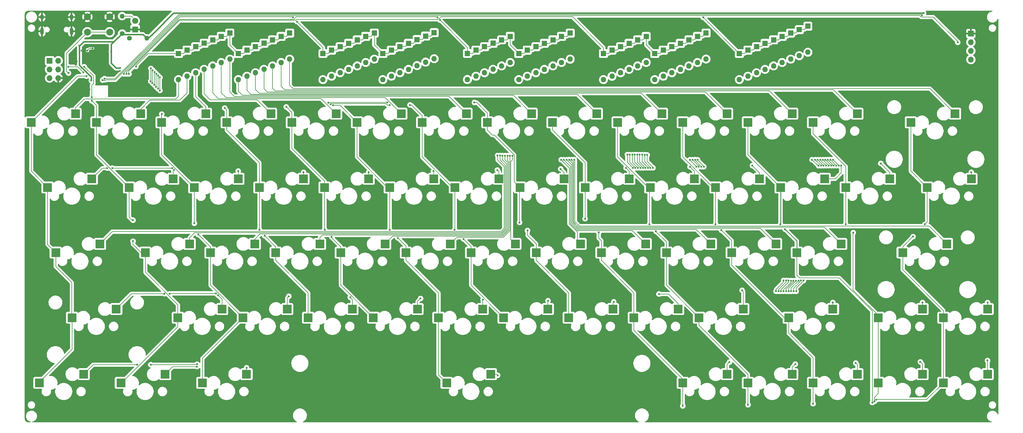
<source format=gbl>
%TF.GenerationSoftware,KiCad,Pcbnew,(6.0.0)*%
%TF.CreationDate,2022-01-10T13:14:16-08:00*%
%TF.ProjectId,HandwireCustom,48616e64-7769-4726-9543-7573746f6d2e,rev?*%
%TF.SameCoordinates,Original*%
%TF.FileFunction,Copper,L2,Bot*%
%TF.FilePolarity,Positive*%
%FSLAX46Y46*%
G04 Gerber Fmt 4.6, Leading zero omitted, Abs format (unit mm)*
G04 Created by KiCad (PCBNEW (6.0.0)) date 2022-01-10 13:14:16*
%MOMM*%
%LPD*%
G01*
G04 APERTURE LIST*
%TA.AperFunction,SMDPad,CuDef*%
%ADD10R,2.550000X2.500000*%
%TD*%
%TA.AperFunction,ComponentPad*%
%ADD11R,1.600000X1.600000*%
%TD*%
%TA.AperFunction,ComponentPad*%
%ADD12O,1.600000X1.600000*%
%TD*%
%TA.AperFunction,ComponentPad*%
%ADD13R,1.800000X1.800000*%
%TD*%
%TA.AperFunction,ComponentPad*%
%ADD14C,1.800000*%
%TD*%
%TA.AperFunction,ComponentPad*%
%ADD15C,1.400000*%
%TD*%
%TA.AperFunction,ComponentPad*%
%ADD16O,1.400000X1.400000*%
%TD*%
%TA.AperFunction,ComponentPad*%
%ADD17O,1.000000X1.600000*%
%TD*%
%TA.AperFunction,ComponentPad*%
%ADD18O,1.000000X2.100000*%
%TD*%
%TA.AperFunction,ComponentPad*%
%ADD19R,1.700000X1.700000*%
%TD*%
%TA.AperFunction,ComponentPad*%
%ADD20O,1.700000X1.700000*%
%TD*%
%TA.AperFunction,ComponentPad*%
%ADD21C,2.000000*%
%TD*%
%TA.AperFunction,ViaPad*%
%ADD22C,0.600000*%
%TD*%
%TA.AperFunction,Conductor*%
%ADD23C,0.200000*%
%TD*%
%TA.AperFunction,Conductor*%
%ADD24C,0.406400*%
%TD*%
%TA.AperFunction,Conductor*%
%ADD25C,0.250000*%
%TD*%
G04 APERTURE END LIST*
D10*
%TO.P,K36,1*%
%TO.N,Col6*%
X208815000Y-174466250D03*
%TO.P,K36,2*%
%TO.N,Net-(D32-Pad2)*%
X221742000Y-171926250D03*
%TD*%
D11*
%TO.P,D50,1,K*%
%TO.N,Row3*%
X263000000Y-93190000D03*
D12*
%TO.P,D50,2,A*%
%TO.N,Net-(D50-Pad2)*%
X263000000Y-100810000D03*
%TD*%
D10*
%TO.P,K13,1*%
%TO.N,Col13*%
X327877500Y-117316250D03*
%TO.P,K13,2*%
%TO.N,Net-(D59-Pad2)*%
X340804500Y-114776250D03*
%TD*%
%TO.P,K2,1*%
%TO.N,Col2*%
X108802500Y-117316250D03*
%TO.P,K2,2*%
%TO.N,Net-(D11-Pad2)*%
X121729500Y-114776250D03*
%TD*%
D11*
%TO.P,D28,1,K*%
%TO.N,Row4*%
X285240000Y-94190000D03*
D12*
%TO.P,D28,2,A*%
%TO.N,Net-(D28-Pad2)*%
X285240000Y-101810000D03*
%TD*%
D11*
%TO.P,D52,1,K*%
%TO.N,Row0*%
X141240000Y-93180000D03*
D12*
%TO.P,D52,2,A*%
%TO.N,Net-(D52-Pad2)*%
X141240000Y-100800000D03*
%TD*%
D11*
%TO.P,D41,1,K*%
%TO.N,Row4*%
X287740000Y-93190000D03*
D12*
%TO.P,D41,2,A*%
%TO.N,Net-(D41-Pad2)*%
X287740000Y-100810000D03*
%TD*%
D11*
%TO.P,D27,1,K*%
%TO.N,Row3*%
X250500000Y-92190000D03*
D12*
%TO.P,D27,2,A*%
%TO.N,Net-(D27-Pad2)*%
X250500000Y-99810000D03*
%TD*%
D11*
%TO.P,D59,1,K*%
%TO.N,Row0*%
X146240000Y-91190000D03*
D12*
%TO.P,D59,2,A*%
%TO.N,Net-(D59-Pad2)*%
X146240000Y-98810000D03*
%TD*%
D11*
%TO.P,D63,1,K*%
%TO.N,Row4*%
X297770000Y-89190000D03*
D12*
%TO.P,D63,2,A*%
%TO.N,Net-(D63-Pad2)*%
X297770000Y-96810000D03*
%TD*%
D11*
%TO.P,D47,1,K*%
%TO.N,Row0*%
X138740000Y-94180000D03*
D12*
%TO.P,D47,2,A*%
%TO.N,Net-(D47-Pad2)*%
X138740000Y-101800000D03*
%TD*%
D11*
%TO.P,D55,1,K*%
%TO.N,Row3*%
X265500000Y-92190000D03*
D12*
%TO.P,D55,2,A*%
%TO.N,Net-(D55-Pad2)*%
X265500000Y-99810000D03*
%TD*%
D11*
%TO.P,D54,1,K*%
%TO.N,Row2*%
X225730000Y-92190000D03*
D12*
%TO.P,D54,2,A*%
%TO.N,Net-(D54-Pad2)*%
X225730000Y-99810000D03*
%TD*%
D11*
%TO.P,D36,1,K*%
%TO.N,Row3*%
X255500000Y-96190000D03*
D12*
%TO.P,D36,2,A*%
%TO.N,Net-(D36-Pad2)*%
X255500000Y-103810000D03*
%TD*%
D10*
%TO.P,K16,1*%
%TO.N,Col6*%
X194527500Y-136366250D03*
%TO.P,K16,2*%
%TO.N,Net-(D30-Pad2)*%
X207454500Y-133826250D03*
%TD*%
%TO.P,K113,1*%
%TO.N,Col13*%
X332640000Y-136366250D03*
%TO.P,K113,2*%
%TO.N,Net-(D60-Pad2)*%
X345567000Y-133826250D03*
%TD*%
D11*
%TO.P,D14,1,K*%
%TO.N,Row3*%
X243000000Y-95190000D03*
D12*
%TO.P,D14,2,A*%
%TO.N,Net-(D14-Pad2)*%
X243000000Y-102810000D03*
%TD*%
D10*
%TO.P,K211,1*%
%TO.N,Col11*%
X294540000Y-155416250D03*
%TO.P,K211,2*%
%TO.N,Net-(D54-Pad2)*%
X307467000Y-152876250D03*
%TD*%
D11*
%TO.P,D53,1,K*%
%TO.N,Row1*%
X183490000Y-93090000D03*
D12*
%TO.P,D53,2,A*%
%TO.N,Net-(D53-Pad2)*%
X183490000Y-100710000D03*
%TD*%
D11*
%TO.P,D58,1,K*%
%TO.N,Row1*%
X185990000Y-92090000D03*
D12*
%TO.P,D58,2,A*%
%TO.N,Net-(D58-Pad2)*%
X185990000Y-99710000D03*
%TD*%
D11*
%TO.P,D20,1,K*%
%TO.N,Row0*%
X123740000Y-93180000D03*
D12*
%TO.P,D20,2,A*%
%TO.N,Net-(D20-Pad2)*%
X123740000Y-100800000D03*
%TD*%
D11*
%TO.P,D21,1,K*%
%TO.N,Row1*%
X165990000Y-93190000D03*
D12*
%TO.P,D21,2,A*%
%TO.N,Net-(D21-Pad2)*%
X165990000Y-100810000D03*
%TD*%
D10*
%TO.P,K9,1*%
%TO.N,Col9*%
X242152500Y-117316250D03*
%TO.P,K9,2*%
%TO.N,Net-(D42-Pad2)*%
X255079500Y-114776250D03*
%TD*%
%TO.P,KK10,1*%
%TO.N,Col0*%
X75465000Y-136366250D03*
%TO.P,KK10,2*%
%TO.N,Net-(D2-Pad2)*%
X88392000Y-133826250D03*
%TD*%
D13*
%TO.P,D64,1,K*%
%TO.N,GND*%
X101050000Y-90125000D03*
D14*
%TO.P,D64,2,A*%
%TO.N,Net-(D64-Pad2)*%
X101050000Y-87585000D03*
%TD*%
D11*
%TO.P,D43,1,K*%
%TO.N,Row1*%
X178490000Y-95190000D03*
D12*
%TO.P,D43,2,A*%
%TO.N,Net-(D43-Pad2)*%
X178490000Y-102810000D03*
%TD*%
D10*
%TO.P,K25,1*%
%TO.N,Col5*%
X180240000Y-155416250D03*
%TO.P,K25,2*%
%TO.N,Net-(D26-Pad2)*%
X193167000Y-152876250D03*
%TD*%
%TO.P,K14,1*%
%TO.N,Col4*%
X156427500Y-136366250D03*
%TO.P,K14,2*%
%TO.N,Net-(D21-Pad2)*%
X169354500Y-133826250D03*
%TD*%
%TO.P,K38,1*%
%TO.N,Col8*%
X246915000Y-174466250D03*
%TO.P,K38,2*%
%TO.N,Net-(D40-Pad2)*%
X259842000Y-171926250D03*
%TD*%
D11*
%TO.P,D15,1,K*%
%TO.N,Row4*%
X282740000Y-95190000D03*
D12*
%TO.P,D15,2,A*%
%TO.N,Net-(D15-Pad2)*%
X282740000Y-102810000D03*
%TD*%
D11*
%TO.P,D16,1,K*%
%TO.N,Row0*%
X121240000Y-94180000D03*
D12*
%TO.P,D16,2,A*%
%TO.N,Net-(D16-Pad2)*%
X121240000Y-101800000D03*
%TD*%
D10*
%TO.P,K39,1*%
%TO.N,Col9*%
X265965000Y-174466250D03*
%TO.P,K39,2*%
%TO.N,Net-(D45-Pad2)*%
X278892000Y-171926250D03*
%TD*%
%TO.P,K0,1*%
%TO.N,Col0*%
X70702500Y-117316250D03*
%TO.P,K0,2*%
%TO.N,Net-(D1-Pad2)*%
X83629500Y-114776250D03*
%TD*%
D11*
%TO.P,D1,1,K*%
%TO.N,Row0*%
X113740000Y-97190000D03*
D12*
%TO.P,D1,2,A*%
%TO.N,Net-(D1-Pad2)*%
X113740000Y-104810000D03*
%TD*%
D15*
%TO.P,R5,1*%
%TO.N,Reset*%
X99360000Y-92740000D03*
D16*
%TO.P,R5,2*%
%TO.N,VCC*%
X104440000Y-92740000D03*
%TD*%
D11*
%TO.P,D61,1,K*%
%TO.N,Row2*%
X228270000Y-91210000D03*
D12*
%TO.P,D61,2,A*%
%TO.N,Net-(D61-Pad2)*%
X228270000Y-98830000D03*
%TD*%
D10*
%TO.P,K45,1*%
%TO.N,Col5*%
X192146250Y-193516250D03*
%TO.P,K45,2*%
%TO.N,Net-(D28-Pad2)*%
X205073250Y-190976250D03*
%TD*%
D11*
%TO.P,D5,1,K*%
%TO.N,Row4*%
X277740000Y-97190000D03*
D12*
%TO.P,D5,2,A*%
%TO.N,Net-(D5-Pad2)*%
X277740000Y-104810000D03*
%TD*%
D10*
%TO.P,K33,1*%
%TO.N,Col3*%
X151665000Y-174466250D03*
%TO.P,K33,2*%
%TO.N,Net-(D19-Pad2)*%
X164592000Y-171926250D03*
%TD*%
%TO.P,K23,1*%
%TO.N,Col3*%
X142140000Y-155416250D03*
%TO.P,K23,2*%
%TO.N,Net-(D18-Pad2)*%
X155067000Y-152876250D03*
%TD*%
D11*
%TO.P,D57,1,K*%
%TO.N,Row0*%
X143740000Y-92190000D03*
D12*
%TO.P,D57,2,A*%
%TO.N,Net-(D57-Pad2)*%
X143740000Y-99810000D03*
%TD*%
D11*
%TO.P,D35,1,K*%
%TO.N,Row2*%
X215730000Y-96190000D03*
D12*
%TO.P,D35,2,A*%
%TO.N,Net-(D35-Pad2)*%
X215730000Y-103810000D03*
%TD*%
D10*
%TO.P,K412,1*%
%TO.N,Col12*%
X318352500Y-193516250D03*
%TO.P,K412,2*%
%TO.N,Net-(D56-Pad2)*%
X331279500Y-190976250D03*
%TD*%
%TO.P,K3,1*%
%TO.N,Col3*%
X127852500Y-117316250D03*
%TO.P,K3,2*%
%TO.N,Net-(D16-Pad2)*%
X140779500Y-114776250D03*
%TD*%
%TO.P,K29,1*%
%TO.N,Col9*%
X256440000Y-155416250D03*
%TO.P,K29,2*%
%TO.N,Net-(D44-Pad2)*%
X269367000Y-152876250D03*
%TD*%
D11*
%TO.P,D25,1,K*%
%TO.N,Row1*%
X168490000Y-92190000D03*
D12*
%TO.P,D25,2,A*%
%TO.N,Net-(D25-Pad2)*%
X168490000Y-99810000D03*
%TD*%
D11*
%TO.P,D24,1,K*%
%TO.N,Row0*%
X126240000Y-92190000D03*
D12*
%TO.P,D24,2,A*%
%TO.N,Net-(D24-Pad2)*%
X126240000Y-99810000D03*
%TD*%
D11*
%TO.P,D13,1,K*%
%TO.N,Row2*%
X203230000Y-95180000D03*
D12*
%TO.P,D13,2,A*%
%TO.N,Net-(D13-Pad2)*%
X203230000Y-102800000D03*
%TD*%
D17*
%TO.P,USB1,13,SHIELD*%
%TO.N,GND*%
X82460000Y-86523750D03*
X73820000Y-86523750D03*
D18*
X82460000Y-90703750D03*
X73820000Y-90703750D03*
%TD*%
D19*
%TO.P,J2,1,Pin_1*%
%TO.N,GND*%
X345420000Y-91320000D03*
D20*
%TO.P,J2,2,Pin_2*%
%TO.N,VCC*%
X345420000Y-93860000D03*
%TO.P,J2,3,Pin_3*%
%TO.N,SCL*%
X345420000Y-96400000D03*
%TO.P,J2,4,Pin_4*%
%TO.N,SDA*%
X345420000Y-98940000D03*
%TD*%
D11*
%TO.P,D2,1,K*%
%TO.N,Row1*%
X155980000Y-97190000D03*
D12*
%TO.P,D2,2,A*%
%TO.N,Net-(D2-Pad2)*%
X155980000Y-104810000D03*
%TD*%
D10*
%TO.P,K5,1*%
%TO.N,Col5*%
X165952500Y-117316250D03*
%TO.P,K5,2*%
%TO.N,Net-(D24-Pad2)*%
X178879500Y-114776250D03*
%TD*%
%TO.P,K41,1*%
%TO.N,Col1*%
X96896250Y-193516250D03*
%TO.P,K41,2*%
%TO.N,Net-(D10-Pad2)*%
X109823250Y-190976250D03*
%TD*%
D11*
%TO.P,D38,1,K*%
%TO.N,Row1*%
X175990000Y-96190000D03*
D12*
%TO.P,D38,2,A*%
%TO.N,Net-(D38-Pad2)*%
X175990000Y-103810000D03*
%TD*%
D11*
%TO.P,D39,1,K*%
%TO.N,Row2*%
X218230000Y-95190000D03*
D12*
%TO.P,D39,2,A*%
%TO.N,Net-(D39-Pad2)*%
X218230000Y-102810000D03*
%TD*%
D11*
%TO.P,D46,1,K*%
%TO.N,Row4*%
X290240000Y-92190000D03*
D12*
%TO.P,D46,2,A*%
%TO.N,Net-(D46-Pad2)*%
X290240000Y-99810000D03*
%TD*%
D10*
%TO.P,K31,1*%
%TO.N,Col1*%
X113565000Y-174466250D03*
%TO.P,K31,2*%
%TO.N,Net-(D9-Pad2)*%
X126492000Y-171926250D03*
%TD*%
D11*
%TO.P,D7,1,K*%
%TO.N,Row1*%
X158490000Y-96190000D03*
D12*
%TO.P,D7,2,A*%
%TO.N,Net-(D7-Pad2)*%
X158490000Y-103810000D03*
%TD*%
D19*
%TO.P,J1,1,Pin_1*%
%TO.N,MISO*%
X76040000Y-99280000D03*
D20*
%TO.P,J1,2,Pin_2*%
%TO.N,VCC*%
X78580000Y-99280000D03*
%TO.P,J1,3,Pin_3*%
%TO.N,SCLK*%
X76040000Y-101820000D03*
%TO.P,J1,4,Pin_4*%
%TO.N,MOSI*%
X78580000Y-101820000D03*
%TO.P,J1,5,Pin_5*%
%TO.N,Reset*%
X76040000Y-104360000D03*
%TO.P,J1,6,Pin_6*%
%TO.N,GND*%
X78580000Y-104360000D03*
%TD*%
D11*
%TO.P,D10,1,K*%
%TO.N,Row4*%
X280240000Y-96190000D03*
D12*
%TO.P,D10,2,A*%
%TO.N,Net-(D10-Pad2)*%
X280240000Y-103810000D03*
%TD*%
D11*
%TO.P,D3,1,K*%
%TO.N,Row2*%
X198220000Y-97170000D03*
D12*
%TO.P,D3,2,A*%
%TO.N,Net-(D3-Pad2)*%
X198220000Y-104790000D03*
%TD*%
D11*
%TO.P,D18,1,K*%
%TO.N,Row2*%
X205730000Y-94180000D03*
D12*
%TO.P,D18,2,A*%
%TO.N,Net-(D18-Pad2)*%
X205730000Y-101800000D03*
%TD*%
D11*
%TO.P,D29,1,K*%
%TO.N,Row0*%
X128740000Y-91190000D03*
D12*
%TO.P,D29,2,A*%
%TO.N,Net-(D29-Pad2)*%
X128740000Y-98810000D03*
%TD*%
D11*
%TO.P,D4,1,K*%
%TO.N,Row3*%
X238000000Y-97190000D03*
D12*
%TO.P,D4,2,A*%
%TO.N,Net-(D4-Pad2)*%
X238000000Y-104810000D03*
%TD*%
D10*
%TO.P,K22,1*%
%TO.N,Col2*%
X123090000Y-155416250D03*
%TO.P,K22,2*%
%TO.N,Net-(D13-Pad2)*%
X136017000Y-152876250D03*
%TD*%
D11*
%TO.P,D12,1,K*%
%TO.N,Row1*%
X160990000Y-95190000D03*
D12*
%TO.P,D12,2,A*%
%TO.N,Net-(D12-Pad2)*%
X160990000Y-102810000D03*
%TD*%
D10*
%TO.P,K15,1*%
%TO.N,Col5*%
X175477500Y-136366250D03*
%TO.P,K15,2*%
%TO.N,Net-(D25-Pad2)*%
X188404500Y-133826250D03*
%TD*%
D11*
%TO.P,D9,1,K*%
%TO.N,Row3*%
X240500000Y-96200000D03*
D12*
%TO.P,D9,2,A*%
%TO.N,Net-(D9-Pad2)*%
X240500000Y-103820000D03*
%TD*%
D11*
%TO.P,D40,1,K*%
%TO.N,Row3*%
X258000000Y-95190000D03*
D12*
%TO.P,D40,2,A*%
%TO.N,Net-(D40-Pad2)*%
X258000000Y-102810000D03*
%TD*%
D11*
%TO.P,D42,1,K*%
%TO.N,Row0*%
X136240000Y-95190000D03*
D12*
%TO.P,D42,2,A*%
%TO.N,Net-(D42-Pad2)*%
X136240000Y-102810000D03*
%TD*%
D10*
%TO.P,K24,1*%
%TO.N,Col4*%
X161190000Y-155416250D03*
%TO.P,K24,2*%
%TO.N,Net-(D22-Pad2)*%
X174117000Y-152876250D03*
%TD*%
%TO.P,K11,1*%
%TO.N,Col11*%
X280252500Y-117316250D03*
%TO.P,K11,2*%
%TO.N,Net-(D52-Pad2)*%
X293179500Y-114776250D03*
%TD*%
D11*
%TO.P,D23,1,K*%
%TO.N,Row3*%
X248000000Y-93190000D03*
D12*
%TO.P,D23,2,A*%
%TO.N,Net-(D23-Pad2)*%
X248000000Y-100810000D03*
%TD*%
D10*
%TO.P,K310,1*%
%TO.N,Col10*%
X292158750Y-174466250D03*
%TO.P,K310,2*%
%TO.N,Net-(D50-Pad2)*%
X305085750Y-171926250D03*
%TD*%
%TO.P,K6,1*%
%TO.N,Col6*%
X185002500Y-117316250D03*
%TO.P,K6,2*%
%TO.N,Net-(D29-Pad2)*%
X197929500Y-114776250D03*
%TD*%
%TO.P,K20,1*%
%TO.N,Col0*%
X77846250Y-155416250D03*
%TO.P,K20,2*%
%TO.N,Net-(D3-Pad2)*%
X90773250Y-152876250D03*
%TD*%
%TO.P,K8,1*%
%TO.N,Col8*%
X223102500Y-117316250D03*
%TO.P,K8,2*%
%TO.N,Net-(D37-Pad2)*%
X236029500Y-114776250D03*
%TD*%
%TO.P,K27,1*%
%TO.N,Col7*%
X218340000Y-155416250D03*
%TO.P,K27,2*%
%TO.N,Net-(D35-Pad2)*%
X231267000Y-152876250D03*
%TD*%
D11*
%TO.P,D8,1,K*%
%TO.N,Row2*%
X200730000Y-96190000D03*
D12*
%TO.P,D8,2,A*%
%TO.N,Net-(D8-Pad2)*%
X200730000Y-103810000D03*
%TD*%
D11*
%TO.P,D60,1,K*%
%TO.N,Row1*%
X188490000Y-91090000D03*
D12*
%TO.P,D60,2,A*%
%TO.N,Net-(D60-Pad2)*%
X188490000Y-98710000D03*
%TD*%
D11*
%TO.P,D33,1,K*%
%TO.N,Row0*%
X131240000Y-97190000D03*
D12*
%TO.P,D33,2,A*%
%TO.N,Net-(D33-Pad2)*%
X131240000Y-104810000D03*
%TD*%
D11*
%TO.P,D6,1,K*%
%TO.N,Row0*%
X116240000Y-96190000D03*
D12*
%TO.P,D6,2,A*%
%TO.N,Net-(D6-Pad2)*%
X116240000Y-103810000D03*
%TD*%
D21*
%TO.P,SW1,1,1*%
%TO.N,GND*%
X87100000Y-86460000D03*
X93600000Y-86460000D03*
%TO.P,SW1,2,2*%
%TO.N,Reset*%
X87100000Y-90960000D03*
X93600000Y-90960000D03*
%TD*%
D10*
%TO.P,K37,1*%
%TO.N,Col7*%
X227865000Y-174466250D03*
%TO.P,K37,2*%
%TO.N,Net-(D36-Pad2)*%
X240792000Y-171926250D03*
%TD*%
%TO.P,K111,1*%
%TO.N,Col11*%
X289777500Y-136366250D03*
%TO.P,K111,2*%
%TO.N,Net-(D53-Pad2)*%
X302704500Y-133826250D03*
%TD*%
D11*
%TO.P,D22,1,K*%
%TO.N,Row2*%
X208230000Y-93180000D03*
D12*
%TO.P,D22,2,A*%
%TO.N,Net-(D22-Pad2)*%
X208230000Y-100800000D03*
%TD*%
D10*
%TO.P,K17,1*%
%TO.N,Col7*%
X213577500Y-136366250D03*
%TO.P,K17,2*%
%TO.N,Net-(D34-Pad2)*%
X226504500Y-133826250D03*
%TD*%
D11*
%TO.P,D11,1,K*%
%TO.N,Row0*%
X118740000Y-95190000D03*
D12*
%TO.P,D11,2,A*%
%TO.N,Net-(D11-Pad2)*%
X118740000Y-102810000D03*
%TD*%
D10*
%TO.P,K313,1*%
%TO.N,Col13*%
X337402500Y-174466250D03*
%TO.P,K313,2*%
%TO.N,Net-(D62-Pad2)*%
X350329500Y-171926250D03*
%TD*%
%TO.P,KK11,1*%
%TO.N,Col1*%
X99277500Y-136366250D03*
%TO.P,KK11,2*%
%TO.N,Net-(D7-Pad2)*%
X112204500Y-133826250D03*
%TD*%
%TO.P,K413,1*%
%TO.N,Col13*%
X337402500Y-193516250D03*
%TO.P,K413,2*%
%TO.N,Net-(D63-Pad2)*%
X350329500Y-190976250D03*
%TD*%
%TO.P,K7,1*%
%TO.N,Col7*%
X204052500Y-117316250D03*
%TO.P,K7,2*%
%TO.N,Net-(D33-Pad2)*%
X216979500Y-114776250D03*
%TD*%
D11*
%TO.P,D48,1,K*%
%TO.N,Row1*%
X180990000Y-94200000D03*
D12*
%TO.P,D48,2,A*%
%TO.N,Net-(D48-Pad2)*%
X180990000Y-101820000D03*
%TD*%
D10*
%TO.P,K213,1*%
%TO.N,Col13*%
X325496250Y-155416250D03*
%TO.P,K213,2*%
%TO.N,Net-(D61-Pad2)*%
X338423250Y-152876250D03*
%TD*%
%TO.P,K112,1*%
%TO.N,Col12*%
X308827500Y-136366250D03*
%TO.P,K112,2*%
%TO.N,Net-(D58-Pad2)*%
X321754500Y-133826250D03*
%TD*%
%TO.P,K30,1*%
%TO.N,Col0*%
X82608750Y-174466250D03*
%TO.P,K30,2*%
%TO.N,Net-(D4-Pad2)*%
X95535750Y-171926250D03*
%TD*%
%TO.P,K210,1*%
%TO.N,Col10*%
X275490000Y-155416250D03*
%TO.P,K210,2*%
%TO.N,Net-(D49-Pad2)*%
X288417000Y-152876250D03*
%TD*%
D11*
%TO.P,D26,1,K*%
%TO.N,Row2*%
X210730000Y-92180000D03*
D12*
%TO.P,D26,2,A*%
%TO.N,Net-(D26-Pad2)*%
X210730000Y-99800000D03*
%TD*%
D11*
%TO.P,D30,1,K*%
%TO.N,Row1*%
X170990000Y-91190000D03*
D12*
%TO.P,D30,2,A*%
%TO.N,Net-(D30-Pad2)*%
X170990000Y-98810000D03*
%TD*%
D10*
%TO.P,K34,1*%
%TO.N,Col4*%
X170715000Y-174466250D03*
%TO.P,K34,2*%
%TO.N,Net-(D23-Pad2)*%
X183642000Y-171926250D03*
%TD*%
D11*
%TO.P,D62,1,K*%
%TO.N,Row3*%
X268000000Y-91180000D03*
D12*
%TO.P,D62,2,A*%
%TO.N,Net-(D62-Pad2)*%
X268000000Y-98800000D03*
%TD*%
D10*
%TO.P,K1,1*%
%TO.N,Col1*%
X89752500Y-117316250D03*
%TO.P,K1,2*%
%TO.N,Net-(D6-Pad2)*%
X102679500Y-114776250D03*
%TD*%
D11*
%TO.P,D32,1,K*%
%TO.N,Row3*%
X253000000Y-97190000D03*
D12*
%TO.P,D32,2,A*%
%TO.N,Net-(D32-Pad2)*%
X253000000Y-104810000D03*
%TD*%
D11*
%TO.P,D56,1,K*%
%TO.N,Row4*%
X295250000Y-90190000D03*
D12*
%TO.P,D56,2,A*%
%TO.N,Net-(D56-Pad2)*%
X295250000Y-97810000D03*
%TD*%
D10*
%TO.P,K4,1*%
%TO.N,Col4*%
X146902500Y-117316250D03*
%TO.P,K4,2*%
%TO.N,Net-(D20-Pad2)*%
X159829500Y-114776250D03*
%TD*%
D11*
%TO.P,D31,1,K*%
%TO.N,Row2*%
X213230000Y-97190000D03*
D12*
%TO.P,D31,2,A*%
%TO.N,Net-(D31-Pad2)*%
X213230000Y-104810000D03*
%TD*%
D10*
%TO.P,K32,1*%
%TO.N,Col2*%
X132615000Y-174466250D03*
%TO.P,K32,2*%
%TO.N,Net-(D14-Pad2)*%
X145542000Y-171926250D03*
%TD*%
D11*
%TO.P,D19,1,K*%
%TO.N,Row3*%
X245500000Y-94190000D03*
D12*
%TO.P,D19,2,A*%
%TO.N,Net-(D19-Pad2)*%
X245500000Y-101810000D03*
%TD*%
D11*
%TO.P,D49,1,K*%
%TO.N,Row2*%
X223230000Y-93190000D03*
D12*
%TO.P,D49,2,A*%
%TO.N,Net-(D49-Pad2)*%
X223230000Y-100810000D03*
%TD*%
D10*
%TO.P,K410,1*%
%TO.N,Col10*%
X299302500Y-193516250D03*
%TO.P,K410,2*%
%TO.N,Net-(D51-Pad2)*%
X312229500Y-190976250D03*
%TD*%
%TO.P,K28,1*%
%TO.N,Col8*%
X237390000Y-155416250D03*
%TO.P,K28,2*%
%TO.N,Net-(D39-Pad2)*%
X250317000Y-152876250D03*
%TD*%
%TO.P,K21,1*%
%TO.N,Col1*%
X104040000Y-155416250D03*
%TO.P,K21,2*%
%TO.N,Net-(D8-Pad2)*%
X116967000Y-152876250D03*
%TD*%
D11*
%TO.P,D34,1,K*%
%TO.N,Row1*%
X173490000Y-97190000D03*
D12*
%TO.P,D34,2,A*%
%TO.N,Net-(D34-Pad2)*%
X173490000Y-104810000D03*
%TD*%
D10*
%TO.P,K18,1*%
%TO.N,Col8*%
X232627500Y-136366250D03*
%TO.P,K18,2*%
%TO.N,Net-(D38-Pad2)*%
X245554500Y-133826250D03*
%TD*%
%TO.P,K49,1*%
%TO.N,Col9*%
X280252500Y-193516250D03*
%TO.P,K49,2*%
%TO.N,Net-(D46-Pad2)*%
X293179500Y-190976250D03*
%TD*%
D11*
%TO.P,D17,1,K*%
%TO.N,Row1*%
X163490000Y-94190000D03*
D12*
%TO.P,D17,2,A*%
%TO.N,Net-(D17-Pad2)*%
X163490000Y-101810000D03*
%TD*%
D10*
%TO.P,KK12,1*%
%TO.N,Col2*%
X118327500Y-136366250D03*
%TO.P,KK12,2*%
%TO.N,Net-(D12-Pad2)*%
X131254500Y-133826250D03*
%TD*%
%TO.P,K42,1*%
%TO.N,Col2*%
X120708750Y-193516250D03*
%TO.P,K42,2*%
%TO.N,Net-(D15-Pad2)*%
X133635750Y-190976250D03*
%TD*%
D15*
%TO.P,R7,1*%
%TO.N,VCC*%
X97240000Y-91320000D03*
D16*
%TO.P,R7,2*%
%TO.N,Net-(D64-Pad2)*%
X97240000Y-86240000D03*
%TD*%
D10*
%TO.P,K19,1*%
%TO.N,Col9*%
X251677500Y-136366250D03*
%TO.P,K19,2*%
%TO.N,Net-(D43-Pad2)*%
X264604500Y-133826250D03*
%TD*%
%TO.P,K48,1*%
%TO.N,Col8*%
X261202500Y-193516250D03*
%TO.P,K48,2*%
%TO.N,Net-(D41-Pad2)*%
X274129500Y-190976250D03*
%TD*%
%TO.P,K35,1*%
%TO.N,Col5*%
X189765000Y-174466250D03*
%TO.P,K35,2*%
%TO.N,Net-(D27-Pad2)*%
X202692000Y-171926250D03*
%TD*%
%TO.P,K26,1*%
%TO.N,Col6*%
X199290000Y-155416250D03*
%TO.P,K26,2*%
%TO.N,Net-(D31-Pad2)*%
X212217000Y-152876250D03*
%TD*%
%TO.P,K40,1*%
%TO.N,Col0*%
X73083750Y-193516250D03*
%TO.P,K40,2*%
%TO.N,Net-(D5-Pad2)*%
X86010750Y-190976250D03*
%TD*%
D11*
%TO.P,D44,1,K*%
%TO.N,Row2*%
X220730000Y-94200000D03*
D12*
%TO.P,D44,2,A*%
%TO.N,Net-(D44-Pad2)*%
X220730000Y-101820000D03*
%TD*%
D10*
%TO.P,K312,1*%
%TO.N,Col12*%
X318352500Y-174466250D03*
%TO.P,K312,2*%
%TO.N,Net-(D55-Pad2)*%
X331279500Y-171926250D03*
%TD*%
%TO.P,K12,1*%
%TO.N,Col12*%
X299302500Y-117316250D03*
%TO.P,K12,2*%
%TO.N,Net-(D57-Pad2)*%
X312229500Y-114776250D03*
%TD*%
D11*
%TO.P,D37,1,K*%
%TO.N,Row0*%
X133740000Y-96190000D03*
D12*
%TO.P,D37,2,A*%
%TO.N,Net-(D37-Pad2)*%
X133740000Y-103810000D03*
%TD*%
D11*
%TO.P,D45,1,K*%
%TO.N,Row3*%
X260500000Y-94190000D03*
D12*
%TO.P,D45,2,A*%
%TO.N,Net-(D45-Pad2)*%
X260500000Y-101810000D03*
%TD*%
D11*
%TO.P,D51,1,K*%
%TO.N,Row4*%
X292740000Y-91190000D03*
D12*
%TO.P,D51,2,A*%
%TO.N,Net-(D51-Pad2)*%
X292740000Y-98810000D03*
%TD*%
D10*
%TO.P,K10,1*%
%TO.N,Col10*%
X261202500Y-117316250D03*
%TO.P,K10,2*%
%TO.N,Net-(D47-Pad2)*%
X274129500Y-114776250D03*
%TD*%
%TO.P,KK13,1*%
%TO.N,Col3*%
X137377500Y-136366250D03*
%TO.P,KK13,2*%
%TO.N,Net-(D17-Pad2)*%
X150304500Y-133826250D03*
%TD*%
%TO.P,K110,1*%
%TO.N,Col10*%
X270727500Y-136366250D03*
%TO.P,K110,2*%
%TO.N,Net-(D48-Pad2)*%
X283654500Y-133826250D03*
%TD*%
D22*
%TO.N,GND*%
X89920980Y-105684975D03*
X76880000Y-94770000D03*
X85400000Y-96310000D03*
X88600000Y-95650000D03*
X87700000Y-107700000D03*
X83760000Y-100490000D03*
X79970000Y-94780000D03*
X83950000Y-99470000D03*
X96638514Y-102301486D03*
X87012508Y-96312492D03*
X94400000Y-108680000D03*
%TO.N,VCC*%
X88239350Y-105080000D03*
X331620000Y-85360000D03*
X85410846Y-101300241D03*
X84770000Y-94880000D03*
X94100000Y-96600000D03*
X96700000Y-101450000D03*
%TO.N,Row0*%
X101310832Y-100980832D03*
%TO.N,Row1*%
X148423891Y-87845693D03*
X147230000Y-86643489D03*
X97786604Y-103159446D03*
%TO.N,Net-(D2-Pad2)*%
X92873333Y-130706667D03*
X111918333Y-130701667D03*
X94362917Y-130707083D03*
%TO.N,Row2*%
X190232292Y-87412292D03*
X98513004Y-103147267D03*
X189500000Y-86643489D03*
%TO.N,Net-(D3-Pad2)*%
X207030000Y-127020000D03*
%TO.N,Row3*%
X99239495Y-103151344D03*
%TO.N,Net-(D4-Pad2)*%
X246590019Y-130637868D03*
X124747083Y-167342917D03*
X111180000Y-167480000D03*
X109602708Y-167447292D03*
X244980000Y-126770000D03*
%TO.N,Row4*%
X267200000Y-86643501D03*
%TO.N,Net-(D5-Pad2)*%
X119170000Y-188053500D03*
X288453052Y-166716500D03*
X105640000Y-188210000D03*
X300884190Y-129984698D03*
X290670000Y-163570000D03*
X298980448Y-128261340D03*
X101697708Y-188207708D03*
%TO.N,Net-(D7-Pad2)*%
X112420000Y-131243460D03*
%TO.N,Net-(D8-Pad2)*%
X207756417Y-127031176D03*
%TO.N,Net-(D9-Pad2)*%
X125276791Y-167872626D03*
X247333779Y-130637044D03*
X245706411Y-126781530D03*
%TO.N,Net-(D10-Pad2)*%
X299923497Y-128261340D03*
X291396503Y-163570000D03*
X289179555Y-166716500D03*
X119149451Y-188779712D03*
X301627826Y-129983750D03*
%TO.N,Net-(D12-Pad2)*%
X131210000Y-131569980D03*
%TO.N,Net-(D13-Pad2)*%
X208482527Y-127055066D03*
%TO.N,Net-(D14-Pad2)*%
X246432912Y-126779657D03*
X248076748Y-130635429D03*
X146000000Y-168193900D03*
%TO.N,Net-(D15-Pad2)*%
X300650000Y-128261340D03*
X133650000Y-189110000D03*
X302370319Y-129990843D03*
X289906058Y-166716500D03*
X292122713Y-163590607D03*
%TO.N,Net-(D17-Pad2)*%
X150310000Y-131920000D03*
%TO.N,Net-(D18-Pad2)*%
X209208996Y-127048076D03*
%TO.N,Net-(D19-Pad2)*%
X248818162Y-130632259D03*
X247159301Y-126766835D03*
X163960000Y-168520420D03*
%TO.N,Net-(D21-Pad2)*%
X169360000Y-131926500D03*
%TO.N,Net-(D22-Pad2)*%
X209935376Y-127061381D03*
%TO.N,Net-(D23-Pad2)*%
X249559948Y-130629461D03*
X247885786Y-126771826D03*
X184500000Y-168846940D03*
%TO.N,Net-(D25-Pad2)*%
X188300000Y-131599980D03*
%TO.N,Net-(D26-Pad2)*%
X210661877Y-127059635D03*
%TO.N,Net-(D27-Pad2)*%
X250295491Y-130620420D03*
X248612280Y-126768373D03*
X202793813Y-169189647D03*
%TO.N,Net-(D28-Pad2)*%
X303119733Y-129995657D03*
X207060000Y-191320000D03*
X292848418Y-163624630D03*
X301403497Y-128261340D03*
X290650000Y-166716500D03*
%TO.N,Net-(D30-Pad2)*%
X206970000Y-131273460D03*
%TO.N,Net-(D31-Pad2)*%
X211388263Y-127072658D03*
%TO.N,Net-(D32-Pad2)*%
X249338780Y-126770227D03*
X221790000Y-169499980D03*
X251021994Y-130620420D03*
%TO.N,Net-(D34-Pad2)*%
X225500000Y-130946940D03*
%TO.N,Net-(D35-Pad2)*%
X225625000Y-128261340D03*
%TO.N,Net-(D36-Pad2)*%
X241000000Y-169826500D03*
X250065126Y-126785291D03*
X251748497Y-130620420D03*
%TO.N,Net-(D38-Pad2)*%
X244610000Y-130620420D03*
%TO.N,Net-(D39-Pad2)*%
X226375000Y-128261340D03*
%TO.N,Net-(D40-Pad2)*%
X250790104Y-126832336D03*
X252475000Y-130620420D03*
X254230094Y-167536877D03*
%TO.N,Net-(D41-Pad2)*%
X274840000Y-187449980D03*
X293574880Y-163617013D03*
X302130000Y-128261340D03*
X291413497Y-166716500D03*
X303874456Y-129976420D03*
%TO.N,Net-(D43-Pad2)*%
X263300000Y-130293900D03*
%TO.N,Net-(D44-Pad2)*%
X227227962Y-128258378D03*
%TO.N,Net-(D45-Pad2)*%
X263320000Y-128261340D03*
X278539110Y-166441440D03*
X265160000Y-130293900D03*
%TO.N,Net-(D46-Pad2)*%
X304610000Y-129967380D03*
X292140000Y-166716500D03*
X302880000Y-128261340D03*
X294301368Y-163621580D03*
X294090000Y-188046500D03*
%TO.N,Net-(D48-Pad2)*%
X281550000Y-129967380D03*
%TO.N,Net-(D49-Pad2)*%
X227964983Y-128250815D03*
%TO.N,Net-(D50-Pad2)*%
X265886503Y-130293900D03*
X264062292Y-128259048D03*
X305070000Y-170000000D03*
%TO.N,Net-(D51-Pad2)*%
X311760000Y-187719980D03*
X295027869Y-163621589D03*
X303627524Y-128240319D03*
X305336503Y-129967380D03*
X292875544Y-166725540D03*
%TO.N,Net-(D53-Pad2)*%
X307515953Y-129958167D03*
%TO.N,Net-(D54-Pad2)*%
X228705751Y-128246998D03*
%TO.N,Net-(D55-Pad2)*%
X331290000Y-170020000D03*
X264798980Y-128251151D03*
X266613006Y-130293900D03*
%TO.N,Net-(D56-Pad2)*%
X293615578Y-166730090D03*
X304373433Y-128241629D03*
X330650000Y-187389980D03*
X306063006Y-129967380D03*
X295754195Y-163605587D03*
%TO.N,Net-(D58-Pad2)*%
X319092708Y-129337292D03*
%TO.N,Net-(D60-Pad2)*%
X345560000Y-131910000D03*
%TO.N,Net-(D61-Pad2)*%
X229435447Y-128232110D03*
%TO.N,Net-(D62-Pad2)*%
X350330000Y-170020000D03*
X267339509Y-130293900D03*
X265525411Y-128261340D03*
%TO.N,Net-(D63-Pad2)*%
X350300000Y-186980000D03*
X305118697Y-128242309D03*
X296480657Y-163597878D03*
X306789509Y-129967380D03*
X294357853Y-166732399D03*
%TO.N,MISO*%
X81544734Y-101045266D03*
X85964308Y-102695450D03*
%TO.N,Reset*%
X81590000Y-102900000D03*
%TO.N,SCL*%
X91540000Y-104940000D03*
X341584124Y-93895876D03*
%TO.N,SDA*%
X92140000Y-104520000D03*
X331161452Y-85991574D03*
%TO.N,Col0*%
X86822292Y-103802708D03*
%TO.N,Col1*%
X88400000Y-109973500D03*
X100446500Y-145940000D03*
X100446500Y-152090000D03*
X86190291Y-101046907D03*
X88400000Y-111026500D03*
%TO.N,Col2*%
X108850000Y-114900000D03*
X118370000Y-146830000D03*
X119525000Y-150143948D03*
%TO.N,Col3*%
X137425000Y-148764428D03*
X138900000Y-150470468D03*
X127250000Y-113126709D03*
%TO.N,Col4*%
X145250000Y-112800189D03*
X158520000Y-150796988D03*
X156525000Y-148725000D03*
%TO.N,Col5*%
X175500000Y-148764428D03*
X177890000Y-151123508D03*
X158920721Y-112343020D03*
%TO.N,Col6*%
X194500000Y-148764428D03*
X197075000Y-151450029D03*
X175528201Y-112226500D03*
X181440000Y-112226500D03*
X158210000Y-112016500D03*
%TO.N,Col7*%
X174810000Y-111500020D03*
X157520000Y-111570000D03*
X200250000Y-111500000D03*
X215800000Y-148960000D03*
X213460000Y-146600000D03*
%TO.N,Col8*%
X261199488Y-200257251D03*
X236610000Y-149526500D03*
X232640000Y-145510000D03*
X105597008Y-105283037D03*
X105666016Y-101535416D03*
%TO.N,Col9*%
X106123508Y-105799992D03*
X106192516Y-102061275D03*
X253350000Y-149199980D03*
X251460000Y-147167420D03*
X280270000Y-199930731D03*
%TO.N,Col10*%
X270800000Y-147167420D03*
X106719016Y-102590984D03*
X299300000Y-199604211D03*
X272475000Y-148873460D03*
X106650008Y-106319992D03*
%TO.N,Col11*%
X107247516Y-103110000D03*
X316610000Y-199277691D03*
X107213500Y-106942605D03*
X289750000Y-147167420D03*
X291100000Y-148546940D03*
%TO.N,Col12*%
X107777516Y-107464992D03*
X311050000Y-149580000D03*
X317245790Y-198926160D03*
X308830000Y-147167420D03*
X107774016Y-103645984D03*
%TO.N,Col13*%
X108323500Y-107994992D03*
X108304016Y-104175984D03*
X328510000Y-150740000D03*
X331975000Y-147167420D03*
X317772290Y-198417638D03*
%TD*%
D23*
%TO.N,SCL*%
X91646511Y-105046511D02*
X91540000Y-104940000D01*
X92358089Y-105046511D02*
X91646511Y-105046511D01*
X92508080Y-104896520D02*
X92358089Y-105046511D01*
X95265250Y-104896520D02*
X92508080Y-104896520D01*
X330542267Y-86116989D02*
X114044781Y-86116989D01*
X330943363Y-86518085D02*
X330542267Y-86116989D01*
X334448085Y-86518085D02*
X330943363Y-86518085D01*
X341584124Y-93654124D02*
X334448085Y-86518085D01*
X114044781Y-86116989D02*
X95265250Y-104896520D01*
X341584124Y-93895876D02*
X341584124Y-93654124D01*
%TO.N,GND*%
X87012508Y-96312492D02*
X87675000Y-95650000D01*
X87675000Y-95650000D02*
X88600000Y-95650000D01*
D24*
%TO.N,VCC*%
X96700000Y-101450000D02*
X95530000Y-101450000D01*
X104890000Y-92740000D02*
X106730000Y-90900000D01*
X84770000Y-95469422D02*
X84770289Y-95469711D01*
X97560000Y-91640000D02*
X103340000Y-91640000D01*
X86015922Y-93714078D02*
X94845922Y-93714078D01*
X331620000Y-85360000D02*
X112270000Y-85360000D01*
X95530000Y-101450000D02*
X94100000Y-100020000D01*
X94100000Y-94600000D02*
X94100000Y-94460000D01*
X84850000Y-94880000D02*
X86015922Y-93714078D01*
X84770289Y-95469711D02*
X84770289Y-100549096D01*
X112270000Y-85360000D02*
X106730000Y-90900000D01*
X104440000Y-92740000D02*
X104890000Y-92740000D01*
X94100000Y-100020000D02*
X94100000Y-96600000D01*
X94100000Y-94460000D02*
X94850000Y-93710000D01*
X97240000Y-91320000D02*
X97560000Y-91640000D01*
X88239350Y-105080000D02*
X88239350Y-104018157D01*
X88239350Y-104018157D02*
X85521434Y-101300241D01*
X85410846Y-101300241D02*
X85521434Y-101300241D01*
X94850000Y-93710000D02*
X97240000Y-91320000D01*
X103340000Y-91640000D02*
X104440000Y-92740000D01*
X84770000Y-94880000D02*
X84850000Y-94880000D01*
X84770000Y-94880000D02*
X84770000Y-95469422D01*
X94100000Y-96600000D02*
X94100000Y-94600000D01*
X84770289Y-100549096D02*
X85521434Y-101300241D01*
X94845922Y-93714078D02*
X94850000Y-93710000D01*
D23*
%TO.N,Row0*%
X142750000Y-93180000D02*
X143740000Y-92190000D01*
X101310832Y-100980832D02*
X101310832Y-100698018D01*
X113740000Y-97190000D02*
X115240000Y-97190000D01*
X120230000Y-95190000D02*
X121240000Y-94180000D01*
X101310832Y-100698018D02*
X104818850Y-97190000D01*
X123740000Y-93180000D02*
X125250000Y-93180000D01*
X121240000Y-94180000D02*
X122740000Y-94180000D01*
X136240000Y-95190000D02*
X137730000Y-95190000D01*
X116240000Y-96190000D02*
X117740000Y-96190000D01*
X128740000Y-91190000D02*
X128740000Y-94690000D01*
X118740000Y-95190000D02*
X120230000Y-95190000D01*
X126240000Y-92190000D02*
X127740000Y-92190000D01*
X131240000Y-97190000D02*
X132740000Y-97190000D01*
X122740000Y-94180000D02*
X123740000Y-93180000D01*
X141240000Y-93180000D02*
X142750000Y-93180000D01*
X143740000Y-92190000D02*
X145240000Y-92190000D01*
X132740000Y-97190000D02*
X133740000Y-96190000D01*
X117740000Y-96190000D02*
X118740000Y-95190000D01*
X135240000Y-96190000D02*
X136240000Y-95190000D01*
X145240000Y-92190000D02*
X146240000Y-91190000D01*
X127740000Y-92190000D02*
X128740000Y-91190000D01*
X138740000Y-94180000D02*
X140240000Y-94180000D01*
X137730000Y-95190000D02*
X138740000Y-94180000D01*
X140240000Y-94180000D02*
X141240000Y-93180000D01*
X125250000Y-93180000D02*
X126240000Y-92190000D01*
X128740000Y-94690000D02*
X131240000Y-97190000D01*
X133740000Y-96190000D02*
X135240000Y-96190000D01*
X104818850Y-97190000D02*
X113740000Y-97190000D01*
X115240000Y-97190000D02*
X116240000Y-96190000D01*
%TO.N,Net-(D1-Pad2)*%
X112908230Y-110500000D02*
X113750000Y-109658230D01*
X113750000Y-104820000D02*
X113740000Y-104810000D01*
X83629500Y-114776250D02*
X83629500Y-113045500D01*
X113750000Y-109658230D02*
X113750000Y-104820000D01*
X86175000Y-110500000D02*
X112908230Y-110500000D01*
X83629500Y-113045500D02*
X86175000Y-110500000D01*
%TO.N,Row1*%
X170990000Y-94690000D02*
X173490000Y-97190000D01*
X185990000Y-92090000D02*
X187490000Y-92090000D01*
X159990000Y-96190000D02*
X160990000Y-95190000D01*
X187490000Y-92090000D02*
X188490000Y-91090000D01*
X167490000Y-93190000D02*
X168490000Y-92190000D01*
X157490000Y-97190000D02*
X158490000Y-96190000D01*
X175990000Y-96190000D02*
X177490000Y-96190000D01*
X180990000Y-94200000D02*
X182380000Y-94200000D01*
X178490000Y-95190000D02*
X180000000Y-95190000D01*
X170990000Y-91190000D02*
X170990000Y-94690000D01*
X164990000Y-94190000D02*
X165990000Y-93190000D01*
X177490000Y-96190000D02*
X178490000Y-95190000D01*
X155980000Y-97190000D02*
X157490000Y-97190000D01*
X174990000Y-97190000D02*
X175990000Y-96190000D01*
X148423891Y-87845693D02*
X155980000Y-95401802D01*
X147230000Y-86643489D02*
X147030020Y-86443509D01*
X114180031Y-86443509D02*
X97786604Y-102836936D01*
X168490000Y-92190000D02*
X169990000Y-92190000D01*
X183490000Y-93090000D02*
X184990000Y-93090000D01*
X155980000Y-95401802D02*
X155980000Y-97190000D01*
X160990000Y-95190000D02*
X162490000Y-95190000D01*
X163490000Y-94190000D02*
X164990000Y-94190000D01*
X180000000Y-95190000D02*
X180990000Y-94200000D01*
X182380000Y-94200000D02*
X183490000Y-93090000D01*
X158490000Y-96190000D02*
X159990000Y-96190000D01*
X184990000Y-93090000D02*
X185990000Y-92090000D01*
X97786604Y-102836936D02*
X97786604Y-103159446D01*
X169990000Y-92190000D02*
X170990000Y-91190000D01*
X147030020Y-86443509D02*
X114180031Y-86443509D01*
X165990000Y-93190000D02*
X167490000Y-93190000D01*
X162490000Y-95190000D02*
X163490000Y-94190000D01*
X173490000Y-97190000D02*
X174990000Y-97190000D01*
%TO.N,Net-(D2-Pad2)*%
X111802917Y-130707083D02*
X111810000Y-130700000D01*
X92873333Y-130706667D02*
X91511583Y-130706667D01*
X94362917Y-130707083D02*
X111802917Y-130707083D01*
X111810000Y-130700000D02*
X111916666Y-130700000D01*
X91511583Y-130706667D02*
X88392000Y-133826250D01*
X111916666Y-130700000D02*
X111918333Y-130701667D01*
%TO.N,Row2*%
X207230000Y-94180000D02*
X208230000Y-93180000D01*
X217230000Y-96190000D02*
X218230000Y-95190000D01*
X218230000Y-95190000D02*
X219740000Y-95190000D01*
X224730000Y-93190000D02*
X225730000Y-92190000D01*
X213230000Y-97190000D02*
X214730000Y-97190000D01*
X222220000Y-94200000D02*
X223230000Y-93190000D01*
X189300031Y-86443520D02*
X148176480Y-86443520D01*
X202220000Y-96190000D02*
X203230000Y-95180000D01*
X98513004Y-102572306D02*
X98513004Y-103147267D01*
X223230000Y-93190000D02*
X224730000Y-93190000D01*
X210730000Y-94690000D02*
X213230000Y-97190000D01*
X205730000Y-94180000D02*
X207230000Y-94180000D01*
X227290000Y-92190000D02*
X228270000Y-91210000D01*
X148176480Y-86443520D02*
X147449989Y-87170011D01*
X219740000Y-95190000D02*
X220730000Y-94200000D01*
X220730000Y-94200000D02*
X222220000Y-94200000D01*
X210730000Y-92180000D02*
X210730000Y-94690000D01*
X199750000Y-97170000D02*
X200730000Y-96190000D01*
X198220000Y-97170000D02*
X199750000Y-97170000D01*
X147449989Y-87170011D02*
X113915299Y-87170011D01*
X198220000Y-95400000D02*
X198220000Y-97170000D01*
X203230000Y-95180000D02*
X204730000Y-95180000D01*
X113915299Y-87170011D02*
X98513004Y-102572306D01*
X189500000Y-86643489D02*
X189300031Y-86443520D01*
X208230000Y-93180000D02*
X209730000Y-93180000D01*
X225730000Y-92190000D02*
X227290000Y-92190000D01*
X204730000Y-95180000D02*
X205730000Y-94180000D01*
X209730000Y-93180000D02*
X210730000Y-92180000D01*
X215730000Y-96190000D02*
X217230000Y-96190000D01*
X214730000Y-97190000D02*
X215730000Y-96190000D01*
X190232292Y-87412292D02*
X198220000Y-95400000D01*
X200730000Y-96190000D02*
X202220000Y-96190000D01*
%TO.N,Net-(D3-Pad2)*%
X208975000Y-130233946D02*
X208975000Y-148344812D01*
X94358572Y-149290928D02*
X90773250Y-152876250D01*
X208975000Y-148344812D02*
X208028884Y-149290928D01*
X208028884Y-149290928D02*
X94358572Y-149290928D01*
X207030000Y-128288946D02*
X208975000Y-130233946D01*
X207030000Y-127020000D02*
X207030000Y-128288946D01*
%TO.N,Row3*%
X260500000Y-94190000D02*
X262000000Y-94190000D01*
X248000000Y-93190000D02*
X249500000Y-93190000D01*
X189725000Y-87175000D02*
X190456480Y-86443520D01*
X257000000Y-96190000D02*
X258000000Y-95190000D01*
X259500000Y-95190000D02*
X260500000Y-94190000D01*
X238000000Y-97190000D02*
X239510000Y-97190000D01*
X263000000Y-93190000D02*
X264500000Y-93190000D01*
X99239495Y-103151344D02*
X99239495Y-102307585D01*
X243000000Y-95190000D02*
X244500000Y-95190000D01*
X253000000Y-97190000D02*
X254500000Y-97190000D01*
X262000000Y-94190000D02*
X263000000Y-93190000D01*
X254500000Y-97190000D02*
X255500000Y-96190000D01*
X250500000Y-92190000D02*
X250500000Y-94690000D01*
X239510000Y-97190000D02*
X240500000Y-96200000D01*
X148028469Y-87496531D02*
X148350000Y-87175000D01*
X258000000Y-95190000D02*
X259500000Y-95190000D01*
X99239495Y-102307585D02*
X114050549Y-87496531D01*
X247000000Y-94190000D02*
X248000000Y-93190000D01*
X245500000Y-94190000D02*
X247000000Y-94190000D01*
X148350000Y-87175000D02*
X189725000Y-87175000D01*
X114050549Y-87496531D02*
X148028469Y-87496531D01*
X266990000Y-92190000D02*
X268000000Y-91180000D01*
X266990000Y-92190000D02*
X265500000Y-92190000D01*
X249500000Y-93190000D02*
X250500000Y-92190000D01*
X190456480Y-86443520D02*
X228975019Y-86443520D01*
X244500000Y-95190000D02*
X245500000Y-94190000D01*
X238000000Y-95468501D02*
X238000000Y-97190000D01*
X250500000Y-94690000D02*
X253000000Y-97190000D01*
X255500000Y-96190000D02*
X257000000Y-96190000D01*
X228975019Y-86443520D02*
X238000000Y-95468501D01*
X241990000Y-96200000D02*
X243000000Y-95190000D01*
X264500000Y-93190000D02*
X265500000Y-92190000D01*
X240500000Y-96200000D02*
X241990000Y-96200000D01*
%TO.N,Net-(D4-Pad2)*%
X244980000Y-126770000D02*
X244980000Y-129027849D01*
X109602708Y-167447292D02*
X100014708Y-167447292D01*
X111180000Y-167480000D02*
X111319120Y-167340880D01*
X111319120Y-167340880D02*
X124745046Y-167340880D01*
X100014708Y-167447292D02*
X95535750Y-171926250D01*
X244980000Y-129027849D02*
X246590019Y-130637868D01*
X124745046Y-167340880D02*
X124747083Y-167342917D01*
%TO.N,Row4*%
X267200000Y-86643501D02*
X267200000Y-86650000D01*
X281740000Y-96190000D02*
X282740000Y-95190000D01*
X282740000Y-95190000D02*
X284240000Y-95190000D01*
X285240000Y-94190000D02*
X286740000Y-94190000D01*
X294250000Y-91190000D02*
X295250000Y-90190000D01*
X267200000Y-86650000D02*
X277740000Y-97190000D01*
X289240000Y-93190000D02*
X290240000Y-92190000D01*
X296770000Y-90190000D02*
X297770000Y-89190000D01*
X286740000Y-94190000D02*
X287740000Y-93190000D01*
X284240000Y-95190000D02*
X285240000Y-94190000D01*
X280240000Y-96190000D02*
X281740000Y-96190000D01*
X287740000Y-93190000D02*
X289240000Y-93190000D01*
X277740000Y-97190000D02*
X279240000Y-97190000D01*
X292740000Y-91190000D02*
X294250000Y-91190000D01*
X290240000Y-92190000D02*
X291740000Y-92190000D01*
X295250000Y-90190000D02*
X296770000Y-90190000D01*
X291740000Y-92190000D02*
X292740000Y-91190000D01*
X279240000Y-97190000D02*
X280240000Y-96190000D01*
%TO.N,Net-(D5-Pad2)*%
X290670000Y-163570000D02*
X290670000Y-163960000D01*
X105640000Y-188210000D02*
X105642708Y-188207292D01*
X290670000Y-163960000D02*
X288453052Y-166176948D01*
X119016208Y-188207292D02*
X119170000Y-188053500D01*
X101697708Y-188207708D02*
X88779292Y-188207708D01*
X105642708Y-188207292D02*
X119016208Y-188207292D01*
X88779292Y-188207708D02*
X86010750Y-190976250D01*
X300884190Y-129984698D02*
X300703806Y-129984698D01*
X288453052Y-166176948D02*
X288453052Y-166716500D01*
X300703806Y-129984698D02*
X298980448Y-128261340D01*
%TO.N,Net-(D6-Pad2)*%
X105348480Y-110826520D02*
X114103480Y-110826520D01*
X102679500Y-113495500D02*
X105348480Y-110826520D01*
X114103480Y-110826520D02*
X116240000Y-108690000D01*
X102679500Y-114776250D02*
X102679500Y-113495500D01*
X116240000Y-108690000D02*
X116240000Y-103810000D01*
%TO.N,Net-(D7-Pad2)*%
X112204500Y-131458960D02*
X112204500Y-133826250D01*
X112420000Y-131243460D02*
X112204500Y-131458960D01*
%TO.N,Net-(D8-Pad2)*%
X209301520Y-129833963D02*
X209301520Y-148480061D01*
X207756417Y-128288860D02*
X209301520Y-129833963D01*
X207756417Y-127031176D02*
X207756417Y-128288860D01*
X208164134Y-149617448D02*
X118482552Y-149617448D01*
X118482552Y-149617448D02*
X116967000Y-151133000D01*
X209301520Y-148480061D02*
X208164134Y-149617448D01*
X116967000Y-151133000D02*
X116967000Y-152876250D01*
%TO.N,Net-(D9-Pad2)*%
X125276791Y-167872626D02*
X126492000Y-169087835D01*
X126492000Y-169087835D02*
X126492000Y-171926250D01*
X245706411Y-129009676D02*
X247333779Y-130637044D01*
X245706411Y-126781530D02*
X245706411Y-129009676D01*
%TO.N,Net-(D10-Pad2)*%
X301627826Y-129983750D02*
X299923497Y-128279421D01*
X119149183Y-188779980D02*
X112019520Y-188779980D01*
X119149451Y-188779712D02*
X119149183Y-188779980D01*
X291396503Y-163570000D02*
X291396503Y-164005739D01*
X299923497Y-128279421D02*
X299923497Y-128261340D01*
X289179555Y-166222687D02*
X289179555Y-166716500D01*
X112019520Y-188779980D02*
X109823250Y-190976250D01*
X291396503Y-164005739D02*
X289179555Y-166222687D01*
%TO.N,Net-(D11-Pad2)*%
X118740000Y-109790000D02*
X118740000Y-102810000D01*
X121729500Y-114776250D02*
X121729500Y-112779500D01*
X121729500Y-112779500D02*
X118740000Y-109790000D01*
%TO.N,Net-(D12-Pad2)*%
X131210000Y-131569980D02*
X131254500Y-131614480D01*
X131254500Y-131614480D02*
X131254500Y-133826250D01*
%TO.N,Net-(D13-Pad2)*%
X136017000Y-151533000D02*
X136017000Y-152876250D01*
X208482527Y-128288467D02*
X209628040Y-129433980D01*
X208482527Y-127055066D02*
X208482527Y-128288467D01*
X209628040Y-148615312D02*
X208299384Y-149943968D01*
X209628040Y-129433980D02*
X209628040Y-148615312D01*
X208299384Y-149943968D02*
X137606032Y-149943968D01*
X137606032Y-149943968D02*
X136017000Y-151533000D01*
%TO.N,Net-(D14-Pad2)*%
X246570000Y-129128681D02*
X248076748Y-130635429D01*
X246432912Y-126779657D02*
X246432912Y-128982912D01*
X246570000Y-129120000D02*
X246570000Y-129128681D01*
X145542000Y-168651900D02*
X145542000Y-171926250D01*
X146000000Y-168193900D02*
X145542000Y-168651900D01*
X246432912Y-128982912D02*
X246570000Y-129120000D01*
%TO.N,Net-(D15-Pad2)*%
X302370319Y-129981659D02*
X300650000Y-128261340D01*
X302370319Y-129990843D02*
X302370319Y-129981659D01*
X292122713Y-163590607D02*
X292122713Y-164042095D01*
X292122713Y-164042095D02*
X289906058Y-166258750D01*
X133635750Y-189124250D02*
X133650000Y-189110000D01*
X289906058Y-166258750D02*
X289906058Y-166716500D01*
X133635750Y-190976250D02*
X133635750Y-189124250D01*
%TO.N,Net-(D16-Pad2)*%
X136728250Y-110725000D02*
X123000000Y-110725000D01*
X121240000Y-108965000D02*
X121240000Y-101800000D01*
X123000000Y-110725000D02*
X121240000Y-108965000D01*
X140779500Y-114776250D02*
X136728250Y-110725000D01*
%TO.N,Net-(D17-Pad2)*%
X150310000Y-131920000D02*
X150310000Y-133820750D01*
X150310000Y-133820750D02*
X150304500Y-133826250D01*
%TO.N,Net-(D18-Pad2)*%
X209954560Y-129015916D02*
X209954560Y-148750561D01*
X209208996Y-127048076D02*
X209208996Y-128270352D01*
X209208996Y-128270352D02*
X209954560Y-129015916D01*
X155854512Y-150270488D02*
X155067000Y-151058000D01*
X208434634Y-150270488D02*
X155854512Y-150270488D01*
X209954560Y-148750561D02*
X208434634Y-150270488D01*
X155067000Y-151058000D02*
X155067000Y-152876250D01*
%TO.N,Net-(D19-Pad2)*%
X164592000Y-169152420D02*
X164592000Y-171926250D01*
X247159301Y-128973398D02*
X248818162Y-130632259D01*
X163960000Y-168520420D02*
X164592000Y-169152420D01*
X247159301Y-126766835D02*
X247159301Y-128973398D01*
%TO.N,Net-(D20-Pad2)*%
X159829500Y-114776250D02*
X155451730Y-110398480D01*
X155451730Y-110398480D02*
X125423480Y-110398480D01*
X123740000Y-108715000D02*
X123740000Y-100800000D01*
X125423480Y-110398480D02*
X123740000Y-108715000D01*
%TO.N,Net-(D21-Pad2)*%
X169354500Y-131932000D02*
X169354500Y-133826250D01*
X169360000Y-131926500D02*
X169354500Y-131932000D01*
%TO.N,Net-(D22-Pad2)*%
X209935376Y-128510376D02*
X210281080Y-128856080D01*
X210089808Y-149077081D02*
X208569884Y-150597008D01*
X209935376Y-127061381D02*
X209935376Y-128510376D01*
X208569884Y-150597008D02*
X176396242Y-150597008D01*
X210281080Y-148885809D02*
X210089808Y-149077081D01*
X210281080Y-128856080D02*
X210281080Y-148885809D01*
X176396242Y-150597008D02*
X174117000Y-152876250D01*
%TO.N,Net-(D23-Pad2)*%
X247885786Y-128955299D02*
X249559948Y-130629461D01*
X184500000Y-168846940D02*
X183642000Y-169704940D01*
X183642000Y-169704940D02*
X183642000Y-171926250D01*
X247885786Y-126771826D02*
X247885786Y-128955299D01*
%TO.N,Net-(D24-Pad2)*%
X174175210Y-110071960D02*
X127646960Y-110071960D01*
X178879500Y-114776250D02*
X174175210Y-110071960D01*
X127646960Y-110071960D02*
X126240000Y-108665000D01*
X126240000Y-108665000D02*
X126240000Y-99810000D01*
%TO.N,Net-(D25-Pad2)*%
X188300000Y-131599980D02*
X188404500Y-131704480D01*
X188404500Y-131704480D02*
X188404500Y-133826250D01*
%TO.N,Net-(D26-Pad2)*%
X210661877Y-127059635D02*
X210607600Y-127113912D01*
X210607600Y-149021062D02*
X208705134Y-150923528D01*
X195119721Y-150923529D02*
X193167000Y-152876250D01*
X208705134Y-150923528D02*
X195119721Y-150923529D01*
X210607600Y-127113912D02*
X210607600Y-149021062D01*
%TO.N,Net-(D27-Pad2)*%
X202692000Y-169291460D02*
X202692000Y-171926250D01*
X248612280Y-128937209D02*
X250295491Y-130620420D01*
X248612280Y-126768373D02*
X248612280Y-128937209D01*
X202793813Y-169189647D02*
X202692000Y-169291460D01*
%TO.N,Net-(D28-Pad2)*%
X301603489Y-128461332D02*
X301403497Y-128261340D01*
X207060000Y-191320000D02*
X206716250Y-190976250D01*
X290650000Y-166319943D02*
X290650000Y-166716500D01*
X303119717Y-129995657D02*
X301603489Y-128479429D01*
X303119733Y-129995657D02*
X303119717Y-129995657D01*
X206716250Y-190976250D02*
X205073250Y-190976250D01*
X292848418Y-164121525D02*
X290650000Y-166319943D01*
X301603489Y-128479429D02*
X301603489Y-128461332D01*
X292848418Y-163624630D02*
X292848418Y-164121525D01*
%TO.N,Net-(D29-Pad2)*%
X197929500Y-114776250D02*
X192898690Y-109745440D01*
X128740000Y-108465000D02*
X128740000Y-98810000D01*
X192898690Y-109745440D02*
X130020440Y-109745440D01*
X130020440Y-109745440D02*
X128740000Y-108465000D01*
%TO.N,Net-(D30-Pad2)*%
X206970000Y-131273460D02*
X207454500Y-131757960D01*
X207454500Y-131757960D02*
X207454500Y-133826250D01*
%TO.N,Net-(D31-Pad2)*%
X211388263Y-128279665D02*
X210934120Y-128733808D01*
X210934120Y-128733808D02*
X210934120Y-151593370D01*
X210934120Y-151593370D02*
X212217000Y-152876250D01*
X211388263Y-127072658D02*
X211388263Y-128279665D01*
%TO.N,Net-(D32-Pad2)*%
X221742000Y-169547980D02*
X221742000Y-171926250D01*
X251021994Y-130561994D02*
X251021994Y-130620420D01*
X249338780Y-128878780D02*
X251021994Y-130561994D01*
X221790000Y-169499980D02*
X221742000Y-169547980D01*
X249338780Y-126770227D02*
X249338780Y-128878780D01*
%TO.N,Net-(D33-Pad2)*%
X211622170Y-109418920D02*
X132450000Y-109418920D01*
X132450000Y-109418920D02*
X131240000Y-108208920D01*
X216979500Y-114776250D02*
X211622170Y-109418920D01*
X131240000Y-108208920D02*
X131240000Y-104810000D01*
%TO.N,Net-(D34-Pad2)*%
X225500000Y-130946940D02*
X226504500Y-131951440D01*
X226504500Y-131951440D02*
X226504500Y-133826250D01*
%TO.N,Net-(D35-Pad2)*%
X231267000Y-152876250D02*
X230350000Y-151959250D01*
X228006011Y-146992780D02*
X228006011Y-130642351D01*
X228006011Y-130642351D02*
X225625000Y-128261340D01*
X230350000Y-151959250D02*
X230350000Y-149336769D01*
X230350000Y-149336769D02*
X228006011Y-146992780D01*
%TO.N,Net-(D36-Pad2)*%
X250065126Y-128875126D02*
X251748497Y-130558497D01*
X250065126Y-126785291D02*
X250065126Y-128875126D01*
X241000000Y-169826500D02*
X240792000Y-170034500D01*
X251748497Y-130558497D02*
X251748497Y-130620420D01*
X240792000Y-170034500D02*
X240792000Y-171926250D01*
%TO.N,Net-(D37-Pad2)*%
X133740000Y-107965000D02*
X133740000Y-103810000D01*
X230345650Y-109092400D02*
X134867400Y-109092400D01*
X134867400Y-109092400D02*
X133740000Y-107965000D01*
X236029500Y-114776250D02*
X230345650Y-109092400D01*
%TO.N,Net-(D38-Pad2)*%
X245554500Y-131564920D02*
X245554500Y-133826250D01*
X244610000Y-130620420D02*
X245554500Y-131564920D01*
%TO.N,Net-(D39-Pad2)*%
X250317000Y-152876250D02*
X246440750Y-149000000D01*
X228332531Y-146857531D02*
X228332531Y-130218871D01*
X228332531Y-130218871D02*
X226375000Y-128261340D01*
X230475000Y-149000000D02*
X228332531Y-146857531D01*
X246440750Y-149000000D02*
X230475000Y-149000000D01*
%TO.N,Net-(D40-Pad2)*%
X250790104Y-128770104D02*
X252475000Y-130455000D01*
X250790104Y-126832336D02*
X250790104Y-128770104D01*
X259842000Y-170372000D02*
X259842000Y-171926250D01*
X257006877Y-167536877D02*
X259842000Y-170372000D01*
X252475000Y-130455000D02*
X252475000Y-130620420D01*
X254230094Y-167536877D02*
X257006877Y-167536877D01*
%TO.N,Net-(D41-Pad2)*%
X291413497Y-166066503D02*
X291413497Y-166716500D01*
X274840000Y-187449980D02*
X274129500Y-188160480D01*
X303874456Y-129976420D02*
X303845080Y-129976420D01*
X293574880Y-163617013D02*
X293574880Y-163905120D01*
X303845080Y-129976420D02*
X302130000Y-128261340D01*
X274129500Y-188160480D02*
X274129500Y-190976250D01*
X293574880Y-163905120D02*
X291413497Y-166066503D01*
%TO.N,Net-(D42-Pad2)*%
X136240000Y-107690000D02*
X136240000Y-102810000D01*
X249069130Y-108765880D02*
X137315880Y-108765880D01*
X255079500Y-114776250D02*
X249069130Y-108765880D01*
X137315880Y-108765880D02*
X136240000Y-107690000D01*
%TO.N,Net-(D43-Pad2)*%
X263300000Y-130293900D02*
X264604500Y-131598400D01*
X264604500Y-131598400D02*
X264604500Y-133826250D01*
%TO.N,Net-(D44-Pad2)*%
X227746910Y-128777326D02*
X227227962Y-128258378D01*
X230610250Y-148673480D02*
X228659051Y-146722281D01*
X227752326Y-128777326D02*
X227746910Y-128777326D01*
X269367000Y-152876250D02*
X265164230Y-148673480D01*
X265164230Y-148673480D02*
X230610250Y-148673480D01*
X228659051Y-146722281D02*
X228659051Y-129684051D01*
X228659051Y-129684051D02*
X227752326Y-128777326D01*
%TO.N,Net-(D45-Pad2)*%
X278892000Y-166794330D02*
X278892000Y-171926250D01*
X265160000Y-130210000D02*
X263320000Y-128370000D01*
X278539110Y-166441440D02*
X278892000Y-166794330D01*
X263320000Y-128370000D02*
X263320000Y-128261340D01*
X265160000Y-130293900D02*
X265160000Y-130210000D01*
%TO.N,Net-(D46-Pad2)*%
X293179500Y-188957000D02*
X293179500Y-190976250D01*
X294301368Y-163621580D02*
X294301368Y-163640402D01*
X302903960Y-128261340D02*
X304610000Y-129967380D01*
X292140000Y-165801770D02*
X292140000Y-166716500D01*
X294090000Y-188046500D02*
X293179500Y-188957000D01*
X294301368Y-163640402D02*
X292140000Y-165801770D01*
X302880000Y-128261340D02*
X302903960Y-128261340D01*
%TO.N,Net-(D47-Pad2)*%
X274129500Y-114776250D02*
X267792610Y-108439360D01*
X139689360Y-108439360D02*
X138740000Y-107490000D01*
X267792610Y-108439360D02*
X139689360Y-108439360D01*
X138740000Y-107490000D02*
X138740000Y-101800000D01*
%TO.N,Net-(D48-Pad2)*%
X281550000Y-129967380D02*
X283654500Y-132071880D01*
X283654500Y-132071880D02*
X283654500Y-133826250D01*
%TO.N,Net-(D49-Pad2)*%
X230745500Y-148346960D02*
X228985571Y-146587030D01*
X227964983Y-128264983D02*
X227964983Y-128250815D01*
X228985571Y-129285571D02*
X227964983Y-128264983D01*
X288417000Y-152876250D02*
X283887710Y-148346960D01*
X283887710Y-148346960D02*
X230745500Y-148346960D01*
X228985571Y-146587030D02*
X228985571Y-129285571D01*
%TO.N,Net-(D50-Pad2)*%
X305085750Y-171926250D02*
X305085750Y-170015750D01*
X305085750Y-170015750D02*
X305070000Y-170000000D01*
X265886503Y-130083259D02*
X264062292Y-128259048D01*
X265886503Y-130293900D02*
X265886503Y-130083259D01*
%TO.N,Net-(D51-Pad2)*%
X311760000Y-187719980D02*
X312229500Y-188189480D01*
X292875544Y-165792004D02*
X292875544Y-166725540D01*
X312229500Y-188189480D02*
X312229500Y-190976250D01*
X295027869Y-163621589D02*
X295027869Y-163639679D01*
X303627524Y-128240304D02*
X303627524Y-128240319D01*
X305336503Y-129967380D02*
X305336503Y-129949283D01*
X295027869Y-163639679D02*
X292875544Y-165792004D01*
X305336503Y-129949283D02*
X303627524Y-128240304D01*
%TO.N,Net-(D52-Pad2)*%
X293179500Y-114776250D02*
X286516090Y-108112840D01*
X141240000Y-107340000D02*
X141240000Y-100800000D01*
X142012840Y-108112840D02*
X141240000Y-107340000D01*
X286516090Y-108112840D02*
X142012840Y-108112840D01*
%TO.N,Net-(D53-Pad2)*%
X307515953Y-132094047D02*
X305783750Y-133826250D01*
X307515953Y-129958167D02*
X307515953Y-132094047D01*
X305783750Y-133826250D02*
X302704500Y-133826250D01*
%TO.N,Net-(D54-Pad2)*%
X229312091Y-128853338D02*
X228705751Y-128246998D01*
X229312091Y-146451781D02*
X229312091Y-128853338D01*
X302611190Y-148020440D02*
X230880750Y-148020440D01*
X307467000Y-152876250D02*
X302611190Y-148020440D01*
X230880750Y-148020440D02*
X229312091Y-146451781D01*
%TO.N,Net-(D55-Pad2)*%
X331279500Y-170030500D02*
X331290000Y-170020000D01*
X266613006Y-130293900D02*
X266613006Y-130275803D01*
X266613006Y-130275803D02*
X264798980Y-128461777D01*
X331279500Y-171926250D02*
X331279500Y-170030500D01*
X264798980Y-128461777D02*
X264798980Y-128251151D01*
%TO.N,Net-(D56-Pad2)*%
X306063006Y-129931202D02*
X304373433Y-128241629D01*
X331279500Y-188019480D02*
X331279500Y-190976250D01*
X330650000Y-187389980D02*
X331279500Y-188019480D01*
X293615578Y-165834422D02*
X293615578Y-166730090D01*
X295754195Y-163695805D02*
X293615578Y-165834422D01*
X306063006Y-129967380D02*
X306063006Y-129931202D01*
X295754195Y-163605587D02*
X295754195Y-163695805D01*
%TO.N,Net-(D57-Pad2)*%
X144736320Y-107786320D02*
X143740000Y-106790000D01*
X143740000Y-106790000D02*
X143740000Y-99810000D01*
X305239570Y-107786320D02*
X144736320Y-107786320D01*
X312229500Y-114776250D02*
X305239570Y-107786320D01*
%TO.N,Net-(D58-Pad2)*%
X319092708Y-129337292D02*
X321754500Y-131999084D01*
X321754500Y-131999084D02*
X321754500Y-133826250D01*
%TO.N,Net-(D59-Pad2)*%
X340804500Y-114776250D02*
X333488050Y-107459800D01*
X146240000Y-106465000D02*
X146240000Y-98810000D01*
X147234800Y-107459800D02*
X146240000Y-106465000D01*
X333488050Y-107459800D02*
X147234800Y-107459800D01*
%TO.N,Net-(D60-Pad2)*%
X345567000Y-131917000D02*
X345567000Y-133826250D01*
X345560000Y-131910000D02*
X345567000Y-131917000D01*
%TO.N,Net-(D61-Pad2)*%
X333240920Y-147693920D02*
X231016000Y-147693920D01*
X231016000Y-147693920D02*
X229638611Y-146316531D01*
X338423250Y-152876250D02*
X333240920Y-147693920D01*
X229638611Y-146316531D02*
X229638611Y-128435274D01*
X229638611Y-128435274D02*
X229435447Y-128232110D01*
%TO.N,Net-(D62-Pad2)*%
X267339509Y-130293900D02*
X267339509Y-130169509D01*
X265525411Y-128355411D02*
X265525411Y-128261340D01*
X350329500Y-170020500D02*
X350330000Y-170020000D01*
X267339509Y-130169509D02*
X265525411Y-128355411D01*
X350329500Y-171926250D02*
X350329500Y-170020500D01*
%TO.N,Net-(D63-Pad2)*%
X306789509Y-129949283D02*
X305118697Y-128278471D01*
X296480657Y-163629343D02*
X294357853Y-165752147D01*
X305118697Y-128278471D02*
X305118697Y-128242309D01*
X350300000Y-186980000D02*
X350329500Y-187009500D01*
X294357853Y-165752147D02*
X294357853Y-166732399D01*
X306789509Y-129967380D02*
X306789509Y-129949283D01*
X350329500Y-187009500D02*
X350329500Y-190976250D01*
X296480657Y-163597878D02*
X296480657Y-163629343D01*
%TO.N,MISO*%
X81670000Y-101050000D02*
X81665266Y-101045266D01*
X81665266Y-101045266D02*
X81544734Y-101045266D01*
X85964308Y-102695450D02*
X84318858Y-101050000D01*
X84318858Y-101050000D02*
X81670000Y-101050000D01*
%TO.N,Reset*%
X81470000Y-102900000D02*
X81000000Y-102430000D01*
X93600000Y-90960000D02*
X87100000Y-90960000D01*
X81000000Y-102430000D02*
X81000000Y-97100000D01*
X87100000Y-91000000D02*
X87100000Y-90960000D01*
X81590000Y-102900000D02*
X81470000Y-102900000D01*
X81000000Y-97100000D02*
X87100000Y-91000000D01*
%TO.N,SDA*%
X330960359Y-85790481D02*
X113909519Y-85790481D01*
X92190000Y-104570000D02*
X92140000Y-104520000D01*
X331161452Y-85991574D02*
X330960359Y-85790481D01*
X113909519Y-85790481D02*
X95130000Y-104570000D01*
X95130000Y-104570000D02*
X92190000Y-104570000D01*
%TO.N,Col0*%
X82550000Y-164200000D02*
X77846250Y-159496250D01*
X73083750Y-193247349D02*
X82608750Y-183722349D01*
X75465000Y-136366250D02*
X70702500Y-131603750D01*
X77846250Y-155416250D02*
X75465000Y-153035000D01*
X77846250Y-159496250D02*
X77846250Y-155416250D01*
X75465000Y-153035000D02*
X75465000Y-136366250D01*
X70702500Y-131603750D02*
X70702500Y-117316250D01*
X86822292Y-103802708D02*
X84216042Y-103802708D01*
X84216042Y-103802708D02*
X70702500Y-117316250D01*
X82608750Y-183722349D02*
X82608750Y-174466250D01*
X73083750Y-193516250D02*
X73083750Y-193247349D01*
X82550000Y-174407500D02*
X82550000Y-164200000D01*
X82608750Y-174466250D02*
X82550000Y-174407500D01*
%TO.N,Col1*%
X88400000Y-106460000D02*
X88400000Y-109973500D01*
X88865861Y-105944139D02*
X88865861Y-105994139D01*
X88400000Y-111026500D02*
X89752500Y-112379000D01*
X113565000Y-174466250D02*
X113565000Y-170665000D01*
X113565000Y-170665000D02*
X104040000Y-161140000D01*
X88865861Y-105994139D02*
X88420000Y-106440000D01*
X88865861Y-103722477D02*
X88865861Y-105944139D01*
X102886250Y-155416250D02*
X104040000Y-155416250D01*
X96896250Y-193516250D02*
X97133750Y-193516250D01*
X100175572Y-145940000D02*
X99277500Y-145041928D01*
X100446500Y-145940000D02*
X100175572Y-145940000D01*
X104040000Y-161140000D02*
X104040000Y-155416250D01*
X100446500Y-152976500D02*
X102886250Y-155416250D01*
X97133750Y-193516250D02*
X113565000Y-177085000D01*
X100446500Y-152090000D02*
X100446500Y-152976500D01*
X86190291Y-101046907D02*
X88865861Y-103722477D01*
X89752500Y-117316250D02*
X89752500Y-126841250D01*
X89752500Y-112379000D02*
X89752500Y-117316250D01*
X99277500Y-145041928D02*
X99277500Y-136366250D01*
X89752500Y-126841250D02*
X99277500Y-136366250D01*
X113565000Y-177085000D02*
X113565000Y-174466250D01*
X88420000Y-106440000D02*
X88400000Y-106460000D01*
%TO.N,Col2*%
X123090000Y-164941250D02*
X123090000Y-155416250D01*
X120708750Y-193516250D02*
X120708750Y-186372500D01*
X118327500Y-136366250D02*
X108802500Y-126841250D01*
X119525000Y-150143948D02*
X123090000Y-153708948D01*
X108802500Y-126841250D02*
X108802500Y-117316250D01*
X118327500Y-146787500D02*
X118327500Y-136366250D01*
X108802500Y-117316250D02*
X108802500Y-114947500D01*
X123090000Y-153708948D02*
X123090000Y-155416250D01*
X108802500Y-114947500D02*
X108850000Y-114900000D01*
X132615000Y-174466250D02*
X123090000Y-164941250D01*
X118370000Y-146830000D02*
X118327500Y-146787500D01*
X120708750Y-186372500D02*
X132615000Y-174466250D01*
%TO.N,Col3*%
X151665000Y-167207985D02*
X151665000Y-174466250D01*
X137377500Y-129107985D02*
X137377500Y-136366250D01*
X127852500Y-113729209D02*
X127852500Y-117316250D01*
X137425000Y-136413750D02*
X137377500Y-136366250D01*
X127852500Y-119582985D02*
X137377500Y-129107985D01*
X142140000Y-157682985D02*
X151665000Y-167207985D01*
X127852500Y-117316250D02*
X127852500Y-119582985D01*
X137425000Y-148764428D02*
X137425000Y-136413750D01*
X142140000Y-153710468D02*
X142140000Y-155416250D01*
X138900000Y-150470468D02*
X142140000Y-153710468D01*
X127250000Y-113126709D02*
X127852500Y-113729209D01*
X142140000Y-155416250D02*
X142140000Y-157682985D01*
%TO.N,Col4*%
X158520000Y-150796988D02*
X158520000Y-151041988D01*
X161190000Y-164941250D02*
X170715000Y-174466250D01*
X158520000Y-151041988D02*
X161190000Y-153711988D01*
X146902500Y-125002500D02*
X156427500Y-134527500D01*
X156427500Y-134527500D02*
X156427500Y-136366250D01*
X156525000Y-148725000D02*
X156427500Y-148627500D01*
X146902500Y-114452689D02*
X146902500Y-117316250D01*
X156427500Y-148627500D02*
X156427500Y-136366250D01*
X161190000Y-153711988D02*
X161190000Y-155416250D01*
X146902500Y-117316250D02*
X146902500Y-125002500D01*
X161190000Y-155416250D02*
X161190000Y-164941250D01*
X145250000Y-112800189D02*
X146902500Y-114452689D01*
%TO.N,Col5*%
X175477500Y-148741928D02*
X175477500Y-136366250D01*
X189765000Y-174466250D02*
X189765000Y-191135000D01*
X175500000Y-148764428D02*
X175477500Y-148741928D01*
X177890000Y-151123508D02*
X177893508Y-151123508D01*
X165946250Y-117316250D02*
X165952500Y-117316250D01*
X165952500Y-117316250D02*
X165952500Y-127446228D01*
X165952500Y-127446228D02*
X174872522Y-136366250D01*
X189765000Y-167207985D02*
X189765000Y-174466250D01*
X180240000Y-153470000D02*
X180240000Y-155416250D01*
X158920721Y-112343020D02*
X158957701Y-112380000D01*
X158957701Y-112380000D02*
X161010000Y-112380000D01*
X180240000Y-157682985D02*
X189765000Y-167207985D01*
X174872522Y-136366250D02*
X175477500Y-136366250D01*
X180240000Y-155416250D02*
X180240000Y-157682985D01*
X161010000Y-112380000D02*
X165946250Y-117316250D01*
X177893508Y-151123508D02*
X180240000Y-153470000D01*
X189765000Y-191135000D02*
X192146250Y-193516250D01*
%TO.N,Col6*%
X185002500Y-117316250D02*
X185002500Y-127446228D01*
X181866500Y-112226500D02*
X185002500Y-115362500D01*
X199290000Y-155416250D02*
X199290000Y-164941250D01*
X158210000Y-112016500D02*
X158409980Y-111816520D01*
X199290000Y-164941250D02*
X208815000Y-174466250D01*
X194500000Y-148764428D02*
X194527500Y-148736928D01*
X174381900Y-111816520D02*
X174791880Y-112226500D01*
X197075000Y-151450029D02*
X199290000Y-153665029D01*
X194527500Y-148736928D02*
X194527500Y-136366250D01*
X199290000Y-153665029D02*
X199290000Y-155416250D01*
X181440000Y-112226500D02*
X181866500Y-112226500D01*
X174791880Y-112226500D02*
X175528201Y-112226500D01*
X185002500Y-127446228D02*
X193922522Y-136366250D01*
X193922522Y-136366250D02*
X194527500Y-136366250D01*
X185002500Y-115362500D02*
X185002500Y-117316250D01*
X158409980Y-111816520D02*
X174381900Y-111816520D01*
%TO.N,Col7*%
X157600000Y-111490000D02*
X174799980Y-111490000D01*
X213460000Y-136483750D02*
X213577500Y-136366250D01*
X204052500Y-117316250D02*
X204052500Y-119582985D01*
X205550286Y-121080771D02*
X206140976Y-121080771D01*
X204052500Y-119582985D02*
X205550286Y-121080771D01*
X213460000Y-146600000D02*
X213460000Y-136483750D01*
X227865000Y-167207985D02*
X227865000Y-174466250D01*
X204052500Y-114592500D02*
X204052500Y-117316250D01*
X211914774Y-126854569D02*
X211914774Y-134703524D01*
X218340000Y-152900000D02*
X218340000Y-155416250D01*
X218340000Y-157682985D02*
X227865000Y-167207985D01*
X157520000Y-111570000D02*
X157600000Y-111490000D01*
X211914774Y-134703524D02*
X213577500Y-136366250D01*
X200250000Y-111500000D02*
X200960000Y-111500000D01*
X206140976Y-121080771D02*
X211914774Y-126854569D01*
X200960000Y-111500000D02*
X204052500Y-114592500D01*
X215800000Y-150360000D02*
X218340000Y-152900000D01*
X218340000Y-155416250D02*
X218340000Y-157682985D01*
X174799980Y-111490000D02*
X174810000Y-111500020D01*
X215800000Y-148960000D02*
X215800000Y-150360000D01*
%TO.N,Col8*%
X261202500Y-193516250D02*
X261202500Y-200254239D01*
X246915000Y-178145000D02*
X261202500Y-192432500D01*
X105660000Y-101541432D02*
X105660000Y-105220045D01*
X232627500Y-129107985D02*
X232627500Y-136366250D01*
X236610000Y-151185000D02*
X237390000Y-151965000D01*
X105660000Y-105220045D02*
X105597008Y-105283037D01*
X246915000Y-167207985D02*
X246915000Y-174466250D01*
X237390000Y-155416250D02*
X237390000Y-157682985D01*
X237390000Y-157682985D02*
X246915000Y-167207985D01*
X223102500Y-119582985D02*
X232627500Y-129107985D01*
X237390000Y-151965000D02*
X237390000Y-155416250D01*
X105666016Y-101535416D02*
X105660000Y-101541432D01*
X232675000Y-136413750D02*
X232627500Y-136366250D01*
X223102500Y-117316250D02*
X223102500Y-119582985D01*
X232640000Y-145510000D02*
X232675000Y-145475000D01*
X232675000Y-145475000D02*
X232675000Y-136413750D01*
X261202500Y-200254239D02*
X261199488Y-200257251D01*
X246915000Y-174466250D02*
X246915000Y-178145000D01*
X261202500Y-192432500D02*
X261202500Y-193516250D01*
X236610000Y-149526500D02*
X236610000Y-151185000D01*
%TO.N,Col9*%
X280252500Y-199913231D02*
X280252500Y-193516250D01*
X280270000Y-199930731D02*
X280252500Y-199913231D01*
X256440000Y-164941250D02*
X265965000Y-174466250D01*
X280252500Y-191020485D02*
X280252500Y-193516250D01*
X265965000Y-176732985D02*
X280252500Y-191020485D01*
X256440000Y-152315000D02*
X256440000Y-155416250D01*
X106123508Y-102130283D02*
X106123508Y-105799992D01*
X242152500Y-127412500D02*
X251106250Y-136366250D01*
X265965000Y-174466250D02*
X265965000Y-176732985D01*
X242152500Y-117316250D02*
X242152500Y-127412500D01*
X253350000Y-149199980D02*
X253350000Y-149225000D01*
X251106250Y-136366250D02*
X251677500Y-136366250D01*
X256440000Y-155416250D02*
X256440000Y-164941250D01*
X253350000Y-149225000D02*
X256440000Y-152315000D01*
X251460000Y-147167420D02*
X251450000Y-147157420D01*
X106192516Y-102061275D02*
X106123508Y-102130283D01*
X251450000Y-136593750D02*
X251677500Y-136366250D01*
X251450000Y-147157420D02*
X251450000Y-136593750D01*
%TO.N,Col10*%
X270727500Y-136366250D02*
X270868511Y-136507261D01*
X272475000Y-148875000D02*
X275490000Y-151890000D01*
X299302500Y-186152500D02*
X299302500Y-193516250D01*
X275490000Y-155416250D02*
X275490000Y-159060000D01*
X106650008Y-106319992D02*
X106650008Y-102659992D01*
X290896250Y-174466250D02*
X292158750Y-174466250D01*
X270122522Y-136366250D02*
X270727500Y-136366250D01*
X270800000Y-147167420D02*
X270800000Y-136438750D01*
X270800000Y-136438750D02*
X270727500Y-136366250D01*
X261202500Y-117316250D02*
X261202500Y-127446228D01*
X299302500Y-193516250D02*
X299302500Y-199601711D01*
X292158750Y-179008750D02*
X299302500Y-186152500D01*
X106650008Y-102659992D02*
X106719016Y-102590984D01*
X292158750Y-174466250D02*
X292158750Y-179008750D01*
X275490000Y-159060000D02*
X290896250Y-174466250D01*
X272475000Y-148873460D02*
X272475000Y-148875000D01*
X261202500Y-127446228D02*
X270122522Y-136366250D01*
X299302500Y-199601711D02*
X299300000Y-199604211D01*
X275490000Y-151890000D02*
X275490000Y-155416250D01*
D25*
%TO.N,Col11*%
X289775000Y-136368750D02*
X289777500Y-136366250D01*
D23*
X295290000Y-162810000D02*
X294540000Y-162060000D01*
X316610000Y-199277691D02*
X316610000Y-172481770D01*
X107213500Y-103144016D02*
X107213500Y-106942605D01*
X306938230Y-162810000D02*
X295290000Y-162810000D01*
X107247516Y-103110000D02*
X107213500Y-103144016D01*
D25*
X289775000Y-147142420D02*
X289775000Y-136368750D01*
D23*
X289777500Y-136366250D02*
X280252500Y-126841250D01*
D25*
X291100000Y-148550000D02*
X294540000Y-151990000D01*
X289750000Y-147167420D02*
X289775000Y-147142420D01*
D23*
X294540000Y-162060000D02*
X294540000Y-155416250D01*
D25*
X294540000Y-151990000D02*
X294540000Y-155416250D01*
D23*
X316610000Y-172481770D02*
X306938230Y-162810000D01*
X280252500Y-126841250D02*
X280252500Y-117316250D01*
D25*
X291100000Y-148546940D02*
X291100000Y-148550000D01*
D23*
%TO.N,Col12*%
X318352500Y-174466250D02*
X318352500Y-193516250D01*
X299302500Y-117316250D02*
X299302500Y-120652500D01*
X308827500Y-130177500D02*
X308827500Y-136366250D01*
X308827500Y-145019920D02*
X308827500Y-136366250D01*
X311000000Y-166410000D02*
X318352500Y-173762500D01*
X317245790Y-198926160D02*
X317245790Y-197734210D01*
X308830000Y-147167420D02*
X308830000Y-145022420D01*
X311050000Y-149580000D02*
X311000000Y-149630000D01*
X311000000Y-149630000D02*
X311000000Y-166410000D01*
X107740000Y-103680000D02*
X107774016Y-103645984D01*
X308830000Y-145022420D02*
X308827500Y-145019920D01*
X318352500Y-196627500D02*
X318352500Y-193516250D01*
X317245790Y-197734210D02*
X318352500Y-196627500D01*
X318352500Y-173762500D02*
X318352500Y-174466250D01*
X107777516Y-107464992D02*
X107740000Y-107427476D01*
X107740000Y-107427476D02*
X107740000Y-103680000D01*
X299302500Y-120652500D02*
X308827500Y-130177500D01*
%TO.N,Col13*%
X328505420Y-150740000D02*
X325496250Y-153749170D01*
X337402500Y-174466250D02*
X337402500Y-193516250D01*
X325496250Y-155416250D02*
X325496250Y-160446250D01*
X332640000Y-146502420D02*
X332640000Y-136366250D01*
X325496250Y-160446250D02*
X337402500Y-172352500D01*
X332519079Y-198399671D02*
X337402500Y-193516250D01*
X317790257Y-198399671D02*
X332519079Y-198399671D01*
X317772290Y-198417638D02*
X317790257Y-198399671D01*
X108304016Y-107975508D02*
X108304016Y-104175984D01*
X337402500Y-172352500D02*
X337402500Y-174466250D01*
X327877500Y-131603750D02*
X332640000Y-136366250D01*
X327877500Y-117316250D02*
X327877500Y-131603750D01*
X325496250Y-153749170D02*
X325496250Y-155416250D01*
X108323500Y-107994992D02*
X108304016Y-107975508D01*
X328510000Y-150740000D02*
X328505420Y-150740000D01*
X331975000Y-147167420D02*
X332640000Y-146502420D01*
%TO.N,Net-(D64-Pad2)*%
X99920000Y-86240000D02*
X97240000Y-86240000D01*
X101050000Y-87370000D02*
X99920000Y-86240000D01*
X101050000Y-87585000D02*
X101050000Y-87370000D01*
%TD*%
%TA.AperFunction,Conductor*%
%TO.N,GND*%
G36*
X351673730Y-84665502D02*
G01*
X351720223Y-84719158D01*
X351730327Y-84789432D01*
X351700833Y-84854012D01*
X351641107Y-84892396D01*
X351615495Y-84897112D01*
X351497597Y-84906391D01*
X351492790Y-84907545D01*
X351492784Y-84907546D01*
X351336032Y-84945179D01*
X351251409Y-84965495D01*
X351246838Y-84967388D01*
X351246836Y-84967389D01*
X351022072Y-85060489D01*
X351022068Y-85060491D01*
X351017498Y-85062384D01*
X350801624Y-85194672D01*
X350609102Y-85359102D01*
X350444672Y-85551624D01*
X350312384Y-85767498D01*
X350310491Y-85772068D01*
X350310489Y-85772072D01*
X350218438Y-85994303D01*
X350215495Y-86001409D01*
X350207473Y-86034825D01*
X350158215Y-86240000D01*
X350156391Y-86247597D01*
X350136526Y-86500000D01*
X350156391Y-86752403D01*
X350157545Y-86757210D01*
X350157546Y-86757216D01*
X350184264Y-86868502D01*
X350215495Y-86998591D01*
X350217388Y-87003162D01*
X350217389Y-87003164D01*
X350287514Y-87172460D01*
X350312384Y-87232502D01*
X350444672Y-87448376D01*
X350609102Y-87640898D01*
X350801624Y-87805328D01*
X351017498Y-87937616D01*
X351022068Y-87939509D01*
X351022072Y-87939511D01*
X351198110Y-88012428D01*
X351251409Y-88034505D01*
X351336032Y-88054821D01*
X351492784Y-88092454D01*
X351492790Y-88092455D01*
X351497597Y-88093609D01*
X351582981Y-88100329D01*
X351684345Y-88108307D01*
X351684352Y-88108307D01*
X351686801Y-88108500D01*
X351813199Y-88108500D01*
X351815648Y-88108307D01*
X351815655Y-88108307D01*
X351917019Y-88100329D01*
X352002403Y-88093609D01*
X352007210Y-88092455D01*
X352007216Y-88092454D01*
X352163968Y-88054821D01*
X352248591Y-88034505D01*
X352301890Y-88012428D01*
X352477928Y-87939511D01*
X352477932Y-87939509D01*
X352482502Y-87937616D01*
X352698376Y-87805328D01*
X352890898Y-87640898D01*
X353055328Y-87448376D01*
X353187616Y-87232502D01*
X353222391Y-87148549D01*
X353262091Y-87052703D01*
X353306639Y-86997422D01*
X353374003Y-86975001D01*
X353442794Y-86992559D01*
X353491172Y-87044521D01*
X353504500Y-87100921D01*
X353504500Y-202649079D01*
X353484498Y-202717200D01*
X353430842Y-202763693D01*
X353360568Y-202773797D01*
X353295988Y-202744303D01*
X353262091Y-202697297D01*
X353258012Y-202687448D01*
X353202183Y-202552666D01*
X353189511Y-202522072D01*
X353189509Y-202522068D01*
X353187616Y-202517498D01*
X353055328Y-202301624D01*
X352890898Y-202109102D01*
X352698376Y-201944672D01*
X352482502Y-201812384D01*
X352477932Y-201810491D01*
X352477928Y-201810489D01*
X352253164Y-201717389D01*
X352253162Y-201717388D01*
X352248591Y-201715495D01*
X352163968Y-201695179D01*
X352007216Y-201657546D01*
X352007210Y-201657545D01*
X352002403Y-201656391D01*
X351902584Y-201648535D01*
X351815655Y-201641693D01*
X351815648Y-201641693D01*
X351813199Y-201641500D01*
X351686801Y-201641500D01*
X351684352Y-201641693D01*
X351684345Y-201641693D01*
X351597416Y-201648535D01*
X351497597Y-201656391D01*
X351492790Y-201657545D01*
X351492784Y-201657546D01*
X351336032Y-201695179D01*
X351251409Y-201715495D01*
X351246838Y-201717388D01*
X351246836Y-201717389D01*
X351022072Y-201810489D01*
X351022068Y-201810491D01*
X351017498Y-201812384D01*
X350801624Y-201944672D01*
X350609102Y-202109102D01*
X350444672Y-202301624D01*
X350312384Y-202517498D01*
X350310491Y-202522068D01*
X350310489Y-202522072D01*
X350237909Y-202697297D01*
X350215495Y-202751409D01*
X350214340Y-202756221D01*
X350161927Y-202974538D01*
X350156391Y-202997597D01*
X350136526Y-203250000D01*
X350156391Y-203502403D01*
X350157545Y-203507210D01*
X350157546Y-203507216D01*
X350164014Y-203534157D01*
X350215495Y-203748591D01*
X350217388Y-203753162D01*
X350217389Y-203753164D01*
X350305616Y-203966162D01*
X350312384Y-203982502D01*
X350444672Y-204198376D01*
X350609102Y-204390898D01*
X350801624Y-204555328D01*
X351017498Y-204687616D01*
X351022068Y-204689509D01*
X351022072Y-204689511D01*
X351219256Y-204771187D01*
X351251409Y-204784505D01*
X351418964Y-204824731D01*
X351480533Y-204860083D01*
X351513216Y-204923110D01*
X351506636Y-204993801D01*
X351462881Y-205049712D01*
X351389550Y-205073250D01*
X250244207Y-205073250D01*
X250176086Y-205053248D01*
X250129593Y-204999592D01*
X250119489Y-204929318D01*
X250148983Y-204864738D01*
X250185054Y-204835999D01*
X250306949Y-204771187D01*
X250306955Y-204771183D01*
X250310841Y-204769117D01*
X250314401Y-204766531D01*
X250314405Y-204766528D01*
X250537243Y-204604626D01*
X250537246Y-204604624D01*
X250540806Y-204602037D01*
X250592500Y-204552117D01*
X250742118Y-204407633D01*
X250742121Y-204407629D01*
X250745280Y-204404579D01*
X250920283Y-204180585D01*
X251015615Y-204015466D01*
X251060205Y-203938235D01*
X251060208Y-203938230D01*
X251062410Y-203934415D01*
X251064060Y-203930331D01*
X251064063Y-203930325D01*
X251167243Y-203674943D01*
X251167244Y-203674940D01*
X251168892Y-203670861D01*
X251237659Y-203395052D01*
X251267372Y-203112356D01*
X251263197Y-202992784D01*
X251257606Y-202832674D01*
X251257605Y-202832667D01*
X251257452Y-202828277D01*
X251208092Y-202548343D01*
X251206737Y-202544172D01*
X251206735Y-202544165D01*
X251121614Y-202282192D01*
X251120253Y-202278003D01*
X250995645Y-202022519D01*
X250993190Y-202018880D01*
X250993187Y-202018874D01*
X250839153Y-201790509D01*
X250839148Y-201790502D01*
X250836693Y-201786863D01*
X250774139Y-201717389D01*
X250649439Y-201578896D01*
X250649438Y-201578895D01*
X250646491Y-201575622D01*
X250428741Y-201392908D01*
X250187681Y-201242277D01*
X249928003Y-201126661D01*
X249758495Y-201078055D01*
X249658989Y-201049522D01*
X249658988Y-201049522D01*
X249654762Y-201048310D01*
X249650412Y-201047699D01*
X249650409Y-201047698D01*
X249545933Y-201033015D01*
X249373276Y-201008750D01*
X249160174Y-201008750D01*
X249157989Y-201008903D01*
X249157983Y-201008903D01*
X248951975Y-201023308D01*
X248951970Y-201023309D01*
X248947590Y-201023615D01*
X248669549Y-201082715D01*
X248665418Y-201084219D01*
X248665413Y-201084220D01*
X248552138Y-201125449D01*
X248402439Y-201179935D01*
X248398552Y-201182002D01*
X248155351Y-201311313D01*
X248155345Y-201311317D01*
X248151459Y-201313383D01*
X248147899Y-201315969D01*
X248147895Y-201315972D01*
X248038110Y-201395736D01*
X247921494Y-201480463D01*
X247918330Y-201483519D01*
X247918327Y-201483521D01*
X247720182Y-201674867D01*
X247720179Y-201674871D01*
X247717020Y-201677921D01*
X247542017Y-201901915D01*
X247399890Y-202148085D01*
X247398240Y-202152169D01*
X247398237Y-202152175D01*
X247336154Y-202305838D01*
X247293408Y-202411639D01*
X247292344Y-202415908D01*
X247292343Y-202415910D01*
X247267014Y-202517498D01*
X247224641Y-202687448D01*
X247224182Y-202691818D01*
X247224181Y-202691822D01*
X247216627Y-202763693D01*
X247194928Y-202970144D01*
X247195081Y-202974532D01*
X247195081Y-202974538D01*
X247200047Y-203116725D01*
X247204848Y-203254223D01*
X247254208Y-203534157D01*
X247255563Y-203538328D01*
X247255565Y-203538335D01*
X247297238Y-203666590D01*
X247342047Y-203804497D01*
X247343975Y-203808450D01*
X247343977Y-203808455D01*
X247399765Y-203922837D01*
X247466655Y-204059981D01*
X247469110Y-204063620D01*
X247469113Y-204063626D01*
X247623147Y-204291991D01*
X247623152Y-204291998D01*
X247625607Y-204295637D01*
X247628551Y-204298906D01*
X247628552Y-204298908D01*
X247812861Y-204503604D01*
X247815809Y-204506878D01*
X248033559Y-204689592D01*
X248037291Y-204691924D01*
X248274619Y-204840223D01*
X248273498Y-204842016D01*
X248318113Y-204885691D01*
X248333941Y-204954901D01*
X248309840Y-205021681D01*
X248253460Y-205064830D01*
X248208174Y-205073250D01*
X150244407Y-205073250D01*
X150176286Y-205053248D01*
X150129793Y-204999592D01*
X150119689Y-204929318D01*
X150149183Y-204864738D01*
X150185254Y-204835999D01*
X150307149Y-204771187D01*
X150307155Y-204771183D01*
X150311041Y-204769117D01*
X150314601Y-204766531D01*
X150314605Y-204766528D01*
X150537443Y-204604626D01*
X150537446Y-204604624D01*
X150541006Y-204602037D01*
X150592700Y-204552117D01*
X150742318Y-204407633D01*
X150742321Y-204407629D01*
X150745480Y-204404579D01*
X150920483Y-204180585D01*
X151015815Y-204015466D01*
X151060405Y-203938235D01*
X151060408Y-203938230D01*
X151062610Y-203934415D01*
X151064260Y-203930331D01*
X151064263Y-203930325D01*
X151167443Y-203674943D01*
X151167444Y-203674940D01*
X151169092Y-203670861D01*
X151237859Y-203395052D01*
X151267572Y-203112356D01*
X151263397Y-202992784D01*
X151257806Y-202832674D01*
X151257805Y-202832667D01*
X151257652Y-202828277D01*
X151208292Y-202548343D01*
X151206937Y-202544172D01*
X151206935Y-202544165D01*
X151121814Y-202282192D01*
X151120453Y-202278003D01*
X150995845Y-202022519D01*
X150993390Y-202018880D01*
X150993387Y-202018874D01*
X150839353Y-201790509D01*
X150839348Y-201790502D01*
X150836893Y-201786863D01*
X150774339Y-201717389D01*
X150649639Y-201578896D01*
X150649638Y-201578895D01*
X150646691Y-201575622D01*
X150428941Y-201392908D01*
X150187881Y-201242277D01*
X149928203Y-201126661D01*
X149758695Y-201078055D01*
X149659189Y-201049522D01*
X149659188Y-201049522D01*
X149654962Y-201048310D01*
X149650612Y-201047699D01*
X149650609Y-201047698D01*
X149546133Y-201033015D01*
X149373476Y-201008750D01*
X149160374Y-201008750D01*
X149158189Y-201008903D01*
X149158183Y-201008903D01*
X148952175Y-201023308D01*
X148952170Y-201023309D01*
X148947790Y-201023615D01*
X148669749Y-201082715D01*
X148665618Y-201084219D01*
X148665613Y-201084220D01*
X148552338Y-201125449D01*
X148402639Y-201179935D01*
X148398752Y-201182002D01*
X148155551Y-201311313D01*
X148155545Y-201311317D01*
X148151659Y-201313383D01*
X148148099Y-201315969D01*
X148148095Y-201315972D01*
X148038310Y-201395736D01*
X147921694Y-201480463D01*
X147918530Y-201483519D01*
X147918527Y-201483521D01*
X147720382Y-201674867D01*
X147720379Y-201674871D01*
X147717220Y-201677921D01*
X147542217Y-201901915D01*
X147400090Y-202148085D01*
X147398440Y-202152169D01*
X147398437Y-202152175D01*
X147336354Y-202305838D01*
X147293608Y-202411639D01*
X147292544Y-202415908D01*
X147292543Y-202415910D01*
X147267214Y-202517498D01*
X147224841Y-202687448D01*
X147224382Y-202691818D01*
X147224381Y-202691822D01*
X147216827Y-202763693D01*
X147195128Y-202970144D01*
X147195281Y-202974532D01*
X147195281Y-202974538D01*
X147200247Y-203116725D01*
X147205048Y-203254223D01*
X147254408Y-203534157D01*
X147255763Y-203538328D01*
X147255765Y-203538335D01*
X147297438Y-203666590D01*
X147342247Y-203804497D01*
X147344175Y-203808450D01*
X147344177Y-203808455D01*
X147399965Y-203922837D01*
X147466855Y-204059981D01*
X147469310Y-204063620D01*
X147469313Y-204063626D01*
X147623347Y-204291991D01*
X147623352Y-204291998D01*
X147625807Y-204295637D01*
X147628751Y-204298906D01*
X147628752Y-204298908D01*
X147813061Y-204503604D01*
X147816009Y-204506878D01*
X148033759Y-204689592D01*
X148037491Y-204691924D01*
X148274819Y-204840223D01*
X148273698Y-204842016D01*
X148318313Y-204885691D01*
X148334141Y-204954901D01*
X148310040Y-205021681D01*
X148253660Y-205064830D01*
X148208374Y-205073250D01*
X71110450Y-205073250D01*
X71042329Y-205053248D01*
X70995836Y-204999592D01*
X70985732Y-204929318D01*
X71015226Y-204864738D01*
X71081036Y-204824731D01*
X71248591Y-204784505D01*
X71280744Y-204771187D01*
X71477928Y-204689511D01*
X71477932Y-204689509D01*
X71482502Y-204687616D01*
X71698376Y-204555328D01*
X71890898Y-204390898D01*
X72055328Y-204198376D01*
X72187616Y-203982502D01*
X72194385Y-203966162D01*
X72282611Y-203753164D01*
X72282612Y-203753162D01*
X72284505Y-203748591D01*
X72335986Y-203534157D01*
X72342454Y-203507216D01*
X72342455Y-203507210D01*
X72343609Y-203502403D01*
X72363474Y-203250000D01*
X72343609Y-202997597D01*
X72338074Y-202974538D01*
X72285660Y-202756221D01*
X72284505Y-202751409D01*
X72262091Y-202697297D01*
X72189511Y-202522072D01*
X72189509Y-202522068D01*
X72187616Y-202517498D01*
X72055328Y-202301624D01*
X71890898Y-202109102D01*
X71698376Y-201944672D01*
X71482502Y-201812384D01*
X71477932Y-201810491D01*
X71477928Y-201810489D01*
X71253164Y-201717389D01*
X71253162Y-201717388D01*
X71248591Y-201715495D01*
X71163968Y-201695179D01*
X71007216Y-201657546D01*
X71007210Y-201657545D01*
X71002403Y-201656391D01*
X70902584Y-201648535D01*
X70815655Y-201641693D01*
X70815648Y-201641693D01*
X70813199Y-201641500D01*
X70686801Y-201641500D01*
X70684352Y-201641693D01*
X70684345Y-201641693D01*
X70597416Y-201648535D01*
X70497597Y-201656391D01*
X70492790Y-201657545D01*
X70492784Y-201657546D01*
X70336032Y-201695179D01*
X70251409Y-201715495D01*
X70246838Y-201717388D01*
X70246836Y-201717389D01*
X70022072Y-201810489D01*
X70022068Y-201810491D01*
X70017498Y-201812384D01*
X69801624Y-201944672D01*
X69609102Y-202109102D01*
X69444672Y-202301624D01*
X69312384Y-202517498D01*
X69310491Y-202522068D01*
X69310489Y-202522072D01*
X69237909Y-202697297D01*
X69215495Y-202751409D01*
X69214340Y-202756221D01*
X69161927Y-202974538D01*
X69156391Y-202997597D01*
X69136526Y-203250000D01*
X69156391Y-203502403D01*
X69157545Y-203507210D01*
X69157546Y-203507216D01*
X69164014Y-203534157D01*
X69215495Y-203748591D01*
X69217388Y-203753162D01*
X69217389Y-203753164D01*
X69305616Y-203966162D01*
X69312384Y-203982502D01*
X69444672Y-204198376D01*
X69609102Y-204390898D01*
X69801624Y-204555328D01*
X70017498Y-204687616D01*
X70022068Y-204689509D01*
X70022072Y-204689511D01*
X70219256Y-204771187D01*
X70251409Y-204784505D01*
X70418964Y-204824731D01*
X70480533Y-204860083D01*
X70513216Y-204923110D01*
X70506636Y-204993801D01*
X70462881Y-205049712D01*
X70389550Y-205073250D01*
X69899328Y-205073250D01*
X69879943Y-205071750D01*
X69865142Y-205069445D01*
X69865139Y-205069445D01*
X69856270Y-205068064D01*
X69843622Y-205069718D01*
X69816308Y-205070302D01*
X69728552Y-205062625D01*
X69673525Y-205057810D01*
X69651904Y-205053998D01*
X69491435Y-205011000D01*
X69470798Y-205003489D01*
X69320240Y-204933282D01*
X69301220Y-204922300D01*
X69165138Y-204827015D01*
X69148313Y-204812897D01*
X69030853Y-204695437D01*
X69016735Y-204678612D01*
X68921450Y-204542530D01*
X68910468Y-204523510D01*
X68840261Y-204372952D01*
X68832749Y-204352314D01*
X68818439Y-204298908D01*
X68789752Y-204191846D01*
X68785939Y-204170222D01*
X68774346Y-204037704D01*
X68774371Y-204015466D01*
X68774763Y-204011090D01*
X68775571Y-204006289D01*
X68775724Y-203993750D01*
X68771773Y-203966162D01*
X68770500Y-203948299D01*
X68770500Y-199971503D01*
X69661729Y-199971503D01*
X69663597Y-200000000D01*
X69674759Y-200170301D01*
X69723799Y-200363397D01*
X69807207Y-200544322D01*
X69922189Y-200707018D01*
X70064894Y-200846035D01*
X70069690Y-200849240D01*
X70069693Y-200849242D01*
X70153620Y-200905320D01*
X70230544Y-200956719D01*
X70235847Y-200958997D01*
X70235850Y-200958999D01*
X70353074Y-201009362D01*
X70413591Y-201035362D01*
X70476170Y-201049522D01*
X70602266Y-201078055D01*
X70602271Y-201078056D01*
X70607903Y-201079330D01*
X70613674Y-201079557D01*
X70613676Y-201079557D01*
X70672511Y-201081869D01*
X70806975Y-201087152D01*
X70906903Y-201072663D01*
X70998418Y-201059395D01*
X70998423Y-201059394D01*
X71004139Y-201058565D01*
X71009611Y-201056707D01*
X71009613Y-201056707D01*
X71187327Y-200996381D01*
X71187329Y-200996380D01*
X71192791Y-200994526D01*
X71366615Y-200897180D01*
X71519788Y-200769788D01*
X71647180Y-200616615D01*
X71744526Y-200442791D01*
X71747818Y-200433095D01*
X71806707Y-200259613D01*
X71806707Y-200259611D01*
X71808565Y-200254139D01*
X71809394Y-200248423D01*
X71809395Y-200248418D01*
X71830822Y-200100635D01*
X71837152Y-200056975D01*
X71838644Y-200000000D01*
X71820415Y-199801610D01*
X71814336Y-199780055D01*
X71767905Y-199615424D01*
X71767904Y-199615422D01*
X71766337Y-199609865D01*
X71761406Y-199599864D01*
X71680777Y-199436366D01*
X71678222Y-199431185D01*
X71664039Y-199412191D01*
X71562473Y-199276179D01*
X71562473Y-199276178D01*
X71559020Y-199271555D01*
X71538579Y-199252659D01*
X71416959Y-199140236D01*
X71412724Y-199136321D01*
X71244234Y-199030011D01*
X71238874Y-199027873D01*
X71238869Y-199027870D01*
X71064556Y-198958327D01*
X71059192Y-198956187D01*
X71053532Y-198955061D01*
X71053528Y-198955060D01*
X70869461Y-198918447D01*
X70869459Y-198918447D01*
X70863794Y-198917320D01*
X70858019Y-198917244D01*
X70858015Y-198917244D01*
X70758480Y-198915941D01*
X70664586Y-198914712D01*
X70658889Y-198915691D01*
X70658888Y-198915691D01*
X70618960Y-198922552D01*
X70468238Y-198948451D01*
X70281327Y-199017406D01*
X70276366Y-199020358D01*
X70276365Y-199020358D01*
X70115079Y-199116313D01*
X70115076Y-199116315D01*
X70110111Y-199119269D01*
X69960326Y-199250627D01*
X69956750Y-199255162D01*
X69956750Y-199255163D01*
X69864307Y-199372426D01*
X69836986Y-199407082D01*
X69834298Y-199412191D01*
X69830003Y-199420354D01*
X69744224Y-199583394D01*
X69742512Y-199588908D01*
X69742511Y-199588910D01*
X69692819Y-199748943D01*
X69685145Y-199773658D01*
X69684466Y-199779393D01*
X69684466Y-199779394D01*
X69681252Y-199806549D01*
X69661729Y-199971503D01*
X68770500Y-199971503D01*
X68770500Y-169950144D01*
X75719528Y-169950144D01*
X75719681Y-169954532D01*
X75719681Y-169954538D01*
X75728909Y-170218786D01*
X75729448Y-170234223D01*
X75730210Y-170238546D01*
X75730211Y-170238553D01*
X75753509Y-170370678D01*
X75778808Y-170514157D01*
X75780163Y-170518328D01*
X75780165Y-170518335D01*
X75827820Y-170665000D01*
X75866647Y-170784497D01*
X75868575Y-170788450D01*
X75868577Y-170788455D01*
X75913297Y-170880144D01*
X75991255Y-171039981D01*
X75993710Y-171043620D01*
X75993713Y-171043626D01*
X76147747Y-171271991D01*
X76147752Y-171271998D01*
X76150207Y-171275637D01*
X76153151Y-171278906D01*
X76153152Y-171278908D01*
X76337461Y-171483604D01*
X76340409Y-171486878D01*
X76558159Y-171669592D01*
X76799219Y-171820223D01*
X76934599Y-171880498D01*
X77008685Y-171913483D01*
X77058897Y-171935839D01*
X77332138Y-172014190D01*
X77336488Y-172014801D01*
X77336491Y-172014802D01*
X77440967Y-172029485D01*
X77613624Y-172053750D01*
X77826726Y-172053750D01*
X77828911Y-172053597D01*
X77828917Y-172053597D01*
X78034925Y-172039192D01*
X78034930Y-172039191D01*
X78039310Y-172038885D01*
X78317351Y-171979785D01*
X78321482Y-171978281D01*
X78321487Y-171978280D01*
X78468738Y-171924685D01*
X78584461Y-171882565D01*
X78706086Y-171817896D01*
X78831549Y-171751187D01*
X78831555Y-171751183D01*
X78835441Y-171749117D01*
X78839001Y-171746531D01*
X78839005Y-171746528D01*
X79061843Y-171584626D01*
X79061846Y-171584624D01*
X79065406Y-171582037D01*
X79068573Y-171578979D01*
X79266718Y-171387633D01*
X79266721Y-171387629D01*
X79269880Y-171384579D01*
X79444883Y-171160585D01*
X79535693Y-171003299D01*
X79584805Y-170918235D01*
X79584808Y-170918230D01*
X79587010Y-170914415D01*
X79588660Y-170910331D01*
X79588663Y-170910325D01*
X79691843Y-170654943D01*
X79691844Y-170654940D01*
X79693492Y-170650861D01*
X79699910Y-170625122D01*
X79748672Y-170429545D01*
X79762259Y-170375052D01*
X79763237Y-170365754D01*
X79791513Y-170096725D01*
X79791513Y-170096722D01*
X79791972Y-170092356D01*
X79791782Y-170086913D01*
X79782206Y-169812674D01*
X79782205Y-169812667D01*
X79782052Y-169808277D01*
X79756283Y-169662131D01*
X79735821Y-169546090D01*
X79732692Y-169528343D01*
X79731337Y-169524172D01*
X79731335Y-169524165D01*
X79646214Y-169262192D01*
X79644853Y-169258003D01*
X79641678Y-169251492D01*
X79583540Y-169132292D01*
X79520245Y-169002519D01*
X79517790Y-168998880D01*
X79517787Y-168998874D01*
X79363753Y-168770509D01*
X79363748Y-168770502D01*
X79361293Y-168766863D01*
X79356489Y-168761527D01*
X79174039Y-168558896D01*
X79174038Y-168558895D01*
X79171091Y-168555622D01*
X78953341Y-168372908D01*
X78712281Y-168222277D01*
X78461805Y-168110758D01*
X78456617Y-168108448D01*
X78456615Y-168108447D01*
X78452603Y-168106661D01*
X78271816Y-168054821D01*
X78183589Y-168029522D01*
X78183588Y-168029522D01*
X78179362Y-168028310D01*
X78175012Y-168027699D01*
X78175009Y-168027698D01*
X78070533Y-168013015D01*
X77897876Y-167988750D01*
X77684774Y-167988750D01*
X77682589Y-167988903D01*
X77682583Y-167988903D01*
X77476575Y-168003308D01*
X77476570Y-168003309D01*
X77472190Y-168003615D01*
X77194149Y-168062715D01*
X77190018Y-168064219D01*
X77190013Y-168064220D01*
X77094638Y-168098934D01*
X76927039Y-168159935D01*
X76864051Y-168193426D01*
X76679951Y-168291313D01*
X76679945Y-168291317D01*
X76676059Y-168293383D01*
X76672499Y-168295969D01*
X76672495Y-168295972D01*
X76449657Y-168457874D01*
X76446094Y-168460463D01*
X76442930Y-168463519D01*
X76442927Y-168463521D01*
X76244782Y-168654867D01*
X76244779Y-168654871D01*
X76241620Y-168657921D01*
X76066617Y-168881915D01*
X76038139Y-168931240D01*
X75941279Y-169099006D01*
X75924490Y-169128085D01*
X75922840Y-169132169D01*
X75922837Y-169132175D01*
X75821177Y-169383795D01*
X75818008Y-169391639D01*
X75816944Y-169395908D01*
X75816943Y-169395910D01*
X75790841Y-169500598D01*
X75749241Y-169667448D01*
X75748782Y-169671818D01*
X75748781Y-169671822D01*
X75725775Y-169890710D01*
X75719528Y-169950144D01*
X68770500Y-169950144D01*
X68770500Y-118915794D01*
X68790502Y-118847673D01*
X68844158Y-118801180D01*
X68914432Y-118791076D01*
X68979012Y-118820570D01*
X68997325Y-118840228D01*
X69064239Y-118929511D01*
X69180795Y-119016865D01*
X69317184Y-119067995D01*
X69379366Y-119074750D01*
X69968000Y-119074750D01*
X70036121Y-119094752D01*
X70082614Y-119148408D01*
X70094000Y-119200750D01*
X70094000Y-131555614D01*
X70092922Y-131572057D01*
X70088750Y-131603750D01*
X70094000Y-131643630D01*
X70094000Y-131643635D01*
X70103802Y-131718082D01*
X70104062Y-131720060D01*
X70104062Y-131720062D01*
X70107575Y-131746744D01*
X70109662Y-131762601D01*
X70170976Y-131910626D01*
X70176003Y-131917177D01*
X70176004Y-131917179D01*
X70244020Y-132005819D01*
X70244026Y-132005825D01*
X70268513Y-132037737D01*
X70275068Y-132042767D01*
X70293879Y-132057202D01*
X70306270Y-132068069D01*
X73644595Y-135406394D01*
X73678621Y-135468706D01*
X73681500Y-135495489D01*
X73681500Y-137664384D01*
X73688255Y-137726566D01*
X73739385Y-137862955D01*
X73826739Y-137979511D01*
X73943295Y-138066865D01*
X74079684Y-138117995D01*
X74141866Y-138124750D01*
X74730500Y-138124750D01*
X74798621Y-138144752D01*
X74845114Y-138198408D01*
X74856500Y-138250750D01*
X74856500Y-152986864D01*
X74855422Y-153003307D01*
X74851250Y-153035000D01*
X74852328Y-153043189D01*
X74856500Y-153074880D01*
X74856500Y-153074885D01*
X74867223Y-153156330D01*
X74867223Y-153156332D01*
X74869122Y-153170754D01*
X74872162Y-153193851D01*
X74933476Y-153341876D01*
X74938503Y-153348427D01*
X74938504Y-153348429D01*
X75006520Y-153437069D01*
X75006526Y-153437075D01*
X75031013Y-153468987D01*
X75037568Y-153474017D01*
X75056379Y-153488452D01*
X75068770Y-153499319D01*
X76025845Y-154456394D01*
X76059871Y-154518706D01*
X76062750Y-154545489D01*
X76062750Y-156714384D01*
X76069505Y-156776566D01*
X76120635Y-156912955D01*
X76207989Y-157029511D01*
X76324545Y-157116865D01*
X76460934Y-157167995D01*
X76523116Y-157174750D01*
X77111750Y-157174750D01*
X77179871Y-157194752D01*
X77226364Y-157248408D01*
X77237750Y-157300750D01*
X77237750Y-159448114D01*
X77236672Y-159464557D01*
X77232500Y-159496250D01*
X77237750Y-159536130D01*
X77237750Y-159536135D01*
X77245042Y-159591524D01*
X77253412Y-159655101D01*
X77314726Y-159803126D01*
X77319753Y-159809677D01*
X77319754Y-159809679D01*
X77387770Y-159898319D01*
X77387776Y-159898325D01*
X77412263Y-159930237D01*
X77418818Y-159935267D01*
X77437629Y-159949702D01*
X77450020Y-159960569D01*
X81904595Y-164415144D01*
X81938621Y-164477456D01*
X81941500Y-164504239D01*
X81941500Y-172581750D01*
X81921498Y-172649871D01*
X81867842Y-172696364D01*
X81815500Y-172707750D01*
X81285616Y-172707750D01*
X81223434Y-172714505D01*
X81087045Y-172765635D01*
X80970489Y-172852989D01*
X80883135Y-172969545D01*
X80832005Y-173105934D01*
X80825250Y-173168116D01*
X80825250Y-175764384D01*
X80832005Y-175826566D01*
X80883135Y-175962955D01*
X80970489Y-176079511D01*
X81087045Y-176166865D01*
X81223434Y-176217995D01*
X81285616Y-176224750D01*
X81874250Y-176224750D01*
X81942371Y-176244752D01*
X81988864Y-176298408D01*
X82000250Y-176350750D01*
X82000250Y-183418110D01*
X81980248Y-183486231D01*
X81963345Y-183507205D01*
X80452195Y-185018355D01*
X80389883Y-185052381D01*
X80319068Y-185047316D01*
X80262232Y-185004769D01*
X80238094Y-184945052D01*
X80219183Y-184795356D01*
X80218686Y-184791420D01*
X80140380Y-184486437D01*
X80024466Y-184193673D01*
X79986396Y-184124424D01*
X79874683Y-183921218D01*
X79874681Y-183921215D01*
X79872774Y-183917746D01*
X79687695Y-183663006D01*
X79472148Y-183433472D01*
X79229532Y-183232763D01*
X78963674Y-183064044D01*
X78960095Y-183062360D01*
X78960088Y-183062356D01*
X78682356Y-182931666D01*
X78682352Y-182931664D01*
X78678766Y-182929977D01*
X78379302Y-182832675D01*
X78070004Y-182773673D01*
X77976450Y-182767787D01*
X77836392Y-182758975D01*
X77836376Y-182758974D01*
X77834397Y-182758850D01*
X77677103Y-182758850D01*
X77675124Y-182758974D01*
X77675108Y-182758975D01*
X77535050Y-182767787D01*
X77441496Y-182773673D01*
X77132198Y-182832675D01*
X76832734Y-182929977D01*
X76829148Y-182931664D01*
X76829144Y-182931666D01*
X76551412Y-183062356D01*
X76551405Y-183062360D01*
X76547826Y-183064044D01*
X76281968Y-183232763D01*
X76039352Y-183433472D01*
X75823805Y-183663006D01*
X75638726Y-183917746D01*
X75636819Y-183921215D01*
X75636817Y-183921218D01*
X75525104Y-184124424D01*
X75487034Y-184193673D01*
X75371120Y-184486437D01*
X75292814Y-184791420D01*
X75253350Y-185103812D01*
X75253350Y-185418688D01*
X75292814Y-185731080D01*
X75371120Y-186036063D01*
X75487034Y-186328827D01*
X75488936Y-186332286D01*
X75488937Y-186332289D01*
X75634937Y-186597861D01*
X75638726Y-186604754D01*
X75740727Y-186745146D01*
X75775561Y-186793091D01*
X75823805Y-186859494D01*
X76039352Y-187089028D01*
X76281968Y-187289737D01*
X76547826Y-187458456D01*
X76551405Y-187460140D01*
X76551412Y-187460144D01*
X76829144Y-187590834D01*
X76829148Y-187590836D01*
X76832734Y-187592523D01*
X76836506Y-187593749D01*
X76836507Y-187593749D01*
X76911236Y-187618030D01*
X77132198Y-187689825D01*
X77358743Y-187733041D01*
X77441496Y-187748827D01*
X77441206Y-187750350D01*
X77500439Y-187776195D01*
X77539830Y-187835261D01*
X77541035Y-187906248D01*
X77508649Y-187961901D01*
X73749705Y-191720845D01*
X73687393Y-191754871D01*
X73660610Y-191757750D01*
X71760616Y-191757750D01*
X71698434Y-191764505D01*
X71562045Y-191815635D01*
X71445489Y-191902989D01*
X71358135Y-192019545D01*
X71307005Y-192155934D01*
X71300250Y-192218116D01*
X71300250Y-194814384D01*
X71307005Y-194876566D01*
X71358135Y-195012955D01*
X71445489Y-195129511D01*
X71562045Y-195216865D01*
X71698434Y-195267995D01*
X71760616Y-195274750D01*
X73728590Y-195274750D01*
X73796711Y-195294752D01*
X73843204Y-195348408D01*
X73853308Y-195418682D01*
X73840907Y-195457855D01*
X73802263Y-195533862D01*
X73732639Y-195758090D01*
X73731938Y-195763379D01*
X73714842Y-195892366D01*
X73701789Y-195990843D01*
X73710598Y-196225466D01*
X73711693Y-196230684D01*
X73749812Y-196412356D01*
X73758812Y-196455251D01*
X73845052Y-196673627D01*
X73873120Y-196719882D01*
X73964086Y-196869788D01*
X73966854Y-196874350D01*
X74120735Y-197051682D01*
X74124867Y-197055070D01*
X74298166Y-197197167D01*
X74298172Y-197197171D01*
X74302294Y-197200551D01*
X74306930Y-197203190D01*
X74306933Y-197203192D01*
X74418158Y-197266505D01*
X74506340Y-197316701D01*
X74727039Y-197396811D01*
X74732288Y-197397760D01*
X74732291Y-197397761D01*
X74813365Y-197412421D01*
X74958080Y-197438590D01*
X74962219Y-197438785D01*
X74962226Y-197438786D01*
X74981190Y-197439680D01*
X74981199Y-197439680D01*
X74982679Y-197439750D01*
X75147700Y-197439750D01*
X75229049Y-197432847D01*
X75317387Y-197425352D01*
X75317391Y-197425351D01*
X75322698Y-197424901D01*
X75327853Y-197423563D01*
X75327859Y-197423562D01*
X75544785Y-197367259D01*
X75544784Y-197367259D01*
X75549956Y-197365917D01*
X75554822Y-197363725D01*
X75554825Y-197363724D01*
X75759167Y-197271674D01*
X75759170Y-197271673D01*
X75764028Y-197269484D01*
X75958791Y-197138362D01*
X76018977Y-197080948D01*
X76053888Y-197047644D01*
X76128677Y-196976299D01*
X76268828Y-196787929D01*
X76305364Y-196716069D01*
X76372819Y-196583394D01*
X76372819Y-196583393D01*
X76375237Y-196578638D01*
X76444861Y-196354410D01*
X76461952Y-196225466D01*
X76475011Y-196126940D01*
X76475011Y-196126937D01*
X76475711Y-196121657D01*
X76466902Y-195887034D01*
X76454440Y-195827642D01*
X76421123Y-195668852D01*
X76426710Y-195598076D01*
X76469675Y-195541555D01*
X76535648Y-195517285D01*
X76569105Y-195514946D01*
X76634578Y-195510368D01*
X76634584Y-195510367D01*
X76638962Y-195510061D01*
X76913720Y-195451659D01*
X76917849Y-195450156D01*
X76917853Y-195450155D01*
X77173531Y-195357096D01*
X77173535Y-195357094D01*
X77177676Y-195355587D01*
X77425692Y-195223714D01*
X77610077Y-195089751D01*
X77676945Y-195065892D01*
X77746097Y-195081973D01*
X77795577Y-195132887D01*
X77809676Y-195202470D01*
X77801290Y-195238070D01*
X77784120Y-195281437D01*
X77705814Y-195586420D01*
X77666350Y-195898812D01*
X77666350Y-196213688D01*
X77705814Y-196526080D01*
X77784120Y-196831063D01*
X77900034Y-197123827D01*
X77901936Y-197127286D01*
X77901937Y-197127289D01*
X78033862Y-197367259D01*
X78051726Y-197399754D01*
X78236805Y-197654494D01*
X78452352Y-197884028D01*
X78694968Y-198084737D01*
X78960826Y-198253456D01*
X78964405Y-198255140D01*
X78964412Y-198255144D01*
X79242144Y-198385834D01*
X79242148Y-198385836D01*
X79245734Y-198387523D01*
X79545198Y-198484825D01*
X79854496Y-198543827D01*
X79948050Y-198549713D01*
X80088108Y-198558525D01*
X80088124Y-198558526D01*
X80090103Y-198558650D01*
X80247397Y-198558650D01*
X80249376Y-198558526D01*
X80249392Y-198558525D01*
X80389450Y-198549713D01*
X80483004Y-198543827D01*
X80792302Y-198484825D01*
X81091766Y-198387523D01*
X81095352Y-198385836D01*
X81095356Y-198385834D01*
X81373088Y-198255144D01*
X81373095Y-198255140D01*
X81376674Y-198253456D01*
X81642532Y-198084737D01*
X81885148Y-197884028D01*
X82100695Y-197654494D01*
X82285774Y-197399754D01*
X82303639Y-197367259D01*
X82435563Y-197127289D01*
X82435564Y-197127286D01*
X82437466Y-197123827D01*
X82553380Y-196831063D01*
X82631686Y-196526080D01*
X82671150Y-196213688D01*
X82671150Y-195990843D01*
X83861789Y-195990843D01*
X83870598Y-196225466D01*
X83871693Y-196230684D01*
X83909812Y-196412356D01*
X83918812Y-196455251D01*
X84005052Y-196673627D01*
X84033120Y-196719882D01*
X84124086Y-196869788D01*
X84126854Y-196874350D01*
X84280735Y-197051682D01*
X84284867Y-197055070D01*
X84458166Y-197197167D01*
X84458172Y-197197171D01*
X84462294Y-197200551D01*
X84466930Y-197203190D01*
X84466933Y-197203192D01*
X84578158Y-197266505D01*
X84666340Y-197316701D01*
X84887039Y-197396811D01*
X84892288Y-197397760D01*
X84892291Y-197397761D01*
X84973365Y-197412421D01*
X85118080Y-197438590D01*
X85122219Y-197438785D01*
X85122226Y-197438786D01*
X85141190Y-197439680D01*
X85141199Y-197439680D01*
X85142679Y-197439750D01*
X85307700Y-197439750D01*
X85389049Y-197432847D01*
X85477387Y-197425352D01*
X85477391Y-197425351D01*
X85482698Y-197424901D01*
X85487853Y-197423563D01*
X85487859Y-197423562D01*
X85704785Y-197367259D01*
X85704784Y-197367259D01*
X85709956Y-197365917D01*
X85714822Y-197363725D01*
X85714825Y-197363724D01*
X85919167Y-197271674D01*
X85919170Y-197271673D01*
X85924028Y-197269484D01*
X86118791Y-197138362D01*
X86178977Y-197080948D01*
X86213888Y-197047644D01*
X86288677Y-196976299D01*
X86428828Y-196787929D01*
X86465364Y-196716069D01*
X86532819Y-196583394D01*
X86532819Y-196583393D01*
X86535237Y-196578638D01*
X86604861Y-196354410D01*
X86621952Y-196225466D01*
X86635011Y-196126940D01*
X86635011Y-196126937D01*
X86635711Y-196121657D01*
X86626902Y-195887034D01*
X86609108Y-195802228D01*
X86579785Y-195662476D01*
X86579784Y-195662473D01*
X86578688Y-195657249D01*
X86492448Y-195438873D01*
X86437552Y-195348408D01*
X86373414Y-195242711D01*
X86373412Y-195242708D01*
X86370646Y-195238150D01*
X86216765Y-195060818D01*
X86148138Y-195004547D01*
X86039334Y-194915333D01*
X86039328Y-194915329D01*
X86035206Y-194911949D01*
X86030570Y-194909310D01*
X86030567Y-194909308D01*
X85835803Y-194798442D01*
X85831160Y-194795799D01*
X85610461Y-194715689D01*
X85605212Y-194714740D01*
X85605209Y-194714739D01*
X85524135Y-194700079D01*
X85379420Y-194673910D01*
X85375281Y-194673715D01*
X85375274Y-194673714D01*
X85356310Y-194672820D01*
X85356301Y-194672820D01*
X85354821Y-194672750D01*
X85189800Y-194672750D01*
X85108451Y-194679653D01*
X85020113Y-194687148D01*
X85020109Y-194687149D01*
X85014802Y-194687599D01*
X85009647Y-194688937D01*
X85009641Y-194688938D01*
X84831927Y-194735064D01*
X84787544Y-194746583D01*
X84782678Y-194748775D01*
X84782675Y-194748776D01*
X84578333Y-194840826D01*
X84578330Y-194840827D01*
X84573472Y-194843016D01*
X84378709Y-194974138D01*
X84208823Y-195136201D01*
X84068672Y-195324571D01*
X84066256Y-195329322D01*
X84066254Y-195329326D01*
X84004822Y-195450155D01*
X83962263Y-195533862D01*
X83892639Y-195758090D01*
X83891938Y-195763379D01*
X83874842Y-195892366D01*
X83861789Y-195990843D01*
X82671150Y-195990843D01*
X82671150Y-195898812D01*
X82631686Y-195586420D01*
X82553380Y-195281437D01*
X82437466Y-194988673D01*
X82431499Y-194977819D01*
X82287683Y-194716218D01*
X82287681Y-194716215D01*
X82285774Y-194712746D01*
X82173101Y-194557665D01*
X82103023Y-194461210D01*
X82103022Y-194461208D01*
X82100695Y-194458006D01*
X81885148Y-194228472D01*
X81642532Y-194027763D01*
X81376674Y-193859044D01*
X81373095Y-193857360D01*
X81373088Y-193857356D01*
X81095356Y-193726666D01*
X81095352Y-193726664D01*
X81091766Y-193724977D01*
X80792302Y-193627675D01*
X80483004Y-193568673D01*
X80389450Y-193562787D01*
X80249392Y-193553975D01*
X80249376Y-193553974D01*
X80247397Y-193553850D01*
X80090103Y-193553850D01*
X80088124Y-193553974D01*
X80088108Y-193553975D01*
X79948050Y-193562787D01*
X79854496Y-193568673D01*
X79545198Y-193627675D01*
X79245734Y-193724977D01*
X79242148Y-193726664D01*
X79242144Y-193726666D01*
X78964412Y-193857356D01*
X78964405Y-193857360D01*
X78960826Y-193859044D01*
X78694968Y-194027763D01*
X78614999Y-194093919D01*
X78494163Y-194193883D01*
X78428926Y-194221893D01*
X78358901Y-194210186D01*
X78306321Y-194162479D01*
X78287881Y-194093919D01*
X78291591Y-194066316D01*
X78340503Y-193870143D01*
X78340504Y-193870138D01*
X78341567Y-193865874D01*
X78342463Y-193857356D01*
X78370469Y-193590886D01*
X78370469Y-193590883D01*
X78370928Y-193586517D01*
X78370305Y-193568673D01*
X78361279Y-193310189D01*
X78361278Y-193310183D01*
X78361125Y-193305792D01*
X78312348Y-193029163D01*
X78225547Y-192762015D01*
X78222500Y-192755766D01*
X78155650Y-192618706D01*
X78102410Y-192509548D01*
X78099955Y-192505909D01*
X78099952Y-192505903D01*
X77990723Y-192343965D01*
X77945335Y-192276674D01*
X77940197Y-192270967D01*
X77794764Y-192109448D01*
X77757379Y-192067928D01*
X77542200Y-191887371D01*
X77303986Y-191738519D01*
X77047375Y-191624268D01*
X76777360Y-191546843D01*
X76773010Y-191546232D01*
X76773007Y-191546231D01*
X76649831Y-191528920D01*
X76499198Y-191507750D01*
X76288604Y-191507750D01*
X76286418Y-191507903D01*
X76286414Y-191507903D01*
X76082923Y-191522132D01*
X76082918Y-191522133D01*
X76078538Y-191522439D01*
X76074244Y-191523352D01*
X76074242Y-191523352D01*
X75974791Y-191544491D01*
X75904000Y-191539089D01*
X75847367Y-191496272D01*
X75822874Y-191429634D01*
X75838295Y-191360333D01*
X75859499Y-191332149D01*
X83004984Y-184186664D01*
X83017375Y-184175797D01*
X83036187Y-184161362D01*
X83042737Y-184156336D01*
X83067224Y-184124424D01*
X83067230Y-184124418D01*
X83135246Y-184035778D01*
X83135247Y-184035776D01*
X83140274Y-184029225D01*
X83165671Y-183967911D01*
X83201588Y-183881199D01*
X83217250Y-183762234D01*
X83217250Y-183762227D01*
X83222500Y-183722349D01*
X83218328Y-183690656D01*
X83217250Y-183674213D01*
X83217250Y-177822340D01*
X83237252Y-177754219D01*
X83290908Y-177707726D01*
X83361182Y-177697622D01*
X83425762Y-177727116D01*
X83450969Y-177756974D01*
X83491854Y-177824350D01*
X83645735Y-178001682D01*
X83649867Y-178005070D01*
X83823166Y-178147167D01*
X83823172Y-178147171D01*
X83827294Y-178150551D01*
X83831930Y-178153190D01*
X83831933Y-178153192D01*
X83887601Y-178184880D01*
X84031340Y-178266701D01*
X84252039Y-178346811D01*
X84257288Y-178347760D01*
X84257291Y-178347761D01*
X84338365Y-178362421D01*
X84483080Y-178388590D01*
X84487219Y-178388785D01*
X84487226Y-178388786D01*
X84506190Y-178389680D01*
X84506199Y-178389680D01*
X84507679Y-178389750D01*
X84672700Y-178389750D01*
X84754049Y-178382847D01*
X84842387Y-178375352D01*
X84842391Y-178375351D01*
X84847698Y-178374901D01*
X84852853Y-178373563D01*
X84852859Y-178373562D01*
X85056913Y-178320600D01*
X85074956Y-178315917D01*
X85079822Y-178313725D01*
X85079825Y-178313724D01*
X85284167Y-178221674D01*
X85284170Y-178221673D01*
X85289028Y-178219484D01*
X85483791Y-178088362D01*
X85653677Y-177926299D01*
X85793828Y-177737929D01*
X85854464Y-177618668D01*
X85897819Y-177533394D01*
X85897819Y-177533393D01*
X85900237Y-177528638D01*
X85969861Y-177304410D01*
X85987411Y-177172002D01*
X86000011Y-177076940D01*
X86000011Y-177076937D01*
X86000711Y-177071657D01*
X85991902Y-176837034D01*
X85978438Y-176772865D01*
X85946123Y-176618852D01*
X85951710Y-176548076D01*
X85994675Y-176491555D01*
X86060648Y-176467285D01*
X86094105Y-176464946D01*
X86159578Y-176460368D01*
X86159584Y-176460367D01*
X86163962Y-176460061D01*
X86438720Y-176401659D01*
X86442849Y-176400156D01*
X86442853Y-176400155D01*
X86698531Y-176307096D01*
X86698535Y-176307094D01*
X86702676Y-176305587D01*
X86950692Y-176173714D01*
X87135077Y-176039751D01*
X87201945Y-176015892D01*
X87271097Y-176031973D01*
X87320577Y-176082887D01*
X87334676Y-176152470D01*
X87326290Y-176188070D01*
X87309120Y-176231437D01*
X87230814Y-176536420D01*
X87191350Y-176848812D01*
X87191350Y-177163688D01*
X87230814Y-177476080D01*
X87309120Y-177781063D01*
X87425034Y-178073827D01*
X87426936Y-178077286D01*
X87426937Y-178077289D01*
X87573469Y-178343829D01*
X87576726Y-178349754D01*
X87605785Y-178389750D01*
X87746928Y-178584017D01*
X87761805Y-178604494D01*
X87977352Y-178834028D01*
X88219968Y-179034737D01*
X88485826Y-179203456D01*
X88489405Y-179205140D01*
X88489412Y-179205144D01*
X88767144Y-179335834D01*
X88767148Y-179335836D01*
X88770734Y-179337523D01*
X89070198Y-179434825D01*
X89379496Y-179493827D01*
X89473050Y-179499713D01*
X89613108Y-179508525D01*
X89613124Y-179508526D01*
X89615103Y-179508650D01*
X89772397Y-179508650D01*
X89774376Y-179508526D01*
X89774392Y-179508525D01*
X89914450Y-179499713D01*
X90008004Y-179493827D01*
X90317302Y-179434825D01*
X90616766Y-179337523D01*
X90620352Y-179335836D01*
X90620356Y-179335834D01*
X90898088Y-179205144D01*
X90898095Y-179205140D01*
X90901674Y-179203456D01*
X91167532Y-179034737D01*
X91410148Y-178834028D01*
X91625695Y-178604494D01*
X91640573Y-178584017D01*
X91781715Y-178389750D01*
X91810774Y-178349754D01*
X91814032Y-178343829D01*
X91960563Y-178077289D01*
X91960564Y-178077286D01*
X91962466Y-178073827D01*
X92078380Y-177781063D01*
X92156686Y-177476080D01*
X92196150Y-177163688D01*
X92196150Y-176940843D01*
X93386789Y-176940843D01*
X93395598Y-177175466D01*
X93396693Y-177180684D01*
X93441006Y-177391876D01*
X93443812Y-177405251D01*
X93530052Y-177623627D01*
X93651854Y-177824350D01*
X93805735Y-178001682D01*
X93809867Y-178005070D01*
X93983166Y-178147167D01*
X93983172Y-178147171D01*
X93987294Y-178150551D01*
X93991930Y-178153190D01*
X93991933Y-178153192D01*
X94047601Y-178184880D01*
X94191340Y-178266701D01*
X94412039Y-178346811D01*
X94417288Y-178347760D01*
X94417291Y-178347761D01*
X94498365Y-178362421D01*
X94643080Y-178388590D01*
X94647219Y-178388785D01*
X94647226Y-178388786D01*
X94666190Y-178389680D01*
X94666199Y-178389680D01*
X94667679Y-178389750D01*
X94832700Y-178389750D01*
X94914049Y-178382847D01*
X95002387Y-178375352D01*
X95002391Y-178375351D01*
X95007698Y-178374901D01*
X95012853Y-178373563D01*
X95012859Y-178373562D01*
X95216913Y-178320600D01*
X95234956Y-178315917D01*
X95239822Y-178313725D01*
X95239825Y-178313724D01*
X95444167Y-178221674D01*
X95444170Y-178221673D01*
X95449028Y-178219484D01*
X95643791Y-178088362D01*
X95813677Y-177926299D01*
X95953828Y-177737929D01*
X96014464Y-177618668D01*
X96057819Y-177533394D01*
X96057819Y-177533393D01*
X96060237Y-177528638D01*
X96129861Y-177304410D01*
X96147411Y-177172002D01*
X96160011Y-177076940D01*
X96160011Y-177076937D01*
X96160711Y-177071657D01*
X96151902Y-176837034D01*
X96128352Y-176724797D01*
X96104785Y-176612476D01*
X96104784Y-176612473D01*
X96103688Y-176607249D01*
X96017448Y-176388873D01*
X95962552Y-176298408D01*
X95898414Y-176192711D01*
X95898412Y-176192708D01*
X95895646Y-176188150D01*
X95741765Y-176010818D01*
X95673138Y-175954547D01*
X95564334Y-175865333D01*
X95564328Y-175865329D01*
X95560206Y-175861949D01*
X95555570Y-175859310D01*
X95555567Y-175859308D01*
X95360803Y-175748442D01*
X95356160Y-175745799D01*
X95135461Y-175665689D01*
X95130212Y-175664740D01*
X95130209Y-175664739D01*
X95049135Y-175650079D01*
X94904420Y-175623910D01*
X94900281Y-175623715D01*
X94900274Y-175623714D01*
X94881310Y-175622820D01*
X94881301Y-175622820D01*
X94879821Y-175622750D01*
X94714800Y-175622750D01*
X94633451Y-175629653D01*
X94545113Y-175637148D01*
X94545109Y-175637149D01*
X94539802Y-175637599D01*
X94534647Y-175638937D01*
X94534641Y-175638938D01*
X94356927Y-175685064D01*
X94312544Y-175696583D01*
X94307678Y-175698775D01*
X94307675Y-175698776D01*
X94103333Y-175790826D01*
X94103330Y-175790827D01*
X94098472Y-175793016D01*
X93903709Y-175924138D01*
X93733823Y-176086201D01*
X93593672Y-176274571D01*
X93591256Y-176279322D01*
X93591254Y-176279326D01*
X93529822Y-176400155D01*
X93487263Y-176483862D01*
X93417639Y-176708090D01*
X93416938Y-176713379D01*
X93393285Y-176891836D01*
X93386789Y-176940843D01*
X92196150Y-176940843D01*
X92196150Y-176848812D01*
X92156686Y-176536420D01*
X92078380Y-176231437D01*
X91962466Y-175938673D01*
X91956499Y-175927819D01*
X91812683Y-175666218D01*
X91812681Y-175666215D01*
X91810774Y-175662746D01*
X91698101Y-175507665D01*
X91628023Y-175411210D01*
X91628022Y-175411208D01*
X91625695Y-175408006D01*
X91410148Y-175178472D01*
X91167532Y-174977763D01*
X90901674Y-174809044D01*
X90898095Y-174807360D01*
X90898088Y-174807356D01*
X90620356Y-174676666D01*
X90620352Y-174676664D01*
X90616766Y-174674977D01*
X90317302Y-174577675D01*
X90008004Y-174518673D01*
X89914450Y-174512787D01*
X89774392Y-174503975D01*
X89774376Y-174503974D01*
X89772397Y-174503850D01*
X89615103Y-174503850D01*
X89613124Y-174503974D01*
X89613108Y-174503975D01*
X89473050Y-174512787D01*
X89379496Y-174518673D01*
X89070198Y-174577675D01*
X88770734Y-174674977D01*
X88767148Y-174676664D01*
X88767144Y-174676666D01*
X88489412Y-174807356D01*
X88489405Y-174807360D01*
X88485826Y-174809044D01*
X88219968Y-174977763D01*
X88139999Y-175043919D01*
X88019163Y-175143883D01*
X87953926Y-175171893D01*
X87883901Y-175160186D01*
X87831321Y-175112479D01*
X87812881Y-175043919D01*
X87816591Y-175016316D01*
X87865503Y-174820143D01*
X87865504Y-174820138D01*
X87866567Y-174815874D01*
X87867463Y-174807356D01*
X87895469Y-174540886D01*
X87895469Y-174540883D01*
X87895928Y-174536517D01*
X87895305Y-174518673D01*
X87886279Y-174260189D01*
X87886278Y-174260183D01*
X87886125Y-174255792D01*
X87837348Y-173979163D01*
X87750547Y-173712015D01*
X87747500Y-173705766D01*
X87680650Y-173568706D01*
X87627410Y-173459548D01*
X87624955Y-173455909D01*
X87624952Y-173455903D01*
X87515723Y-173293965D01*
X87470335Y-173226674D01*
X87465197Y-173220967D01*
X87285316Y-173021190D01*
X87282379Y-173017928D01*
X87067200Y-172837371D01*
X86828986Y-172688519D01*
X86572375Y-172574268D01*
X86302360Y-172496843D01*
X86298010Y-172496232D01*
X86298007Y-172496231D01*
X86195060Y-172481763D01*
X86024198Y-172457750D01*
X85813604Y-172457750D01*
X85811418Y-172457903D01*
X85811414Y-172457903D01*
X85607923Y-172472132D01*
X85607918Y-172472133D01*
X85603538Y-172472439D01*
X85328780Y-172530841D01*
X85324651Y-172532344D01*
X85324647Y-172532345D01*
X85068969Y-172625404D01*
X85068965Y-172625406D01*
X85064824Y-172626913D01*
X84816808Y-172758786D01*
X84813249Y-172761372D01*
X84813247Y-172761373D01*
X84677266Y-172860169D01*
X84589558Y-172923892D01*
X84586394Y-172926948D01*
X84586391Y-172926950D01*
X84524087Y-172987117D01*
X84461191Y-173020049D01*
X84390474Y-173013749D01*
X84334710Y-172970465D01*
X84334365Y-172969545D01*
X84247011Y-172852989D01*
X84130455Y-172765635D01*
X83994066Y-172714505D01*
X83931884Y-172707750D01*
X83284500Y-172707750D01*
X83216379Y-172687748D01*
X83169886Y-172634092D01*
X83158500Y-172581750D01*
X83158500Y-164248136D01*
X83159578Y-164231690D01*
X83162672Y-164208188D01*
X83163750Y-164200000D01*
X83161202Y-164180641D01*
X83158500Y-164160120D01*
X83158500Y-164160115D01*
X83143916Y-164049337D01*
X83143916Y-164049336D01*
X83143427Y-164045624D01*
X83142838Y-164041149D01*
X83081524Y-163893124D01*
X83008477Y-163797928D01*
X83008474Y-163797925D01*
X82983987Y-163766013D01*
X82977432Y-163760983D01*
X82958621Y-163746548D01*
X82946230Y-163735681D01*
X78491655Y-159281106D01*
X78457629Y-159218794D01*
X78454750Y-159192011D01*
X78454750Y-158772340D01*
X78474752Y-158704219D01*
X78528408Y-158657726D01*
X78598682Y-158647622D01*
X78663262Y-158677116D01*
X78688469Y-158706974D01*
X78729354Y-158774350D01*
X78883235Y-158951682D01*
X78887367Y-158955070D01*
X79060666Y-159097167D01*
X79060672Y-159097171D01*
X79064794Y-159100551D01*
X79069430Y-159103190D01*
X79069433Y-159103192D01*
X79112008Y-159127427D01*
X79268840Y-159216701D01*
X79489539Y-159296811D01*
X79494788Y-159297760D01*
X79494791Y-159297761D01*
X79575865Y-159312421D01*
X79720580Y-159338590D01*
X79724719Y-159338785D01*
X79724726Y-159338786D01*
X79743690Y-159339680D01*
X79743699Y-159339680D01*
X79745179Y-159339750D01*
X79910200Y-159339750D01*
X79991549Y-159332847D01*
X80079887Y-159325352D01*
X80079891Y-159325351D01*
X80085198Y-159324901D01*
X80090353Y-159323563D01*
X80090359Y-159323562D01*
X80294413Y-159270600D01*
X80312456Y-159265917D01*
X80317322Y-159263725D01*
X80317325Y-159263724D01*
X80521667Y-159171674D01*
X80521670Y-159171673D01*
X80526528Y-159169484D01*
X80552145Y-159152238D01*
X80629915Y-159099880D01*
X80721291Y-159038362D01*
X80731829Y-159028310D01*
X80887320Y-158879978D01*
X80891177Y-158876299D01*
X81031328Y-158687929D01*
X81091969Y-158568658D01*
X81135319Y-158483394D01*
X81135319Y-158483393D01*
X81137737Y-158478638D01*
X81207361Y-158254410D01*
X81224911Y-158122002D01*
X81237511Y-158026940D01*
X81237511Y-158026937D01*
X81238211Y-158021657D01*
X81229402Y-157787034D01*
X81215938Y-157722865D01*
X81183623Y-157568852D01*
X81189210Y-157498076D01*
X81232175Y-157441555D01*
X81298148Y-157417285D01*
X81331605Y-157414946D01*
X81397078Y-157410368D01*
X81397084Y-157410367D01*
X81401462Y-157410061D01*
X81676220Y-157351659D01*
X81680349Y-157350156D01*
X81680353Y-157350155D01*
X81936031Y-157257096D01*
X81936035Y-157257094D01*
X81940176Y-157255587D01*
X82188192Y-157123714D01*
X82372577Y-156989751D01*
X82439445Y-156965892D01*
X82508597Y-156981973D01*
X82558077Y-157032887D01*
X82572176Y-157102470D01*
X82563790Y-157138070D01*
X82546620Y-157181437D01*
X82468314Y-157486420D01*
X82428850Y-157798812D01*
X82428850Y-158113688D01*
X82468314Y-158426080D01*
X82546620Y-158731063D01*
X82662534Y-159023827D01*
X82664436Y-159027286D01*
X82664437Y-159027289D01*
X82796362Y-159267259D01*
X82814226Y-159299754D01*
X82999305Y-159554494D01*
X83214852Y-159784028D01*
X83457468Y-159984737D01*
X83723326Y-160153456D01*
X83726905Y-160155140D01*
X83726912Y-160155144D01*
X84004644Y-160285834D01*
X84004648Y-160285836D01*
X84008234Y-160287523D01*
X84307698Y-160384825D01*
X84616996Y-160443827D01*
X84710550Y-160449713D01*
X84850608Y-160458525D01*
X84850624Y-160458526D01*
X84852603Y-160458650D01*
X85009897Y-160458650D01*
X85011876Y-160458526D01*
X85011892Y-160458525D01*
X85151950Y-160449713D01*
X85245504Y-160443827D01*
X85554802Y-160384825D01*
X85854266Y-160287523D01*
X85857852Y-160285836D01*
X85857856Y-160285834D01*
X86135588Y-160155144D01*
X86135595Y-160155140D01*
X86139174Y-160153456D01*
X86405032Y-159984737D01*
X86647648Y-159784028D01*
X86863195Y-159554494D01*
X87048274Y-159299754D01*
X87066139Y-159267259D01*
X87198063Y-159027289D01*
X87198064Y-159027286D01*
X87199966Y-159023827D01*
X87315880Y-158731063D01*
X87394186Y-158426080D01*
X87433650Y-158113688D01*
X87433650Y-157890843D01*
X88624289Y-157890843D01*
X88633098Y-158125466D01*
X88634193Y-158130684D01*
X88659044Y-158249121D01*
X88681312Y-158355251D01*
X88767552Y-158573627D01*
X88889354Y-158774350D01*
X89043235Y-158951682D01*
X89047367Y-158955070D01*
X89220666Y-159097167D01*
X89220672Y-159097171D01*
X89224794Y-159100551D01*
X89229430Y-159103190D01*
X89229433Y-159103192D01*
X89272008Y-159127427D01*
X89428840Y-159216701D01*
X89649539Y-159296811D01*
X89654788Y-159297760D01*
X89654791Y-159297761D01*
X89735865Y-159312421D01*
X89880580Y-159338590D01*
X89884719Y-159338785D01*
X89884726Y-159338786D01*
X89903690Y-159339680D01*
X89903699Y-159339680D01*
X89905179Y-159339750D01*
X90070200Y-159339750D01*
X90151549Y-159332847D01*
X90239887Y-159325352D01*
X90239891Y-159325351D01*
X90245198Y-159324901D01*
X90250353Y-159323563D01*
X90250359Y-159323562D01*
X90454413Y-159270600D01*
X90472456Y-159265917D01*
X90477322Y-159263725D01*
X90477325Y-159263724D01*
X90681667Y-159171674D01*
X90681670Y-159171673D01*
X90686528Y-159169484D01*
X90712145Y-159152238D01*
X90789915Y-159099880D01*
X90881291Y-159038362D01*
X90891829Y-159028310D01*
X91047320Y-158879978D01*
X91051177Y-158876299D01*
X91191328Y-158687929D01*
X91251969Y-158568658D01*
X91295319Y-158483394D01*
X91295319Y-158483393D01*
X91297737Y-158478638D01*
X91367361Y-158254410D01*
X91384911Y-158122002D01*
X91397511Y-158026940D01*
X91397511Y-158026937D01*
X91398211Y-158021657D01*
X91389402Y-157787034D01*
X91365852Y-157674797D01*
X91342285Y-157562476D01*
X91342284Y-157562473D01*
X91341188Y-157557249D01*
X91254948Y-157338873D01*
X91157186Y-157177767D01*
X91135914Y-157142711D01*
X91135912Y-157142708D01*
X91133146Y-157138150D01*
X90979265Y-156960818D01*
X90910638Y-156904547D01*
X90801834Y-156815333D01*
X90801828Y-156815329D01*
X90797706Y-156811949D01*
X90793070Y-156809310D01*
X90793067Y-156809308D01*
X90598303Y-156698442D01*
X90593660Y-156695799D01*
X90372961Y-156615689D01*
X90367712Y-156614740D01*
X90367709Y-156614739D01*
X90286635Y-156600079D01*
X90141920Y-156573910D01*
X90137781Y-156573715D01*
X90137774Y-156573714D01*
X90118810Y-156572820D01*
X90118801Y-156572820D01*
X90117321Y-156572750D01*
X89952300Y-156572750D01*
X89870951Y-156579653D01*
X89782613Y-156587148D01*
X89782609Y-156587149D01*
X89777302Y-156587599D01*
X89772147Y-156588937D01*
X89772141Y-156588938D01*
X89594427Y-156635064D01*
X89550044Y-156646583D01*
X89545178Y-156648775D01*
X89545175Y-156648776D01*
X89340833Y-156740826D01*
X89340830Y-156740827D01*
X89335972Y-156743016D01*
X89141209Y-156874138D01*
X88971323Y-157036201D01*
X88831172Y-157224571D01*
X88828756Y-157229322D01*
X88828754Y-157229326D01*
X88767322Y-157350155D01*
X88724763Y-157433862D01*
X88655139Y-157658090D01*
X88654438Y-157663379D01*
X88630785Y-157841836D01*
X88624289Y-157890843D01*
X87433650Y-157890843D01*
X87433650Y-157798812D01*
X87394186Y-157486420D01*
X87315880Y-157181437D01*
X87199966Y-156888673D01*
X87193999Y-156877819D01*
X87050183Y-156616218D01*
X87050181Y-156616215D01*
X87048274Y-156612746D01*
X86863195Y-156358006D01*
X86647648Y-156128472D01*
X86405032Y-155927763D01*
X86139174Y-155759044D01*
X86135595Y-155757360D01*
X86135588Y-155757356D01*
X85857856Y-155626666D01*
X85857852Y-155626664D01*
X85854266Y-155624977D01*
X85554802Y-155527675D01*
X85245504Y-155468673D01*
X85151950Y-155462787D01*
X85011892Y-155453975D01*
X85011876Y-155453974D01*
X85009897Y-155453850D01*
X84852603Y-155453850D01*
X84850624Y-155453974D01*
X84850608Y-155453975D01*
X84710550Y-155462787D01*
X84616996Y-155468673D01*
X84307698Y-155527675D01*
X84008234Y-155624977D01*
X84004648Y-155626664D01*
X84004644Y-155626666D01*
X83726912Y-155757356D01*
X83726905Y-155757360D01*
X83723326Y-155759044D01*
X83457468Y-155927763D01*
X83377499Y-155993919D01*
X83256663Y-156093883D01*
X83191426Y-156121893D01*
X83121401Y-156110186D01*
X83068821Y-156062479D01*
X83050381Y-155993919D01*
X83054091Y-155966316D01*
X83103003Y-155770143D01*
X83103004Y-155770138D01*
X83104067Y-155765874D01*
X83104963Y-155757356D01*
X83132969Y-155490886D01*
X83132969Y-155490883D01*
X83133428Y-155486517D01*
X83132805Y-155468673D01*
X83123779Y-155210189D01*
X83123778Y-155210183D01*
X83123625Y-155205792D01*
X83074848Y-154929163D01*
X82988047Y-154662015D01*
X82985000Y-154655766D01*
X82918150Y-154518706D01*
X82864910Y-154409548D01*
X82862455Y-154405909D01*
X82862452Y-154405903D01*
X82753223Y-154243965D01*
X82707835Y-154176674D01*
X82702697Y-154170967D01*
X82522816Y-153971190D01*
X82519879Y-153967928D01*
X82304700Y-153787371D01*
X82066486Y-153638519D01*
X81863620Y-153548197D01*
X81813889Y-153526055D01*
X81813887Y-153526054D01*
X81809875Y-153524268D01*
X81550605Y-153449924D01*
X81544087Y-153448055D01*
X81544086Y-153448055D01*
X81539860Y-153446843D01*
X81535510Y-153446232D01*
X81535507Y-153446231D01*
X81419674Y-153429952D01*
X81261698Y-153407750D01*
X81051104Y-153407750D01*
X81048918Y-153407903D01*
X81048914Y-153407903D01*
X80845423Y-153422132D01*
X80845418Y-153422133D01*
X80841038Y-153422439D01*
X80566280Y-153480841D01*
X80562151Y-153482344D01*
X80562147Y-153482345D01*
X80306469Y-153575404D01*
X80306465Y-153575406D01*
X80302324Y-153576913D01*
X80054308Y-153708786D01*
X80050749Y-153711372D01*
X80050747Y-153711373D01*
X79914763Y-153810171D01*
X79827058Y-153873892D01*
X79823894Y-153876948D01*
X79823891Y-153876950D01*
X79761587Y-153937117D01*
X79698691Y-153970049D01*
X79627974Y-153963749D01*
X79572210Y-153920465D01*
X79571865Y-153919545D01*
X79484511Y-153802989D01*
X79367955Y-153715635D01*
X79231566Y-153664505D01*
X79169384Y-153657750D01*
X77000489Y-153657750D01*
X76932368Y-153637748D01*
X76911394Y-153620845D01*
X76110405Y-152819856D01*
X76076379Y-152757544D01*
X76073500Y-152730761D01*
X76073500Y-139722340D01*
X76093502Y-139654219D01*
X76147158Y-139607726D01*
X76217432Y-139597622D01*
X76282012Y-139627116D01*
X76307219Y-139656974D01*
X76341995Y-139714282D01*
X76348104Y-139724350D01*
X76501985Y-139901682D01*
X76506117Y-139905070D01*
X76679416Y-140047167D01*
X76679422Y-140047171D01*
X76683544Y-140050551D01*
X76688180Y-140053190D01*
X76688183Y-140053192D01*
X76799408Y-140116505D01*
X76887590Y-140166701D01*
X77108289Y-140246811D01*
X77113538Y-140247760D01*
X77113541Y-140247761D01*
X77194615Y-140262421D01*
X77339330Y-140288590D01*
X77343469Y-140288785D01*
X77343476Y-140288786D01*
X77362440Y-140289680D01*
X77362449Y-140289680D01*
X77363929Y-140289750D01*
X77528950Y-140289750D01*
X77610299Y-140282847D01*
X77698637Y-140275352D01*
X77698641Y-140275351D01*
X77703948Y-140274901D01*
X77709103Y-140273563D01*
X77709109Y-140273562D01*
X77926035Y-140217259D01*
X77926034Y-140217259D01*
X77931206Y-140215917D01*
X77936072Y-140213725D01*
X77936075Y-140213724D01*
X78140417Y-140121674D01*
X78140420Y-140121673D01*
X78145278Y-140119484D01*
X78340041Y-139988362D01*
X78509927Y-139826299D01*
X78650078Y-139637929D01*
X78710719Y-139518658D01*
X78754069Y-139433394D01*
X78754069Y-139433393D01*
X78756487Y-139428638D01*
X78826111Y-139204410D01*
X78843202Y-139075466D01*
X78856261Y-138976940D01*
X78856261Y-138976937D01*
X78856961Y-138971657D01*
X78848152Y-138737034D01*
X78835690Y-138677642D01*
X78802373Y-138518852D01*
X78807960Y-138448076D01*
X78850925Y-138391555D01*
X78916898Y-138367285D01*
X78950355Y-138364946D01*
X79015828Y-138360368D01*
X79015834Y-138360367D01*
X79020212Y-138360061D01*
X79294970Y-138301659D01*
X79299099Y-138300156D01*
X79299103Y-138300155D01*
X79554781Y-138207096D01*
X79554785Y-138207094D01*
X79558926Y-138205587D01*
X79806942Y-138073714D01*
X79991327Y-137939751D01*
X80058195Y-137915892D01*
X80127347Y-137931973D01*
X80176827Y-137982887D01*
X80190926Y-138052470D01*
X80182540Y-138088070D01*
X80165370Y-138131437D01*
X80087064Y-138436420D01*
X80047600Y-138748812D01*
X80047600Y-139063688D01*
X80087064Y-139376080D01*
X80165370Y-139681063D01*
X80281284Y-139973827D01*
X80283186Y-139977286D01*
X80283187Y-139977289D01*
X80415112Y-140217259D01*
X80432976Y-140249754D01*
X80618055Y-140504494D01*
X80833602Y-140734028D01*
X81076218Y-140934737D01*
X81342076Y-141103456D01*
X81345655Y-141105140D01*
X81345662Y-141105144D01*
X81623394Y-141235834D01*
X81623398Y-141235836D01*
X81626984Y-141237523D01*
X81926448Y-141334825D01*
X82235746Y-141393827D01*
X82329300Y-141399713D01*
X82469358Y-141408525D01*
X82469374Y-141408526D01*
X82471353Y-141408650D01*
X82628647Y-141408650D01*
X82630626Y-141408526D01*
X82630642Y-141408525D01*
X82770700Y-141399713D01*
X82864254Y-141393827D01*
X83173552Y-141334825D01*
X83473016Y-141237523D01*
X83476602Y-141235836D01*
X83476606Y-141235834D01*
X83754338Y-141105144D01*
X83754345Y-141105140D01*
X83757924Y-141103456D01*
X84023782Y-140934737D01*
X84266398Y-140734028D01*
X84481945Y-140504494D01*
X84667024Y-140249754D01*
X84684889Y-140217259D01*
X84816813Y-139977289D01*
X84816814Y-139977286D01*
X84818716Y-139973827D01*
X84934630Y-139681063D01*
X85012936Y-139376080D01*
X85052400Y-139063688D01*
X85052400Y-138840843D01*
X86243039Y-138840843D01*
X86251848Y-139075466D01*
X86252943Y-139080684D01*
X86277794Y-139199121D01*
X86300062Y-139305251D01*
X86386302Y-139523627D01*
X86389071Y-139528190D01*
X86501995Y-139714282D01*
X86508104Y-139724350D01*
X86661985Y-139901682D01*
X86666117Y-139905070D01*
X86839416Y-140047167D01*
X86839422Y-140047171D01*
X86843544Y-140050551D01*
X86848180Y-140053190D01*
X86848183Y-140053192D01*
X86959408Y-140116505D01*
X87047590Y-140166701D01*
X87268289Y-140246811D01*
X87273538Y-140247760D01*
X87273541Y-140247761D01*
X87354615Y-140262421D01*
X87499330Y-140288590D01*
X87503469Y-140288785D01*
X87503476Y-140288786D01*
X87522440Y-140289680D01*
X87522449Y-140289680D01*
X87523929Y-140289750D01*
X87688950Y-140289750D01*
X87770299Y-140282847D01*
X87858637Y-140275352D01*
X87858641Y-140275351D01*
X87863948Y-140274901D01*
X87869103Y-140273563D01*
X87869109Y-140273562D01*
X88086035Y-140217259D01*
X88086034Y-140217259D01*
X88091206Y-140215917D01*
X88096072Y-140213725D01*
X88096075Y-140213724D01*
X88300417Y-140121674D01*
X88300420Y-140121673D01*
X88305278Y-140119484D01*
X88500041Y-139988362D01*
X88669927Y-139826299D01*
X88810078Y-139637929D01*
X88870719Y-139518658D01*
X88914069Y-139433394D01*
X88914069Y-139433393D01*
X88916487Y-139428638D01*
X88986111Y-139204410D01*
X89003202Y-139075466D01*
X89016261Y-138976940D01*
X89016261Y-138976937D01*
X89016961Y-138971657D01*
X89008152Y-138737034D01*
X88990358Y-138652228D01*
X88961035Y-138512476D01*
X88961034Y-138512473D01*
X88959938Y-138507249D01*
X88873698Y-138288873D01*
X88818802Y-138198408D01*
X88754664Y-138092711D01*
X88754662Y-138092708D01*
X88751896Y-138088150D01*
X88598015Y-137910818D01*
X88529388Y-137854547D01*
X88420584Y-137765333D01*
X88420578Y-137765329D01*
X88416456Y-137761949D01*
X88411820Y-137759310D01*
X88411817Y-137759308D01*
X88217053Y-137648442D01*
X88212410Y-137645799D01*
X87991711Y-137565689D01*
X87986462Y-137564740D01*
X87986459Y-137564739D01*
X87905385Y-137550079D01*
X87760670Y-137523910D01*
X87756531Y-137523715D01*
X87756524Y-137523714D01*
X87737560Y-137522820D01*
X87737551Y-137522820D01*
X87736071Y-137522750D01*
X87571050Y-137522750D01*
X87489701Y-137529653D01*
X87401363Y-137537148D01*
X87401359Y-137537149D01*
X87396052Y-137537599D01*
X87390897Y-137538937D01*
X87390891Y-137538938D01*
X87213177Y-137585064D01*
X87168794Y-137596583D01*
X87163928Y-137598775D01*
X87163925Y-137598776D01*
X86959583Y-137690826D01*
X86959580Y-137690827D01*
X86954722Y-137693016D01*
X86759959Y-137824138D01*
X86590073Y-137986201D01*
X86449922Y-138174571D01*
X86447506Y-138179322D01*
X86447504Y-138179326D01*
X86386072Y-138300155D01*
X86343513Y-138383862D01*
X86273889Y-138608090D01*
X86273188Y-138613379D01*
X86248306Y-138801108D01*
X86243039Y-138840843D01*
X85052400Y-138840843D01*
X85052400Y-138748812D01*
X85012936Y-138436420D01*
X84934630Y-138131437D01*
X84818716Y-137838673D01*
X84812749Y-137827819D01*
X84668933Y-137566218D01*
X84668931Y-137566215D01*
X84667024Y-137562746D01*
X84481945Y-137308006D01*
X84266398Y-137078472D01*
X84023782Y-136877763D01*
X83757924Y-136709044D01*
X83754345Y-136707360D01*
X83754338Y-136707356D01*
X83476606Y-136576666D01*
X83476602Y-136576664D01*
X83473016Y-136574977D01*
X83173552Y-136477675D01*
X82864254Y-136418673D01*
X82770700Y-136412787D01*
X82630642Y-136403975D01*
X82630626Y-136403974D01*
X82628647Y-136403850D01*
X82471353Y-136403850D01*
X82469374Y-136403974D01*
X82469358Y-136403975D01*
X82329300Y-136412787D01*
X82235746Y-136418673D01*
X81926448Y-136477675D01*
X81626984Y-136574977D01*
X81623398Y-136576664D01*
X81623394Y-136576666D01*
X81345662Y-136707356D01*
X81345655Y-136707360D01*
X81342076Y-136709044D01*
X81076218Y-136877763D01*
X80996249Y-136943919D01*
X80875413Y-137043883D01*
X80810176Y-137071893D01*
X80740151Y-137060186D01*
X80687571Y-137012479D01*
X80669131Y-136943919D01*
X80672841Y-136916316D01*
X80721753Y-136720143D01*
X80721754Y-136720138D01*
X80722817Y-136715874D01*
X80723713Y-136707356D01*
X80751719Y-136440886D01*
X80751719Y-136440883D01*
X80752178Y-136436517D01*
X80751555Y-136418673D01*
X80742529Y-136160189D01*
X80742528Y-136160183D01*
X80742375Y-136155792D01*
X80693598Y-135879163D01*
X80606797Y-135612015D01*
X80603750Y-135605766D01*
X80536900Y-135468706D01*
X80483660Y-135359548D01*
X80481205Y-135355909D01*
X80481202Y-135355903D01*
X80370593Y-135191919D01*
X80326585Y-135126674D01*
X80321447Y-135120967D01*
X80141566Y-134921190D01*
X80138629Y-134917928D01*
X79923450Y-134737371D01*
X79685236Y-134588519D01*
X79460321Y-134488380D01*
X79432639Y-134476055D01*
X79432637Y-134476054D01*
X79428625Y-134474268D01*
X79225168Y-134415928D01*
X79162837Y-134398055D01*
X79162836Y-134398055D01*
X79158610Y-134396843D01*
X79154260Y-134396232D01*
X79154257Y-134396231D01*
X79051310Y-134381763D01*
X78880448Y-134357750D01*
X78669854Y-134357750D01*
X78667668Y-134357903D01*
X78667664Y-134357903D01*
X78464173Y-134372132D01*
X78464168Y-134372133D01*
X78459788Y-134372439D01*
X78185030Y-134430841D01*
X78180901Y-134432344D01*
X78180897Y-134432345D01*
X77925219Y-134525404D01*
X77925215Y-134525406D01*
X77921074Y-134526913D01*
X77673058Y-134658786D01*
X77669499Y-134661372D01*
X77669497Y-134661373D01*
X77533516Y-134760169D01*
X77445808Y-134823892D01*
X77442644Y-134826948D01*
X77442641Y-134826950D01*
X77380337Y-134887117D01*
X77317441Y-134920049D01*
X77246724Y-134913749D01*
X77190960Y-134870465D01*
X77190615Y-134869545D01*
X77103261Y-134752989D01*
X76986705Y-134665635D01*
X76850316Y-134614505D01*
X76788134Y-134607750D01*
X74619239Y-134607750D01*
X74551118Y-134587748D01*
X74530144Y-134570845D01*
X71347905Y-131388606D01*
X71313879Y-131326294D01*
X71311000Y-131299511D01*
X71311000Y-120672340D01*
X71331002Y-120604219D01*
X71384658Y-120557726D01*
X71454932Y-120547622D01*
X71519512Y-120577116D01*
X71544719Y-120606974D01*
X71585604Y-120674350D01*
X71739485Y-120851682D01*
X71743617Y-120855070D01*
X71916916Y-120997167D01*
X71916922Y-120997171D01*
X71921044Y-121000551D01*
X71925680Y-121003190D01*
X71925683Y-121003192D01*
X72015940Y-121054569D01*
X72125090Y-121116701D01*
X72345789Y-121196811D01*
X72351038Y-121197760D01*
X72351041Y-121197761D01*
X72432115Y-121212421D01*
X72576830Y-121238590D01*
X72580969Y-121238785D01*
X72580976Y-121238786D01*
X72599940Y-121239680D01*
X72599949Y-121239680D01*
X72601429Y-121239750D01*
X72766450Y-121239750D01*
X72847799Y-121232847D01*
X72936137Y-121225352D01*
X72936141Y-121225351D01*
X72941448Y-121224901D01*
X72946603Y-121223563D01*
X72946609Y-121223562D01*
X73150663Y-121170600D01*
X73168706Y-121165917D01*
X73173572Y-121163725D01*
X73173575Y-121163724D01*
X73377917Y-121071674D01*
X73377920Y-121071673D01*
X73382778Y-121069484D01*
X73577541Y-120938362D01*
X73586453Y-120929861D01*
X73743570Y-120779978D01*
X73747427Y-120776299D01*
X73887578Y-120587929D01*
X73948219Y-120468658D01*
X73991569Y-120383394D01*
X73991569Y-120383393D01*
X73993987Y-120378638D01*
X74063611Y-120154410D01*
X74081161Y-120022002D01*
X74093761Y-119926940D01*
X74093761Y-119926937D01*
X74094461Y-119921657D01*
X74085652Y-119687034D01*
X74072188Y-119622865D01*
X74039873Y-119468852D01*
X74045460Y-119398076D01*
X74088425Y-119341555D01*
X74154398Y-119317285D01*
X74187855Y-119314946D01*
X74253328Y-119310368D01*
X74253334Y-119310367D01*
X74257712Y-119310061D01*
X74532470Y-119251659D01*
X74536599Y-119250156D01*
X74536603Y-119250155D01*
X74792281Y-119157096D01*
X74792285Y-119157094D01*
X74796426Y-119155587D01*
X75044442Y-119023714D01*
X75228827Y-118889751D01*
X75295695Y-118865892D01*
X75364847Y-118881973D01*
X75414327Y-118932887D01*
X75428426Y-119002470D01*
X75420040Y-119038070D01*
X75402870Y-119081437D01*
X75324564Y-119386420D01*
X75285100Y-119698812D01*
X75285100Y-120013688D01*
X75324564Y-120326080D01*
X75402870Y-120631063D01*
X75518784Y-120923827D01*
X75520686Y-120927286D01*
X75520687Y-120927289D01*
X75652612Y-121167259D01*
X75670476Y-121199754D01*
X75855555Y-121454494D01*
X76071102Y-121684028D01*
X76313718Y-121884737D01*
X76579576Y-122053456D01*
X76583155Y-122055140D01*
X76583162Y-122055144D01*
X76860894Y-122185834D01*
X76860898Y-122185836D01*
X76864484Y-122187523D01*
X77163948Y-122284825D01*
X77473246Y-122343827D01*
X77566800Y-122349713D01*
X77706858Y-122358525D01*
X77706874Y-122358526D01*
X77708853Y-122358650D01*
X77866147Y-122358650D01*
X77868126Y-122358526D01*
X77868142Y-122358525D01*
X78008200Y-122349713D01*
X78101754Y-122343827D01*
X78411052Y-122284825D01*
X78710516Y-122187523D01*
X78714102Y-122185836D01*
X78714106Y-122185834D01*
X78991838Y-122055144D01*
X78991845Y-122055140D01*
X78995424Y-122053456D01*
X79261282Y-121884737D01*
X79503898Y-121684028D01*
X79719445Y-121454494D01*
X79904524Y-121199754D01*
X79922389Y-121167259D01*
X80054313Y-120927289D01*
X80054314Y-120927286D01*
X80056216Y-120923827D01*
X80172130Y-120631063D01*
X80250436Y-120326080D01*
X80289900Y-120013688D01*
X80289900Y-119790843D01*
X81480539Y-119790843D01*
X81489348Y-120025466D01*
X81490443Y-120030684D01*
X81515294Y-120149121D01*
X81537562Y-120255251D01*
X81623802Y-120473627D01*
X81745604Y-120674350D01*
X81899485Y-120851682D01*
X81903617Y-120855070D01*
X82076916Y-120997167D01*
X82076922Y-120997171D01*
X82081044Y-121000551D01*
X82085680Y-121003190D01*
X82085683Y-121003192D01*
X82175940Y-121054569D01*
X82285090Y-121116701D01*
X82505789Y-121196811D01*
X82511038Y-121197760D01*
X82511041Y-121197761D01*
X82592115Y-121212421D01*
X82736830Y-121238590D01*
X82740969Y-121238785D01*
X82740976Y-121238786D01*
X82759940Y-121239680D01*
X82759949Y-121239680D01*
X82761429Y-121239750D01*
X82926450Y-121239750D01*
X83007799Y-121232847D01*
X83096137Y-121225352D01*
X83096141Y-121225351D01*
X83101448Y-121224901D01*
X83106603Y-121223563D01*
X83106609Y-121223562D01*
X83310663Y-121170600D01*
X83328706Y-121165917D01*
X83333572Y-121163725D01*
X83333575Y-121163724D01*
X83537917Y-121071674D01*
X83537920Y-121071673D01*
X83542778Y-121069484D01*
X83737541Y-120938362D01*
X83746453Y-120929861D01*
X83903570Y-120779978D01*
X83907427Y-120776299D01*
X84047578Y-120587929D01*
X84108219Y-120468658D01*
X84151569Y-120383394D01*
X84151569Y-120383393D01*
X84153987Y-120378638D01*
X84223611Y-120154410D01*
X84241161Y-120022002D01*
X84253761Y-119926940D01*
X84253761Y-119926937D01*
X84254461Y-119921657D01*
X84245652Y-119687034D01*
X84222102Y-119574797D01*
X84198535Y-119462476D01*
X84198534Y-119462473D01*
X84197438Y-119457249D01*
X84111198Y-119238873D01*
X84013436Y-119077767D01*
X83992164Y-119042711D01*
X83992162Y-119042708D01*
X83989396Y-119038150D01*
X83835515Y-118860818D01*
X83762781Y-118801180D01*
X83658084Y-118715333D01*
X83658078Y-118715329D01*
X83653956Y-118711949D01*
X83649320Y-118709310D01*
X83649317Y-118709308D01*
X83454553Y-118598442D01*
X83449910Y-118595799D01*
X83229211Y-118515689D01*
X83223962Y-118514740D01*
X83223959Y-118514739D01*
X83142885Y-118500079D01*
X82998170Y-118473910D01*
X82994031Y-118473715D01*
X82994024Y-118473714D01*
X82975060Y-118472820D01*
X82975051Y-118472820D01*
X82973571Y-118472750D01*
X82808550Y-118472750D01*
X82727201Y-118479653D01*
X82638863Y-118487148D01*
X82638859Y-118487149D01*
X82633552Y-118487599D01*
X82628397Y-118488937D01*
X82628391Y-118488938D01*
X82450677Y-118535064D01*
X82406294Y-118546583D01*
X82401428Y-118548775D01*
X82401425Y-118548776D01*
X82197083Y-118640826D01*
X82197080Y-118640827D01*
X82192222Y-118643016D01*
X81997459Y-118774138D01*
X81993602Y-118777817D01*
X81993600Y-118777819D01*
X81965582Y-118804547D01*
X81827573Y-118936201D01*
X81687422Y-119124571D01*
X81685006Y-119129322D01*
X81685004Y-119129326D01*
X81623572Y-119250155D01*
X81581013Y-119333862D01*
X81511389Y-119558090D01*
X81510688Y-119563379D01*
X81487035Y-119741836D01*
X81480539Y-119790843D01*
X80289900Y-119790843D01*
X80289900Y-119698812D01*
X80250436Y-119386420D01*
X80172130Y-119081437D01*
X80056216Y-118788673D01*
X80050249Y-118777819D01*
X79906433Y-118516218D01*
X79906431Y-118516215D01*
X79904524Y-118512746D01*
X79719445Y-118258006D01*
X79503898Y-118028472D01*
X79261282Y-117827763D01*
X78995424Y-117659044D01*
X78991845Y-117657360D01*
X78991838Y-117657356D01*
X78714106Y-117526666D01*
X78714102Y-117526664D01*
X78710516Y-117524977D01*
X78411052Y-117427675D01*
X78101754Y-117368673D01*
X78008200Y-117362787D01*
X77868142Y-117353975D01*
X77868126Y-117353974D01*
X77866147Y-117353850D01*
X77708853Y-117353850D01*
X77706874Y-117353974D01*
X77706858Y-117353975D01*
X77566800Y-117362787D01*
X77473246Y-117368673D01*
X77163948Y-117427675D01*
X76864484Y-117524977D01*
X76860898Y-117526664D01*
X76860894Y-117526666D01*
X76583162Y-117657356D01*
X76583155Y-117657360D01*
X76579576Y-117659044D01*
X76313718Y-117827763D01*
X76233749Y-117893919D01*
X76112913Y-117993883D01*
X76047676Y-118021893D01*
X75977651Y-118010186D01*
X75925071Y-117962479D01*
X75906631Y-117893919D01*
X75910341Y-117866316D01*
X75959253Y-117670143D01*
X75959254Y-117670138D01*
X75960317Y-117665874D01*
X75961213Y-117657356D01*
X75989219Y-117390886D01*
X75989219Y-117390883D01*
X75989678Y-117386517D01*
X75989055Y-117368673D01*
X75980029Y-117110189D01*
X75980028Y-117110183D01*
X75979875Y-117105792D01*
X75931098Y-116829163D01*
X75844297Y-116562015D01*
X75841250Y-116555766D01*
X75787187Y-116444922D01*
X75721160Y-116309548D01*
X75718705Y-116305909D01*
X75718702Y-116305903D01*
X75609473Y-116143965D01*
X75564085Y-116076674D01*
X75558947Y-116070967D01*
X75379066Y-115871190D01*
X75376129Y-115867928D01*
X75160950Y-115687371D01*
X74922736Y-115538519D01*
X74666125Y-115424268D01*
X74449049Y-115362023D01*
X74400337Y-115348055D01*
X74400336Y-115348055D01*
X74396110Y-115346843D01*
X74391760Y-115346232D01*
X74391757Y-115346231D01*
X74288810Y-115331763D01*
X74117948Y-115307750D01*
X73907354Y-115307750D01*
X73905171Y-115307903D01*
X73905161Y-115307903D01*
X73882481Y-115309489D01*
X73813131Y-115294287D01*
X73763009Y-115244005D01*
X73748029Y-115174607D01*
X73772945Y-115108126D01*
X73784598Y-115094701D01*
X84431186Y-104448113D01*
X84493498Y-104414087D01*
X84520281Y-104411208D01*
X86237991Y-104411208D01*
X86306984Y-104431776D01*
X86455451Y-104528930D01*
X86462055Y-104531386D01*
X86462057Y-104531387D01*
X86618850Y-104589698D01*
X86618852Y-104589698D01*
X86625460Y-104592156D01*
X86709287Y-104603341D01*
X86798272Y-104615215D01*
X86798276Y-104615215D01*
X86805253Y-104616146D01*
X86812264Y-104615508D01*
X86812268Y-104615508D01*
X86954751Y-104602540D01*
X86985892Y-104599706D01*
X86992594Y-104597528D01*
X86992596Y-104597528D01*
X87151701Y-104545832D01*
X87151704Y-104545831D01*
X87158400Y-104543655D01*
X87270636Y-104476749D01*
X87308152Y-104454385D01*
X87308154Y-104454384D01*
X87314204Y-104450777D01*
X87319304Y-104445920D01*
X87324918Y-104441659D01*
X87326758Y-104444083D01*
X87377832Y-104417767D01*
X87448506Y-104424531D01*
X87504303Y-104468431D01*
X87527650Y-104541495D01*
X87527650Y-104656073D01*
X87514511Y-104712095D01*
X87514401Y-104712317D01*
X87510585Y-104718238D01*
X87508176Y-104724858D01*
X87508175Y-104724859D01*
X87450956Y-104882066D01*
X87448547Y-104888685D01*
X87425813Y-105068640D01*
X87443513Y-105249160D01*
X87500768Y-105421273D01*
X87504415Y-105427295D01*
X87504416Y-105427297D01*
X87568274Y-105532739D01*
X87594730Y-105576424D01*
X87599619Y-105581487D01*
X87599620Y-105581488D01*
X87652445Y-105636189D01*
X87720732Y-105706902D01*
X87743138Y-105721564D01*
X87857191Y-105796198D01*
X87872509Y-105806222D01*
X87899334Y-105816198D01*
X87918032Y-105823152D01*
X87974908Y-105865645D01*
X87999781Y-105932142D01*
X87984755Y-106001530D01*
X87967027Y-106025235D01*
X87966013Y-106026013D01*
X87941526Y-106057925D01*
X87941523Y-106057928D01*
X87941517Y-106057936D01*
X87874862Y-106144802D01*
X87868476Y-106153124D01*
X87865316Y-106160754D01*
X87810380Y-106293381D01*
X87807162Y-106301149D01*
X87806718Y-106304519D01*
X87791500Y-106420115D01*
X87791500Y-106420120D01*
X87786250Y-106460000D01*
X87787328Y-106468188D01*
X87790422Y-106491690D01*
X87791500Y-106508136D01*
X87791500Y-109388664D01*
X87771498Y-109456785D01*
X87770188Y-109458590D01*
X87769493Y-109459271D01*
X87767894Y-109461753D01*
X87767892Y-109461755D01*
X87725740Y-109527163D01*
X87671235Y-109611738D01*
X87668826Y-109618358D01*
X87668824Y-109618361D01*
X87636194Y-109708012D01*
X87609197Y-109782185D01*
X87608314Y-109789174D01*
X87606874Y-109795127D01*
X87571416Y-109856635D01*
X87508332Y-109889208D01*
X87484407Y-109891500D01*
X86223144Y-109891500D01*
X86206698Y-109890422D01*
X86183188Y-109887327D01*
X86175000Y-109886249D01*
X86016149Y-109907162D01*
X85868124Y-109968476D01*
X85822305Y-110003634D01*
X85772937Y-110041515D01*
X85772921Y-110041529D01*
X85747566Y-110060984D01*
X85747563Y-110060987D01*
X85741013Y-110066013D01*
X85735983Y-110072568D01*
X85721548Y-110091379D01*
X85710681Y-110103770D01*
X83233266Y-112581185D01*
X83220875Y-112592052D01*
X83195513Y-112611513D01*
X83171026Y-112643425D01*
X83171023Y-112643428D01*
X83161026Y-112656456D01*
X83115170Y-112716217D01*
X83097976Y-112738624D01*
X83036662Y-112886649D01*
X83036662Y-112886650D01*
X83034914Y-112899926D01*
X83033825Y-112908199D01*
X83005101Y-112973125D01*
X82945835Y-113012216D01*
X82908903Y-113017750D01*
X82306366Y-113017750D01*
X82244184Y-113024505D01*
X82107795Y-113075635D01*
X81991239Y-113162989D01*
X81985858Y-113170169D01*
X81909271Y-113272359D01*
X81903885Y-113279545D01*
X81902637Y-113282875D01*
X81854308Y-113331094D01*
X81784917Y-113346107D01*
X81713057Y-113316960D01*
X81523150Y-113157608D01*
X81514322Y-113150200D01*
X81514318Y-113150197D01*
X81510950Y-113147371D01*
X81272736Y-112998519D01*
X81069875Y-112908199D01*
X81020139Y-112886055D01*
X81020137Y-112886054D01*
X81016125Y-112884268D01*
X80761270Y-112811190D01*
X80750337Y-112808055D01*
X80750336Y-112808055D01*
X80746110Y-112806843D01*
X80741760Y-112806232D01*
X80741757Y-112806231D01*
X80617933Y-112788829D01*
X80467948Y-112767750D01*
X80257354Y-112767750D01*
X80255168Y-112767903D01*
X80255164Y-112767903D01*
X80051673Y-112782132D01*
X80051668Y-112782133D01*
X80047288Y-112782439D01*
X79772530Y-112840841D01*
X79768401Y-112842344D01*
X79768397Y-112842345D01*
X79512719Y-112935404D01*
X79512715Y-112935406D01*
X79508574Y-112936913D01*
X79260558Y-113068786D01*
X79256999Y-113071372D01*
X79256997Y-113071373D01*
X79039597Y-113229323D01*
X79033308Y-113233892D01*
X79030144Y-113236948D01*
X79030141Y-113236950D01*
X78963013Y-113301775D01*
X78831248Y-113429019D01*
X78705760Y-113589637D01*
X78672513Y-113632192D01*
X78658312Y-113650368D01*
X78656116Y-113654172D01*
X78656111Y-113654179D01*
X78596477Y-113757469D01*
X78517864Y-113893631D01*
X78412638Y-114154074D01*
X78411573Y-114158347D01*
X78411572Y-114158349D01*
X78351173Y-114400598D01*
X78344683Y-114426626D01*
X78344224Y-114430994D01*
X78344223Y-114430999D01*
X78323058Y-114632378D01*
X78315322Y-114705983D01*
X78315475Y-114710371D01*
X78315475Y-114710377D01*
X78323322Y-114935066D01*
X78325125Y-114986708D01*
X78325887Y-114991031D01*
X78325888Y-114991038D01*
X78356870Y-115166744D01*
X78373902Y-115263337D01*
X78460703Y-115530485D01*
X78462631Y-115534438D01*
X78462633Y-115534443D01*
X78517813Y-115647578D01*
X78583840Y-115782952D01*
X78586295Y-115786591D01*
X78586298Y-115786597D01*
X78622192Y-115839812D01*
X78740915Y-116015826D01*
X78743860Y-116019097D01*
X78743861Y-116019098D01*
X78790564Y-116070967D01*
X78928871Y-116224572D01*
X78932233Y-116227393D01*
X78932234Y-116227394D01*
X78965404Y-116255227D01*
X79144050Y-116405129D01*
X79382264Y-116553981D01*
X79638875Y-116668232D01*
X79908890Y-116745657D01*
X79913240Y-116746268D01*
X79913243Y-116746269D01*
X80016190Y-116760737D01*
X80187052Y-116784750D01*
X80397646Y-116784750D01*
X80399832Y-116784597D01*
X80399836Y-116784597D01*
X80603327Y-116770368D01*
X80603332Y-116770367D01*
X80607712Y-116770061D01*
X80882470Y-116711659D01*
X80886599Y-116710156D01*
X80886603Y-116710155D01*
X81142281Y-116617096D01*
X81142285Y-116617094D01*
X81146426Y-116615587D01*
X81394442Y-116483714D01*
X81499396Y-116407461D01*
X81618129Y-116321197D01*
X81618132Y-116321194D01*
X81621692Y-116318608D01*
X81626982Y-116313500D01*
X81704825Y-116238327D01*
X81767721Y-116205395D01*
X81838438Y-116211695D01*
X81894522Y-116255227D01*
X81901213Y-116265827D01*
X81903885Y-116272955D01*
X81991239Y-116389511D01*
X82107795Y-116476865D01*
X82244184Y-116527995D01*
X82306366Y-116534750D01*
X84952634Y-116534750D01*
X85014816Y-116527995D01*
X85151205Y-116476865D01*
X85267761Y-116389511D01*
X85355115Y-116272955D01*
X85406245Y-116136566D01*
X85413000Y-116074384D01*
X85413000Y-113478116D01*
X85406245Y-113415934D01*
X85355115Y-113279545D01*
X85267761Y-113162989D01*
X85151205Y-113075635D01*
X85014816Y-113024505D01*
X84952634Y-113017750D01*
X84821989Y-113017750D01*
X84753868Y-112997748D01*
X84707375Y-112944092D01*
X84697271Y-112873818D01*
X84726765Y-112809238D01*
X84732894Y-112802655D01*
X86390144Y-111145405D01*
X86452456Y-111111379D01*
X86479239Y-111108500D01*
X87484407Y-111108500D01*
X87552528Y-111128502D01*
X87599021Y-111182158D01*
X87603546Y-111195865D01*
X87604163Y-111195660D01*
X87661418Y-111367773D01*
X87665065Y-111373795D01*
X87665066Y-111373797D01*
X87704671Y-111439192D01*
X87755380Y-111522924D01*
X87760269Y-111527987D01*
X87760270Y-111527988D01*
X87820440Y-111590295D01*
X87881382Y-111653402D01*
X87887278Y-111657260D01*
X88001363Y-111731915D01*
X88033159Y-111752722D01*
X88039763Y-111755178D01*
X88039765Y-111755179D01*
X88196558Y-111813490D01*
X88196560Y-111813490D01*
X88203168Y-111815948D01*
X88210153Y-111816880D01*
X88210157Y-111816881D01*
X88272547Y-111825206D01*
X88305986Y-111829667D01*
X88370862Y-111858503D01*
X88378416Y-111865465D01*
X89107095Y-112594144D01*
X89141121Y-112656456D01*
X89144000Y-112683239D01*
X89144000Y-115431750D01*
X89123998Y-115499871D01*
X89070342Y-115546364D01*
X89018000Y-115557750D01*
X88429366Y-115557750D01*
X88367184Y-115564505D01*
X88230795Y-115615635D01*
X88114239Y-115702989D01*
X88026885Y-115819545D01*
X87975755Y-115955934D01*
X87969000Y-116018116D01*
X87969000Y-118614384D01*
X87975755Y-118676566D01*
X88026885Y-118812955D01*
X88114239Y-118929511D01*
X88230795Y-119016865D01*
X88367184Y-119067995D01*
X88429366Y-119074750D01*
X89018000Y-119074750D01*
X89086121Y-119094752D01*
X89132614Y-119148408D01*
X89144000Y-119200750D01*
X89144000Y-126793114D01*
X89142922Y-126809557D01*
X89138750Y-126841250D01*
X89144000Y-126881130D01*
X89144000Y-126881135D01*
X89156820Y-126978513D01*
X89159662Y-127000101D01*
X89220976Y-127148126D01*
X89226003Y-127154677D01*
X89226004Y-127154679D01*
X89294020Y-127243319D01*
X89294026Y-127243325D01*
X89318513Y-127275237D01*
X89325068Y-127280267D01*
X89343879Y-127294702D01*
X89356270Y-127305569D01*
X91933773Y-129883072D01*
X91967799Y-129945384D01*
X91962734Y-130016199D01*
X91920187Y-130073035D01*
X91853667Y-130097846D01*
X91844678Y-130098167D01*
X91559727Y-130098167D01*
X91543281Y-130097089D01*
X91519771Y-130093994D01*
X91511583Y-130092916D01*
X91470976Y-130098262D01*
X91385045Y-130109575D01*
X91352732Y-130113829D01*
X91204707Y-130175143D01*
X91161252Y-130208487D01*
X91109520Y-130248182D01*
X91109504Y-130248196D01*
X91084149Y-130267651D01*
X91084146Y-130267654D01*
X91077596Y-130272680D01*
X91072566Y-130279235D01*
X91058131Y-130298046D01*
X91047264Y-130310437D01*
X89326856Y-132030845D01*
X89264544Y-132064871D01*
X89237761Y-132067750D01*
X87068866Y-132067750D01*
X87006684Y-132074505D01*
X86870295Y-132125635D01*
X86753739Y-132212989D01*
X86748358Y-132220169D01*
X86671771Y-132322359D01*
X86666385Y-132329545D01*
X86665137Y-132332875D01*
X86616808Y-132381094D01*
X86547417Y-132396107D01*
X86475557Y-132366960D01*
X86364268Y-132273576D01*
X86276822Y-132200200D01*
X86276818Y-132200197D01*
X86273450Y-132197371D01*
X86035236Y-132048519D01*
X85855376Y-131968440D01*
X85782639Y-131936055D01*
X85782637Y-131936054D01*
X85778625Y-131934268D01*
X85508610Y-131856843D01*
X85504260Y-131856232D01*
X85504257Y-131856231D01*
X85390430Y-131840234D01*
X85230448Y-131817750D01*
X85019854Y-131817750D01*
X85017668Y-131817903D01*
X85017664Y-131817903D01*
X84814173Y-131832132D01*
X84814168Y-131832133D01*
X84809788Y-131832439D01*
X84535030Y-131890841D01*
X84530901Y-131892344D01*
X84530897Y-131892345D01*
X84275219Y-131985404D01*
X84275215Y-131985406D01*
X84271074Y-131986913D01*
X84023058Y-132118786D01*
X84019499Y-132121372D01*
X84019497Y-132121373D01*
X83838468Y-132252898D01*
X83795808Y-132283892D01*
X83593748Y-132479019D01*
X83420812Y-132700368D01*
X83418616Y-132704172D01*
X83418611Y-132704179D01*
X83324957Y-132866394D01*
X83280364Y-132943631D01*
X83175138Y-133204074D01*
X83107183Y-133476626D01*
X83106724Y-133480994D01*
X83106723Y-133480999D01*
X83078281Y-133751614D01*
X83077822Y-133755983D01*
X83077975Y-133760371D01*
X83077975Y-133760377D01*
X83079236Y-133796467D01*
X83087625Y-134036708D01*
X83088387Y-134041031D01*
X83088388Y-134041038D01*
X83103270Y-134125436D01*
X83136402Y-134313337D01*
X83223203Y-134580485D01*
X83225131Y-134584438D01*
X83225133Y-134584443D01*
X83280313Y-134697578D01*
X83346340Y-134832952D01*
X83348795Y-134836591D01*
X83348798Y-134836597D01*
X83400838Y-134913749D01*
X83503415Y-135065826D01*
X83506360Y-135069097D01*
X83506361Y-135069098D01*
X83553064Y-135120967D01*
X83691371Y-135274572D01*
X83694733Y-135277393D01*
X83694734Y-135277394D01*
X83727904Y-135305227D01*
X83906550Y-135455129D01*
X84144764Y-135603981D01*
X84401375Y-135718232D01*
X84671390Y-135795657D01*
X84675740Y-135796268D01*
X84675743Y-135796269D01*
X84778690Y-135810737D01*
X84949552Y-135834750D01*
X85160146Y-135834750D01*
X85162332Y-135834597D01*
X85162336Y-135834597D01*
X85365827Y-135820368D01*
X85365832Y-135820367D01*
X85370212Y-135820061D01*
X85644970Y-135761659D01*
X85649099Y-135760156D01*
X85649103Y-135760155D01*
X85904781Y-135667096D01*
X85904785Y-135667094D01*
X85908926Y-135665587D01*
X86156942Y-135533714D01*
X86173782Y-135521479D01*
X86380629Y-135371197D01*
X86380632Y-135371194D01*
X86384192Y-135368608D01*
X86389482Y-135363500D01*
X86467325Y-135288327D01*
X86530221Y-135255395D01*
X86600938Y-135261695D01*
X86657022Y-135305227D01*
X86663713Y-135315827D01*
X86666385Y-135322955D01*
X86753739Y-135439511D01*
X86870295Y-135526865D01*
X87006684Y-135577995D01*
X87068866Y-135584750D01*
X89715134Y-135584750D01*
X89777316Y-135577995D01*
X89913705Y-135526865D01*
X90030261Y-135439511D01*
X90117615Y-135322955D01*
X90168745Y-135186566D01*
X90175500Y-135124384D01*
X90175500Y-132955489D01*
X90195502Y-132887368D01*
X90212405Y-132866394D01*
X91726727Y-131352072D01*
X91789039Y-131318046D01*
X91815822Y-131315167D01*
X92289032Y-131315167D01*
X92358025Y-131335735D01*
X92495673Y-131425809D01*
X92506492Y-131432889D01*
X92513096Y-131435345D01*
X92513098Y-131435346D01*
X92669891Y-131493657D01*
X92669893Y-131493657D01*
X92676501Y-131496115D01*
X92760328Y-131507300D01*
X92849313Y-131519174D01*
X92849317Y-131519174D01*
X92856294Y-131520105D01*
X92863305Y-131519467D01*
X92863309Y-131519467D01*
X93005792Y-131506499D01*
X93036933Y-131503665D01*
X93043635Y-131501487D01*
X93043637Y-131501487D01*
X93202742Y-131449791D01*
X93202745Y-131449790D01*
X93209441Y-131447614D01*
X93306174Y-131389950D01*
X93374927Y-131372250D01*
X93442337Y-131394532D01*
X93459785Y-131409084D01*
X97457095Y-135406394D01*
X97491121Y-135468706D01*
X97494000Y-135495489D01*
X97494000Y-137664384D01*
X97500755Y-137726566D01*
X97551885Y-137862955D01*
X97639239Y-137979511D01*
X97755795Y-138066865D01*
X97892184Y-138117995D01*
X97954366Y-138124750D01*
X98543000Y-138124750D01*
X98611121Y-138144752D01*
X98657614Y-138198408D01*
X98669000Y-138250750D01*
X98669000Y-144993792D01*
X98667922Y-145010235D01*
X98663750Y-145041928D01*
X98669000Y-145081808D01*
X98669000Y-145081813D01*
X98674871Y-145126404D01*
X98677589Y-145147047D01*
X98684662Y-145200779D01*
X98745976Y-145348804D01*
X98751003Y-145355355D01*
X98751004Y-145355357D01*
X98819020Y-145443997D01*
X98819026Y-145444003D01*
X98843513Y-145475915D01*
X98850068Y-145480945D01*
X98868879Y-145495380D01*
X98881270Y-145506247D01*
X99711257Y-146336234D01*
X99722124Y-146348625D01*
X99741585Y-146373987D01*
X99764789Y-146391792D01*
X99795858Y-146426481D01*
X99798228Y-146430395D01*
X99798232Y-146430400D01*
X99801880Y-146436424D01*
X99927882Y-146566902D01*
X99933778Y-146570760D01*
X100059746Y-146653191D01*
X100079659Y-146666222D01*
X100086263Y-146668678D01*
X100086265Y-146668679D01*
X100243058Y-146726990D01*
X100243060Y-146726990D01*
X100249668Y-146729448D01*
X100333495Y-146740633D01*
X100422480Y-146752507D01*
X100422484Y-146752507D01*
X100429461Y-146753438D01*
X100436472Y-146752800D01*
X100436476Y-146752800D01*
X100578959Y-146739832D01*
X100610100Y-146736998D01*
X100616802Y-146734820D01*
X100616804Y-146734820D01*
X100775909Y-146683124D01*
X100775912Y-146683123D01*
X100782608Y-146680947D01*
X100880412Y-146622644D01*
X100932360Y-146591677D01*
X100932362Y-146591676D01*
X100938412Y-146588069D01*
X101069766Y-146462982D01*
X101170143Y-146311902D01*
X101227209Y-146161677D01*
X101232055Y-146148920D01*
X101232056Y-146148918D01*
X101234555Y-146142338D01*
X101240310Y-146101387D01*
X101259248Y-145966639D01*
X101259248Y-145966636D01*
X101259799Y-145962717D01*
X101260116Y-145940000D01*
X101239897Y-145759745D01*
X101214162Y-145685844D01*
X101182564Y-145595106D01*
X101182562Y-145595103D01*
X101180245Y-145588448D01*
X101176509Y-145582469D01*
X101087859Y-145440598D01*
X101084126Y-145434624D01*
X101079164Y-145429627D01*
X100961278Y-145310915D01*
X100961274Y-145310912D01*
X100956315Y-145305918D01*
X100803166Y-145208727D01*
X100757854Y-145192592D01*
X100638925Y-145150243D01*
X100638920Y-145150242D01*
X100632290Y-145147881D01*
X100625302Y-145147048D01*
X100625299Y-145147047D01*
X100502198Y-145132368D01*
X100452180Y-145126404D01*
X100445177Y-145127140D01*
X100445176Y-145127140D01*
X100304136Y-145141964D01*
X100234297Y-145129192D01*
X100201870Y-145105749D01*
X99922905Y-144826784D01*
X99888879Y-144764472D01*
X99886000Y-144737689D01*
X99886000Y-139722340D01*
X99906002Y-139654219D01*
X99959658Y-139607726D01*
X100029932Y-139597622D01*
X100094512Y-139627116D01*
X100119719Y-139656974D01*
X100154495Y-139714282D01*
X100160604Y-139724350D01*
X100314485Y-139901682D01*
X100318617Y-139905070D01*
X100491916Y-140047167D01*
X100491922Y-140047171D01*
X100496044Y-140050551D01*
X100500680Y-140053190D01*
X100500683Y-140053192D01*
X100611908Y-140116505D01*
X100700090Y-140166701D01*
X100920789Y-140246811D01*
X100926038Y-140247760D01*
X100926041Y-140247761D01*
X101007115Y-140262421D01*
X101151830Y-140288590D01*
X101155969Y-140288785D01*
X101155976Y-140288786D01*
X101174940Y-140289680D01*
X101174949Y-140289680D01*
X101176429Y-140289750D01*
X101341450Y-140289750D01*
X101422799Y-140282847D01*
X101511137Y-140275352D01*
X101511141Y-140275351D01*
X101516448Y-140274901D01*
X101521603Y-140273563D01*
X101521609Y-140273562D01*
X101738535Y-140217259D01*
X101738534Y-140217259D01*
X101743706Y-140215917D01*
X101748572Y-140213725D01*
X101748575Y-140213724D01*
X101952917Y-140121674D01*
X101952920Y-140121673D01*
X101957778Y-140119484D01*
X102152541Y-139988362D01*
X102322427Y-139826299D01*
X102462578Y-139637929D01*
X102523219Y-139518658D01*
X102566569Y-139433394D01*
X102566569Y-139433393D01*
X102568987Y-139428638D01*
X102638611Y-139204410D01*
X102655702Y-139075466D01*
X102668761Y-138976940D01*
X102668761Y-138976937D01*
X102669461Y-138971657D01*
X102660652Y-138737034D01*
X102648190Y-138677642D01*
X102614873Y-138518852D01*
X102620460Y-138448076D01*
X102663425Y-138391555D01*
X102729398Y-138367285D01*
X102762855Y-138364946D01*
X102828328Y-138360368D01*
X102828334Y-138360367D01*
X102832712Y-138360061D01*
X103107470Y-138301659D01*
X103111599Y-138300156D01*
X103111603Y-138300155D01*
X103367281Y-138207096D01*
X103367285Y-138207094D01*
X103371426Y-138205587D01*
X103619442Y-138073714D01*
X103803827Y-137939751D01*
X103870695Y-137915892D01*
X103939847Y-137931973D01*
X103989327Y-137982887D01*
X104003426Y-138052470D01*
X103995040Y-138088070D01*
X103977870Y-138131437D01*
X103899564Y-138436420D01*
X103860100Y-138748812D01*
X103860100Y-139063688D01*
X103899564Y-139376080D01*
X103977870Y-139681063D01*
X104093784Y-139973827D01*
X104095686Y-139977286D01*
X104095687Y-139977289D01*
X104227612Y-140217259D01*
X104245476Y-140249754D01*
X104430555Y-140504494D01*
X104646102Y-140734028D01*
X104888718Y-140934737D01*
X105154576Y-141103456D01*
X105158155Y-141105140D01*
X105158162Y-141105144D01*
X105435894Y-141235834D01*
X105435898Y-141235836D01*
X105439484Y-141237523D01*
X105738948Y-141334825D01*
X106048246Y-141393827D01*
X106141800Y-141399713D01*
X106281858Y-141408525D01*
X106281874Y-141408526D01*
X106283853Y-141408650D01*
X106441147Y-141408650D01*
X106443126Y-141408526D01*
X106443142Y-141408525D01*
X106583200Y-141399713D01*
X106676754Y-141393827D01*
X106986052Y-141334825D01*
X107285516Y-141237523D01*
X107289102Y-141235836D01*
X107289106Y-141235834D01*
X107566838Y-141105144D01*
X107566845Y-141105140D01*
X107570424Y-141103456D01*
X107836282Y-140934737D01*
X108078898Y-140734028D01*
X108294445Y-140504494D01*
X108479524Y-140249754D01*
X108497389Y-140217259D01*
X108629313Y-139977289D01*
X108629314Y-139977286D01*
X108631216Y-139973827D01*
X108747130Y-139681063D01*
X108825436Y-139376080D01*
X108864900Y-139063688D01*
X108864900Y-138840843D01*
X110055539Y-138840843D01*
X110064348Y-139075466D01*
X110065443Y-139080684D01*
X110090294Y-139199121D01*
X110112562Y-139305251D01*
X110198802Y-139523627D01*
X110201571Y-139528190D01*
X110314495Y-139714282D01*
X110320604Y-139724350D01*
X110474485Y-139901682D01*
X110478617Y-139905070D01*
X110651916Y-140047167D01*
X110651922Y-140047171D01*
X110656044Y-140050551D01*
X110660680Y-140053190D01*
X110660683Y-140053192D01*
X110771908Y-140116505D01*
X110860090Y-140166701D01*
X111080789Y-140246811D01*
X111086038Y-140247760D01*
X111086041Y-140247761D01*
X111167115Y-140262421D01*
X111311830Y-140288590D01*
X111315969Y-140288785D01*
X111315976Y-140288786D01*
X111334940Y-140289680D01*
X111334949Y-140289680D01*
X111336429Y-140289750D01*
X111501450Y-140289750D01*
X111582799Y-140282847D01*
X111671137Y-140275352D01*
X111671141Y-140275351D01*
X111676448Y-140274901D01*
X111681603Y-140273563D01*
X111681609Y-140273562D01*
X111898535Y-140217259D01*
X111898534Y-140217259D01*
X111903706Y-140215917D01*
X111908572Y-140213725D01*
X111908575Y-140213724D01*
X112112917Y-140121674D01*
X112112920Y-140121673D01*
X112117778Y-140119484D01*
X112312541Y-139988362D01*
X112482427Y-139826299D01*
X112622578Y-139637929D01*
X112683219Y-139518658D01*
X112726569Y-139433394D01*
X112726569Y-139433393D01*
X112728987Y-139428638D01*
X112798611Y-139204410D01*
X112815702Y-139075466D01*
X112828761Y-138976940D01*
X112828761Y-138976937D01*
X112829461Y-138971657D01*
X112820652Y-138737034D01*
X112802858Y-138652228D01*
X112773535Y-138512476D01*
X112773534Y-138512473D01*
X112772438Y-138507249D01*
X112686198Y-138288873D01*
X112631302Y-138198408D01*
X112567164Y-138092711D01*
X112567162Y-138092708D01*
X112564396Y-138088150D01*
X112410515Y-137910818D01*
X112341888Y-137854547D01*
X112233084Y-137765333D01*
X112233078Y-137765329D01*
X112228956Y-137761949D01*
X112224320Y-137759310D01*
X112224317Y-137759308D01*
X112029553Y-137648442D01*
X112024910Y-137645799D01*
X111804211Y-137565689D01*
X111798962Y-137564740D01*
X111798959Y-137564739D01*
X111717885Y-137550079D01*
X111573170Y-137523910D01*
X111569031Y-137523715D01*
X111569024Y-137523714D01*
X111550060Y-137522820D01*
X111550051Y-137522820D01*
X111548571Y-137522750D01*
X111383550Y-137522750D01*
X111302201Y-137529653D01*
X111213863Y-137537148D01*
X111213859Y-137537149D01*
X111208552Y-137537599D01*
X111203397Y-137538937D01*
X111203391Y-137538938D01*
X111025677Y-137585064D01*
X110981294Y-137596583D01*
X110976428Y-137598775D01*
X110976425Y-137598776D01*
X110772083Y-137690826D01*
X110772080Y-137690827D01*
X110767222Y-137693016D01*
X110572459Y-137824138D01*
X110402573Y-137986201D01*
X110262422Y-138174571D01*
X110260006Y-138179322D01*
X110260004Y-138179326D01*
X110198572Y-138300155D01*
X110156013Y-138383862D01*
X110086389Y-138608090D01*
X110085688Y-138613379D01*
X110060806Y-138801108D01*
X110055539Y-138840843D01*
X108864900Y-138840843D01*
X108864900Y-138748812D01*
X108825436Y-138436420D01*
X108747130Y-138131437D01*
X108631216Y-137838673D01*
X108625249Y-137827819D01*
X108481433Y-137566218D01*
X108481431Y-137566215D01*
X108479524Y-137562746D01*
X108294445Y-137308006D01*
X108078898Y-137078472D01*
X107836282Y-136877763D01*
X107570424Y-136709044D01*
X107566845Y-136707360D01*
X107566838Y-136707356D01*
X107289106Y-136576666D01*
X107289102Y-136576664D01*
X107285516Y-136574977D01*
X106986052Y-136477675D01*
X106676754Y-136418673D01*
X106583200Y-136412787D01*
X106443142Y-136403975D01*
X106443126Y-136403974D01*
X106441147Y-136403850D01*
X106283853Y-136403850D01*
X106281874Y-136403974D01*
X106281858Y-136403975D01*
X106141800Y-136412787D01*
X106048246Y-136418673D01*
X105738948Y-136477675D01*
X105439484Y-136574977D01*
X105435898Y-136576664D01*
X105435894Y-136576666D01*
X105158162Y-136707356D01*
X105158155Y-136707360D01*
X105154576Y-136709044D01*
X104888718Y-136877763D01*
X104808749Y-136943919D01*
X104687913Y-137043883D01*
X104622676Y-137071893D01*
X104552651Y-137060186D01*
X104500071Y-137012479D01*
X104481631Y-136943919D01*
X104485341Y-136916316D01*
X104534253Y-136720143D01*
X104534254Y-136720138D01*
X104535317Y-136715874D01*
X104536213Y-136707356D01*
X104564219Y-136440886D01*
X104564219Y-136440883D01*
X104564678Y-136436517D01*
X104564055Y-136418673D01*
X104555029Y-136160189D01*
X104555028Y-136160183D01*
X104554875Y-136155792D01*
X104506098Y-135879163D01*
X104419297Y-135612015D01*
X104416250Y-135605766D01*
X104349400Y-135468706D01*
X104296160Y-135359548D01*
X104293705Y-135355909D01*
X104293702Y-135355903D01*
X104183093Y-135191919D01*
X104139085Y-135126674D01*
X104133947Y-135120967D01*
X103954066Y-134921190D01*
X103951129Y-134917928D01*
X103735950Y-134737371D01*
X103497736Y-134588519D01*
X103272821Y-134488380D01*
X103245139Y-134476055D01*
X103245137Y-134476054D01*
X103241125Y-134474268D01*
X103037668Y-134415928D01*
X102975337Y-134398055D01*
X102975336Y-134398055D01*
X102971110Y-134396843D01*
X102966760Y-134396232D01*
X102966757Y-134396231D01*
X102863810Y-134381763D01*
X102692948Y-134357750D01*
X102482354Y-134357750D01*
X102480168Y-134357903D01*
X102480164Y-134357903D01*
X102276673Y-134372132D01*
X102276668Y-134372133D01*
X102272288Y-134372439D01*
X101997530Y-134430841D01*
X101993401Y-134432344D01*
X101993397Y-134432345D01*
X101737719Y-134525404D01*
X101737715Y-134525406D01*
X101733574Y-134526913D01*
X101485558Y-134658786D01*
X101481999Y-134661372D01*
X101481997Y-134661373D01*
X101346016Y-134760169D01*
X101258308Y-134823892D01*
X101255144Y-134826948D01*
X101255141Y-134826950D01*
X101192837Y-134887117D01*
X101129941Y-134920049D01*
X101059224Y-134913749D01*
X101003460Y-134870465D01*
X101003115Y-134869545D01*
X100915761Y-134752989D01*
X100799205Y-134665635D01*
X100662816Y-134614505D01*
X100600634Y-134607750D01*
X98431739Y-134607750D01*
X98363618Y-134587748D01*
X98342644Y-134570845D01*
X95302477Y-131530678D01*
X95268451Y-131468366D01*
X95273516Y-131397551D01*
X95316063Y-131340715D01*
X95382583Y-131315904D01*
X95391572Y-131315583D01*
X111342309Y-131315583D01*
X111411301Y-131336151D01*
X111475240Y-131377991D01*
X111538993Y-131419710D01*
X111585042Y-131473747D01*
X111596000Y-131525142D01*
X111596000Y-131941750D01*
X111575998Y-132009871D01*
X111522342Y-132056364D01*
X111470000Y-132067750D01*
X110881366Y-132067750D01*
X110819184Y-132074505D01*
X110682795Y-132125635D01*
X110566239Y-132212989D01*
X110560858Y-132220169D01*
X110484271Y-132322359D01*
X110478885Y-132329545D01*
X110477637Y-132332875D01*
X110429308Y-132381094D01*
X110359917Y-132396107D01*
X110288057Y-132366960D01*
X110176768Y-132273576D01*
X110089322Y-132200200D01*
X110089318Y-132200197D01*
X110085950Y-132197371D01*
X109847736Y-132048519D01*
X109667876Y-131968440D01*
X109595139Y-131936055D01*
X109595137Y-131936054D01*
X109591125Y-131934268D01*
X109321110Y-131856843D01*
X109316760Y-131856232D01*
X109316757Y-131856231D01*
X109202930Y-131840234D01*
X109042948Y-131817750D01*
X108832354Y-131817750D01*
X108830168Y-131817903D01*
X108830164Y-131817903D01*
X108626673Y-131832132D01*
X108626668Y-131832133D01*
X108622288Y-131832439D01*
X108347530Y-131890841D01*
X108343401Y-131892344D01*
X108343397Y-131892345D01*
X108087719Y-131985404D01*
X108087715Y-131985406D01*
X108083574Y-131986913D01*
X107835558Y-132118786D01*
X107831999Y-132121372D01*
X107831997Y-132121373D01*
X107650968Y-132252898D01*
X107608308Y-132283892D01*
X107406248Y-132479019D01*
X107233312Y-132700368D01*
X107231116Y-132704172D01*
X107231111Y-132704179D01*
X107137457Y-132866394D01*
X107092864Y-132943631D01*
X106987638Y-133204074D01*
X106919683Y-133476626D01*
X106919224Y-133480994D01*
X106919223Y-133480999D01*
X106890781Y-133751614D01*
X106890322Y-133755983D01*
X106890475Y-133760371D01*
X106890475Y-133760377D01*
X106891736Y-133796467D01*
X106900125Y-134036708D01*
X106900887Y-134041031D01*
X106900888Y-134041038D01*
X106915770Y-134125436D01*
X106948902Y-134313337D01*
X107035703Y-134580485D01*
X107037631Y-134584438D01*
X107037633Y-134584443D01*
X107092813Y-134697578D01*
X107158840Y-134832952D01*
X107161295Y-134836591D01*
X107161298Y-134836597D01*
X107213338Y-134913749D01*
X107315915Y-135065826D01*
X107318860Y-135069097D01*
X107318861Y-135069098D01*
X107365564Y-135120967D01*
X107503871Y-135274572D01*
X107507233Y-135277393D01*
X107507234Y-135277394D01*
X107540404Y-135305227D01*
X107719050Y-135455129D01*
X107957264Y-135603981D01*
X108213875Y-135718232D01*
X108483890Y-135795657D01*
X108488240Y-135796268D01*
X108488243Y-135796269D01*
X108591190Y-135810737D01*
X108762052Y-135834750D01*
X108972646Y-135834750D01*
X108974832Y-135834597D01*
X108974836Y-135834597D01*
X109178327Y-135820368D01*
X109178332Y-135820367D01*
X109182712Y-135820061D01*
X109457470Y-135761659D01*
X109461599Y-135760156D01*
X109461603Y-135760155D01*
X109717281Y-135667096D01*
X109717285Y-135667094D01*
X109721426Y-135665587D01*
X109969442Y-135533714D01*
X109986282Y-135521479D01*
X110193129Y-135371197D01*
X110193132Y-135371194D01*
X110196692Y-135368608D01*
X110201982Y-135363500D01*
X110279825Y-135288327D01*
X110342721Y-135255395D01*
X110413438Y-135261695D01*
X110469522Y-135305227D01*
X110476213Y-135315827D01*
X110478885Y-135322955D01*
X110566239Y-135439511D01*
X110682795Y-135526865D01*
X110819184Y-135577995D01*
X110881366Y-135584750D01*
X113527634Y-135584750D01*
X113589816Y-135577995D01*
X113726205Y-135526865D01*
X113842761Y-135439511D01*
X113930115Y-135322955D01*
X113981245Y-135186566D01*
X113988000Y-135124384D01*
X113988000Y-133191489D01*
X114008002Y-133123368D01*
X114061658Y-133076875D01*
X114131932Y-133066771D01*
X114196512Y-133096265D01*
X114203095Y-133102394D01*
X116507095Y-135406394D01*
X116541121Y-135468706D01*
X116544000Y-135495489D01*
X116544000Y-137664384D01*
X116550755Y-137726566D01*
X116601885Y-137862955D01*
X116689239Y-137979511D01*
X116805795Y-138066865D01*
X116942184Y-138117995D01*
X117004366Y-138124750D01*
X117593000Y-138124750D01*
X117661121Y-138144752D01*
X117707614Y-138198408D01*
X117719000Y-138250750D01*
X117719000Y-146310487D01*
X117698913Y-146378739D01*
X117641235Y-146468238D01*
X117638826Y-146474858D01*
X117638824Y-146474861D01*
X117593277Y-146600000D01*
X117579197Y-146638685D01*
X117556463Y-146818640D01*
X117574163Y-146999160D01*
X117631418Y-147171273D01*
X117635065Y-147177295D01*
X117635066Y-147177297D01*
X117707976Y-147297686D01*
X117725380Y-147326424D01*
X117730269Y-147331487D01*
X117730270Y-147331488D01*
X117739405Y-147340947D01*
X117851382Y-147456902D01*
X118003159Y-147556222D01*
X118009763Y-147558678D01*
X118009765Y-147558679D01*
X118166558Y-147616990D01*
X118166560Y-147616990D01*
X118173168Y-147619448D01*
X118256995Y-147630633D01*
X118345980Y-147642507D01*
X118345984Y-147642507D01*
X118352961Y-147643438D01*
X118359972Y-147642800D01*
X118359976Y-147642800D01*
X118502459Y-147629832D01*
X118533600Y-147626998D01*
X118540302Y-147624820D01*
X118540304Y-147624820D01*
X118699409Y-147573124D01*
X118699412Y-147573123D01*
X118706108Y-147570947D01*
X118861912Y-147478069D01*
X118993266Y-147352982D01*
X119093643Y-147201902D01*
X119137891Y-147085419D01*
X119155555Y-147038920D01*
X119155556Y-147038918D01*
X119158055Y-147032338D01*
X119160947Y-147011762D01*
X119182748Y-146856639D01*
X119182748Y-146856636D01*
X119183299Y-146852717D01*
X119183616Y-146830000D01*
X119163397Y-146649745D01*
X119161080Y-146643091D01*
X119106064Y-146485106D01*
X119106062Y-146485103D01*
X119103745Y-146478448D01*
X119077486Y-146436424D01*
X119011359Y-146330598D01*
X119007626Y-146324624D01*
X118994993Y-146311902D01*
X118972593Y-146289345D01*
X118938787Y-146226914D01*
X118936000Y-146200562D01*
X118936000Y-139722340D01*
X118956002Y-139654219D01*
X119009658Y-139607726D01*
X119079932Y-139597622D01*
X119144512Y-139627116D01*
X119169719Y-139656974D01*
X119204495Y-139714282D01*
X119210604Y-139724350D01*
X119364485Y-139901682D01*
X119368617Y-139905070D01*
X119541916Y-140047167D01*
X119541922Y-140047171D01*
X119546044Y-140050551D01*
X119550680Y-140053190D01*
X119550683Y-140053192D01*
X119661908Y-140116505D01*
X119750090Y-140166701D01*
X119970789Y-140246811D01*
X119976038Y-140247760D01*
X119976041Y-140247761D01*
X120057115Y-140262421D01*
X120201830Y-140288590D01*
X120205969Y-140288785D01*
X120205976Y-140288786D01*
X120224940Y-140289680D01*
X120224949Y-140289680D01*
X120226429Y-140289750D01*
X120391450Y-140289750D01*
X120472799Y-140282847D01*
X120561137Y-140275352D01*
X120561141Y-140275351D01*
X120566448Y-140274901D01*
X120571603Y-140273563D01*
X120571609Y-140273562D01*
X120788535Y-140217259D01*
X120788534Y-140217259D01*
X120793706Y-140215917D01*
X120798572Y-140213725D01*
X120798575Y-140213724D01*
X121002917Y-140121674D01*
X121002920Y-140121673D01*
X121007778Y-140119484D01*
X121202541Y-139988362D01*
X121372427Y-139826299D01*
X121512578Y-139637929D01*
X121573219Y-139518658D01*
X121616569Y-139433394D01*
X121616569Y-139433393D01*
X121618987Y-139428638D01*
X121688611Y-139204410D01*
X121705702Y-139075466D01*
X121718761Y-138976940D01*
X121718761Y-138976937D01*
X121719461Y-138971657D01*
X121710652Y-138737034D01*
X121698190Y-138677642D01*
X121664873Y-138518852D01*
X121670460Y-138448076D01*
X121713425Y-138391555D01*
X121779398Y-138367285D01*
X121812855Y-138364946D01*
X121878328Y-138360368D01*
X121878334Y-138360367D01*
X121882712Y-138360061D01*
X122157470Y-138301659D01*
X122161599Y-138300156D01*
X122161603Y-138300155D01*
X122417281Y-138207096D01*
X122417285Y-138207094D01*
X122421426Y-138205587D01*
X122669442Y-138073714D01*
X122853827Y-137939751D01*
X122920695Y-137915892D01*
X122989847Y-137931973D01*
X123039327Y-137982887D01*
X123053426Y-138052470D01*
X123045040Y-138088070D01*
X123027870Y-138131437D01*
X122949564Y-138436420D01*
X122910100Y-138748812D01*
X122910100Y-139063688D01*
X122949564Y-139376080D01*
X123027870Y-139681063D01*
X123143784Y-139973827D01*
X123145686Y-139977286D01*
X123145687Y-139977289D01*
X123277612Y-140217259D01*
X123295476Y-140249754D01*
X123480555Y-140504494D01*
X123696102Y-140734028D01*
X123938718Y-140934737D01*
X124204576Y-141103456D01*
X124208155Y-141105140D01*
X124208162Y-141105144D01*
X124485894Y-141235834D01*
X124485898Y-141235836D01*
X124489484Y-141237523D01*
X124788948Y-141334825D01*
X125098246Y-141393827D01*
X125191800Y-141399713D01*
X125331858Y-141408525D01*
X125331874Y-141408526D01*
X125333853Y-141408650D01*
X125491147Y-141408650D01*
X125493126Y-141408526D01*
X125493142Y-141408525D01*
X125633200Y-141399713D01*
X125726754Y-141393827D01*
X126036052Y-141334825D01*
X126335516Y-141237523D01*
X126339102Y-141235836D01*
X126339106Y-141235834D01*
X126616838Y-141105144D01*
X126616845Y-141105140D01*
X126620424Y-141103456D01*
X126886282Y-140934737D01*
X127128898Y-140734028D01*
X127344445Y-140504494D01*
X127529524Y-140249754D01*
X127547389Y-140217259D01*
X127679313Y-139977289D01*
X127679314Y-139977286D01*
X127681216Y-139973827D01*
X127797130Y-139681063D01*
X127875436Y-139376080D01*
X127914900Y-139063688D01*
X127914900Y-138840843D01*
X129105539Y-138840843D01*
X129114348Y-139075466D01*
X129115443Y-139080684D01*
X129140294Y-139199121D01*
X129162562Y-139305251D01*
X129248802Y-139523627D01*
X129251571Y-139528190D01*
X129364495Y-139714282D01*
X129370604Y-139724350D01*
X129524485Y-139901682D01*
X129528617Y-139905070D01*
X129701916Y-140047167D01*
X129701922Y-140047171D01*
X129706044Y-140050551D01*
X129710680Y-140053190D01*
X129710683Y-140053192D01*
X129821908Y-140116505D01*
X129910090Y-140166701D01*
X130130789Y-140246811D01*
X130136038Y-140247760D01*
X130136041Y-140247761D01*
X130217115Y-140262421D01*
X130361830Y-140288590D01*
X130365969Y-140288785D01*
X130365976Y-140288786D01*
X130384940Y-140289680D01*
X130384949Y-140289680D01*
X130386429Y-140289750D01*
X130551450Y-140289750D01*
X130632799Y-140282847D01*
X130721137Y-140275352D01*
X130721141Y-140275351D01*
X130726448Y-140274901D01*
X130731603Y-140273563D01*
X130731609Y-140273562D01*
X130948535Y-140217259D01*
X130948534Y-140217259D01*
X130953706Y-140215917D01*
X130958572Y-140213725D01*
X130958575Y-140213724D01*
X131162917Y-140121674D01*
X131162920Y-140121673D01*
X131167778Y-140119484D01*
X131362541Y-139988362D01*
X131532427Y-139826299D01*
X131672578Y-139637929D01*
X131733219Y-139518658D01*
X131776569Y-139433394D01*
X131776569Y-139433393D01*
X131778987Y-139428638D01*
X131848611Y-139204410D01*
X131865702Y-139075466D01*
X131878761Y-138976940D01*
X131878761Y-138976937D01*
X131879461Y-138971657D01*
X131870652Y-138737034D01*
X131852858Y-138652228D01*
X131823535Y-138512476D01*
X131823534Y-138512473D01*
X131822438Y-138507249D01*
X131736198Y-138288873D01*
X131681302Y-138198408D01*
X131617164Y-138092711D01*
X131617162Y-138092708D01*
X131614396Y-138088150D01*
X131460515Y-137910818D01*
X131391888Y-137854547D01*
X131283084Y-137765333D01*
X131283078Y-137765329D01*
X131278956Y-137761949D01*
X131274320Y-137759310D01*
X131274317Y-137759308D01*
X131079553Y-137648442D01*
X131074910Y-137645799D01*
X130854211Y-137565689D01*
X130848962Y-137564740D01*
X130848959Y-137564739D01*
X130767885Y-137550079D01*
X130623170Y-137523910D01*
X130619031Y-137523715D01*
X130619024Y-137523714D01*
X130600060Y-137522820D01*
X130600051Y-137522820D01*
X130598571Y-137522750D01*
X130433550Y-137522750D01*
X130352201Y-137529653D01*
X130263863Y-137537148D01*
X130263859Y-137537149D01*
X130258552Y-137537599D01*
X130253397Y-137538937D01*
X130253391Y-137538938D01*
X130075677Y-137585064D01*
X130031294Y-137596583D01*
X130026428Y-137598775D01*
X130026425Y-137598776D01*
X129822083Y-137690826D01*
X129822080Y-137690827D01*
X129817222Y-137693016D01*
X129622459Y-137824138D01*
X129452573Y-137986201D01*
X129312422Y-138174571D01*
X129310006Y-138179322D01*
X129310004Y-138179326D01*
X129248572Y-138300155D01*
X129206013Y-138383862D01*
X129136389Y-138608090D01*
X129135688Y-138613379D01*
X129110806Y-138801108D01*
X129105539Y-138840843D01*
X127914900Y-138840843D01*
X127914900Y-138748812D01*
X127875436Y-138436420D01*
X127797130Y-138131437D01*
X127681216Y-137838673D01*
X127675249Y-137827819D01*
X127531433Y-137566218D01*
X127531431Y-137566215D01*
X127529524Y-137562746D01*
X127344445Y-137308006D01*
X127128898Y-137078472D01*
X126886282Y-136877763D01*
X126620424Y-136709044D01*
X126616845Y-136707360D01*
X126616838Y-136707356D01*
X126339106Y-136576666D01*
X126339102Y-136576664D01*
X126335516Y-136574977D01*
X126036052Y-136477675D01*
X125726754Y-136418673D01*
X125633200Y-136412787D01*
X125493142Y-136403975D01*
X125493126Y-136403974D01*
X125491147Y-136403850D01*
X125333853Y-136403850D01*
X125331874Y-136403974D01*
X125331858Y-136403975D01*
X125191800Y-136412787D01*
X125098246Y-136418673D01*
X124788948Y-136477675D01*
X124489484Y-136574977D01*
X124485898Y-136576664D01*
X124485894Y-136576666D01*
X124208162Y-136707356D01*
X124208155Y-136707360D01*
X124204576Y-136709044D01*
X123938718Y-136877763D01*
X123858749Y-136943919D01*
X123737913Y-137043883D01*
X123672676Y-137071893D01*
X123602651Y-137060186D01*
X123550071Y-137012479D01*
X123531631Y-136943919D01*
X123535341Y-136916316D01*
X123584253Y-136720143D01*
X123584254Y-136720138D01*
X123585317Y-136715874D01*
X123586213Y-136707356D01*
X123614219Y-136440886D01*
X123614219Y-136440883D01*
X123614678Y-136436517D01*
X123614055Y-136418673D01*
X123605029Y-136160189D01*
X123605028Y-136160183D01*
X123604875Y-136155792D01*
X123556098Y-135879163D01*
X123469297Y-135612015D01*
X123466250Y-135605766D01*
X123399400Y-135468706D01*
X123346160Y-135359548D01*
X123343705Y-135355909D01*
X123343702Y-135355903D01*
X123233093Y-135191919D01*
X123189085Y-135126674D01*
X123183947Y-135120967D01*
X123004066Y-134921190D01*
X123001129Y-134917928D01*
X122785950Y-134737371D01*
X122547736Y-134588519D01*
X122322821Y-134488380D01*
X122295139Y-134476055D01*
X122295137Y-134476054D01*
X122291125Y-134474268D01*
X122087668Y-134415928D01*
X122025337Y-134398055D01*
X122025336Y-134398055D01*
X122021110Y-134396843D01*
X122016760Y-134396232D01*
X122016757Y-134396231D01*
X121913810Y-134381763D01*
X121742948Y-134357750D01*
X121532354Y-134357750D01*
X121530168Y-134357903D01*
X121530164Y-134357903D01*
X121326673Y-134372132D01*
X121326668Y-134372133D01*
X121322288Y-134372439D01*
X121047530Y-134430841D01*
X121043401Y-134432344D01*
X121043397Y-134432345D01*
X120787719Y-134525404D01*
X120787715Y-134525406D01*
X120783574Y-134526913D01*
X120535558Y-134658786D01*
X120531999Y-134661372D01*
X120531997Y-134661373D01*
X120396016Y-134760169D01*
X120308308Y-134823892D01*
X120305144Y-134826948D01*
X120305141Y-134826950D01*
X120242837Y-134887117D01*
X120179941Y-134920049D01*
X120109224Y-134913749D01*
X120053460Y-134870465D01*
X120053115Y-134869545D01*
X119965761Y-134752989D01*
X119849205Y-134665635D01*
X119712816Y-134614505D01*
X119650634Y-134607750D01*
X117481739Y-134607750D01*
X117413618Y-134587748D01*
X117392644Y-134570845D01*
X116577782Y-133755983D01*
X125940322Y-133755983D01*
X125940475Y-133760371D01*
X125940475Y-133760377D01*
X125941736Y-133796467D01*
X125950125Y-134036708D01*
X125950887Y-134041031D01*
X125950888Y-134041038D01*
X125965770Y-134125436D01*
X125998902Y-134313337D01*
X126085703Y-134580485D01*
X126087631Y-134584438D01*
X126087633Y-134584443D01*
X126142813Y-134697578D01*
X126208840Y-134832952D01*
X126211295Y-134836591D01*
X126211298Y-134836597D01*
X126263338Y-134913749D01*
X126365915Y-135065826D01*
X126368860Y-135069097D01*
X126368861Y-135069098D01*
X126415564Y-135120967D01*
X126553871Y-135274572D01*
X126557233Y-135277393D01*
X126557234Y-135277394D01*
X126590404Y-135305227D01*
X126769050Y-135455129D01*
X127007264Y-135603981D01*
X127263875Y-135718232D01*
X127533890Y-135795657D01*
X127538240Y-135796268D01*
X127538243Y-135796269D01*
X127641190Y-135810737D01*
X127812052Y-135834750D01*
X128022646Y-135834750D01*
X128024832Y-135834597D01*
X128024836Y-135834597D01*
X128228327Y-135820368D01*
X128228332Y-135820367D01*
X128232712Y-135820061D01*
X128507470Y-135761659D01*
X128511599Y-135760156D01*
X128511603Y-135760155D01*
X128767281Y-135667096D01*
X128767285Y-135667094D01*
X128771426Y-135665587D01*
X129019442Y-135533714D01*
X129036282Y-135521479D01*
X129243129Y-135371197D01*
X129243132Y-135371194D01*
X129246692Y-135368608D01*
X129251982Y-135363500D01*
X129329825Y-135288327D01*
X129392721Y-135255395D01*
X129463438Y-135261695D01*
X129519522Y-135305227D01*
X129526213Y-135315827D01*
X129528885Y-135322955D01*
X129616239Y-135439511D01*
X129732795Y-135526865D01*
X129869184Y-135577995D01*
X129931366Y-135584750D01*
X132577634Y-135584750D01*
X132639816Y-135577995D01*
X132776205Y-135526865D01*
X132892761Y-135439511D01*
X132980115Y-135322955D01*
X133031245Y-135186566D01*
X133038000Y-135124384D01*
X133038000Y-132528116D01*
X133031245Y-132465934D01*
X132980115Y-132329545D01*
X132892761Y-132212989D01*
X132776205Y-132125635D01*
X132639816Y-132074505D01*
X132577634Y-132067750D01*
X132068478Y-132067750D01*
X132000357Y-132047748D01*
X131953864Y-131994092D01*
X131943760Y-131923818D01*
X131950690Y-131897006D01*
X131995555Y-131778900D01*
X131995556Y-131778898D01*
X131998055Y-131772318D01*
X132001649Y-131746744D01*
X132022748Y-131596619D01*
X132022748Y-131596616D01*
X132023299Y-131592697D01*
X132023508Y-131577700D01*
X132023561Y-131573942D01*
X132023561Y-131573937D01*
X132023616Y-131569980D01*
X132003397Y-131389725D01*
X132000118Y-131380308D01*
X131946064Y-131225086D01*
X131946062Y-131225083D01*
X131943745Y-131218428D01*
X131923708Y-131186362D01*
X131851359Y-131070578D01*
X131847626Y-131064604D01*
X131814494Y-131031240D01*
X131724778Y-130940895D01*
X131724774Y-130940892D01*
X131719815Y-130935898D01*
X131708697Y-130928842D01*
X131653915Y-130894077D01*
X131566666Y-130838707D01*
X131505374Y-130816882D01*
X131402425Y-130780223D01*
X131402420Y-130780222D01*
X131395790Y-130777861D01*
X131388802Y-130777028D01*
X131388799Y-130777027D01*
X131239555Y-130759231D01*
X131215680Y-130756384D01*
X131208677Y-130757120D01*
X131208676Y-130757120D01*
X131042288Y-130774608D01*
X131042286Y-130774609D01*
X131035288Y-130775344D01*
X130863579Y-130833798D01*
X130857575Y-130837492D01*
X130715095Y-130925146D01*
X130715092Y-130925148D01*
X130709088Y-130928842D01*
X130704053Y-130933773D01*
X130704050Y-130933775D01*
X130600839Y-131034847D01*
X130579493Y-131055751D01*
X130481235Y-131208218D01*
X130478826Y-131214838D01*
X130478824Y-131214841D01*
X130421633Y-131371973D01*
X130419197Y-131378665D01*
X130396463Y-131558620D01*
X130414163Y-131739140D01*
X130468333Y-131901978D01*
X130470856Y-131972929D01*
X130434620Y-132033982D01*
X130371128Y-132065751D01*
X130348775Y-132067750D01*
X129931366Y-132067750D01*
X129869184Y-132074505D01*
X129732795Y-132125635D01*
X129616239Y-132212989D01*
X129610858Y-132220169D01*
X129534271Y-132322359D01*
X129528885Y-132329545D01*
X129527637Y-132332875D01*
X129479308Y-132381094D01*
X129409917Y-132396107D01*
X129338057Y-132366960D01*
X129226768Y-132273576D01*
X129139322Y-132200200D01*
X129139318Y-132200197D01*
X129135950Y-132197371D01*
X128897736Y-132048519D01*
X128717876Y-131968440D01*
X128645139Y-131936055D01*
X128645137Y-131936054D01*
X128641125Y-131934268D01*
X128371110Y-131856843D01*
X128366760Y-131856232D01*
X128366757Y-131856231D01*
X128252930Y-131840234D01*
X128092948Y-131817750D01*
X127882354Y-131817750D01*
X127880168Y-131817903D01*
X127880164Y-131817903D01*
X127676673Y-131832132D01*
X127676668Y-131832133D01*
X127672288Y-131832439D01*
X127397530Y-131890841D01*
X127393401Y-131892344D01*
X127393397Y-131892345D01*
X127137719Y-131985404D01*
X127137715Y-131985406D01*
X127133574Y-131986913D01*
X126885558Y-132118786D01*
X126881999Y-132121372D01*
X126881997Y-132121373D01*
X126700968Y-132252898D01*
X126658308Y-132283892D01*
X126456248Y-132479019D01*
X126283312Y-132700368D01*
X126281116Y-132704172D01*
X126281111Y-132704179D01*
X126187457Y-132866394D01*
X126142864Y-132943631D01*
X126037638Y-133204074D01*
X125969683Y-133476626D01*
X125969224Y-133480994D01*
X125969223Y-133480999D01*
X125940781Y-133751614D01*
X125940322Y-133755983D01*
X116577782Y-133755983D01*
X109447905Y-126626106D01*
X109413879Y-126563794D01*
X109411000Y-126537011D01*
X109411000Y-120672340D01*
X109431002Y-120604219D01*
X109484658Y-120557726D01*
X109554932Y-120547622D01*
X109619512Y-120577116D01*
X109644719Y-120606974D01*
X109685604Y-120674350D01*
X109839485Y-120851682D01*
X109843617Y-120855070D01*
X110016916Y-120997167D01*
X110016922Y-120997171D01*
X110021044Y-121000551D01*
X110025680Y-121003190D01*
X110025683Y-121003192D01*
X110115940Y-121054569D01*
X110225090Y-121116701D01*
X110445789Y-121196811D01*
X110451038Y-121197760D01*
X110451041Y-121197761D01*
X110532115Y-121212421D01*
X110676830Y-121238590D01*
X110680969Y-121238785D01*
X110680976Y-121238786D01*
X110699940Y-121239680D01*
X110699949Y-121239680D01*
X110701429Y-121239750D01*
X110866450Y-121239750D01*
X110947799Y-121232847D01*
X111036137Y-121225352D01*
X111036141Y-121225351D01*
X111041448Y-121224901D01*
X111046603Y-121223563D01*
X111046609Y-121223562D01*
X111250663Y-121170600D01*
X111268706Y-121165917D01*
X111273572Y-121163725D01*
X111273575Y-121163724D01*
X111477917Y-121071674D01*
X111477920Y-121071673D01*
X111482778Y-121069484D01*
X111677541Y-120938362D01*
X111686453Y-120929861D01*
X111843570Y-120779978D01*
X111847427Y-120776299D01*
X111987578Y-120587929D01*
X112048219Y-120468658D01*
X112091569Y-120383394D01*
X112091569Y-120383393D01*
X112093987Y-120378638D01*
X112163611Y-120154410D01*
X112181161Y-120022002D01*
X112193761Y-119926940D01*
X112193761Y-119926937D01*
X112194461Y-119921657D01*
X112185652Y-119687034D01*
X112172188Y-119622865D01*
X112139873Y-119468852D01*
X112145460Y-119398076D01*
X112188425Y-119341555D01*
X112254398Y-119317285D01*
X112287855Y-119314946D01*
X112353328Y-119310368D01*
X112353334Y-119310367D01*
X112357712Y-119310061D01*
X112632470Y-119251659D01*
X112636599Y-119250156D01*
X112636603Y-119250155D01*
X112892281Y-119157096D01*
X112892285Y-119157094D01*
X112896426Y-119155587D01*
X113144442Y-119023714D01*
X113328827Y-118889751D01*
X113395695Y-118865892D01*
X113464847Y-118881973D01*
X113514327Y-118932887D01*
X113528426Y-119002470D01*
X113520040Y-119038070D01*
X113502870Y-119081437D01*
X113424564Y-119386420D01*
X113385100Y-119698812D01*
X113385100Y-120013688D01*
X113424564Y-120326080D01*
X113502870Y-120631063D01*
X113618784Y-120923827D01*
X113620686Y-120927286D01*
X113620687Y-120927289D01*
X113752612Y-121167259D01*
X113770476Y-121199754D01*
X113955555Y-121454494D01*
X114171102Y-121684028D01*
X114413718Y-121884737D01*
X114679576Y-122053456D01*
X114683155Y-122055140D01*
X114683162Y-122055144D01*
X114960894Y-122185834D01*
X114960898Y-122185836D01*
X114964484Y-122187523D01*
X115263948Y-122284825D01*
X115573246Y-122343827D01*
X115666800Y-122349713D01*
X115806858Y-122358525D01*
X115806874Y-122358526D01*
X115808853Y-122358650D01*
X115966147Y-122358650D01*
X115968126Y-122358526D01*
X115968142Y-122358525D01*
X116108200Y-122349713D01*
X116201754Y-122343827D01*
X116511052Y-122284825D01*
X116810516Y-122187523D01*
X116814102Y-122185836D01*
X116814106Y-122185834D01*
X117091838Y-122055144D01*
X117091845Y-122055140D01*
X117095424Y-122053456D01*
X117361282Y-121884737D01*
X117603898Y-121684028D01*
X117819445Y-121454494D01*
X118004524Y-121199754D01*
X118022389Y-121167259D01*
X118154313Y-120927289D01*
X118154314Y-120927286D01*
X118156216Y-120923827D01*
X118272130Y-120631063D01*
X118350436Y-120326080D01*
X118389900Y-120013688D01*
X118389900Y-119790843D01*
X119580539Y-119790843D01*
X119589348Y-120025466D01*
X119590443Y-120030684D01*
X119615294Y-120149121D01*
X119637562Y-120255251D01*
X119723802Y-120473627D01*
X119845604Y-120674350D01*
X119999485Y-120851682D01*
X120003617Y-120855070D01*
X120176916Y-120997167D01*
X120176922Y-120997171D01*
X120181044Y-121000551D01*
X120185680Y-121003190D01*
X120185683Y-121003192D01*
X120275940Y-121054569D01*
X120385090Y-121116701D01*
X120605789Y-121196811D01*
X120611038Y-121197760D01*
X120611041Y-121197761D01*
X120692115Y-121212421D01*
X120836830Y-121238590D01*
X120840969Y-121238785D01*
X120840976Y-121238786D01*
X120859940Y-121239680D01*
X120859949Y-121239680D01*
X120861429Y-121239750D01*
X121026450Y-121239750D01*
X121107799Y-121232847D01*
X121196137Y-121225352D01*
X121196141Y-121225351D01*
X121201448Y-121224901D01*
X121206603Y-121223563D01*
X121206609Y-121223562D01*
X121410663Y-121170600D01*
X121428706Y-121165917D01*
X121433572Y-121163725D01*
X121433575Y-121163724D01*
X121637917Y-121071674D01*
X121637920Y-121071673D01*
X121642778Y-121069484D01*
X121837541Y-120938362D01*
X121846453Y-120929861D01*
X122003570Y-120779978D01*
X122007427Y-120776299D01*
X122147578Y-120587929D01*
X122208219Y-120468658D01*
X122251569Y-120383394D01*
X122251569Y-120383393D01*
X122253987Y-120378638D01*
X122323611Y-120154410D01*
X122341161Y-120022002D01*
X122353761Y-119926940D01*
X122353761Y-119926937D01*
X122354461Y-119921657D01*
X122345652Y-119687034D01*
X122322102Y-119574797D01*
X122298535Y-119462476D01*
X122298534Y-119462473D01*
X122297438Y-119457249D01*
X122211198Y-119238873D01*
X122113436Y-119077767D01*
X122092164Y-119042711D01*
X122092162Y-119042708D01*
X122089396Y-119038150D01*
X121935515Y-118860818D01*
X121862781Y-118801180D01*
X121758084Y-118715333D01*
X121758078Y-118715329D01*
X121753956Y-118711949D01*
X121749320Y-118709310D01*
X121749317Y-118709308D01*
X121554553Y-118598442D01*
X121549910Y-118595799D01*
X121329211Y-118515689D01*
X121323962Y-118514740D01*
X121323959Y-118514739D01*
X121242885Y-118500079D01*
X121098170Y-118473910D01*
X121094031Y-118473715D01*
X121094024Y-118473714D01*
X121075060Y-118472820D01*
X121075051Y-118472820D01*
X121073571Y-118472750D01*
X120908550Y-118472750D01*
X120827201Y-118479653D01*
X120738863Y-118487148D01*
X120738859Y-118487149D01*
X120733552Y-118487599D01*
X120728397Y-118488937D01*
X120728391Y-118488938D01*
X120550677Y-118535064D01*
X120506294Y-118546583D01*
X120501428Y-118548775D01*
X120501425Y-118548776D01*
X120297083Y-118640826D01*
X120297080Y-118640827D01*
X120292222Y-118643016D01*
X120097459Y-118774138D01*
X120093602Y-118777817D01*
X120093600Y-118777819D01*
X120065582Y-118804547D01*
X119927573Y-118936201D01*
X119787422Y-119124571D01*
X119785006Y-119129322D01*
X119785004Y-119129326D01*
X119723572Y-119250155D01*
X119681013Y-119333862D01*
X119611389Y-119558090D01*
X119610688Y-119563379D01*
X119587035Y-119741836D01*
X119580539Y-119790843D01*
X118389900Y-119790843D01*
X118389900Y-119698812D01*
X118350436Y-119386420D01*
X118272130Y-119081437D01*
X118156216Y-118788673D01*
X118150249Y-118777819D01*
X118006433Y-118516218D01*
X118006431Y-118516215D01*
X118004524Y-118512746D01*
X117819445Y-118258006D01*
X117603898Y-118028472D01*
X117361282Y-117827763D01*
X117095424Y-117659044D01*
X117091845Y-117657360D01*
X117091838Y-117657356D01*
X116814106Y-117526666D01*
X116814102Y-117526664D01*
X116810516Y-117524977D01*
X116511052Y-117427675D01*
X116201754Y-117368673D01*
X116108200Y-117362787D01*
X115968142Y-117353975D01*
X115968126Y-117353974D01*
X115966147Y-117353850D01*
X115808853Y-117353850D01*
X115806874Y-117353974D01*
X115806858Y-117353975D01*
X115666800Y-117362787D01*
X115573246Y-117368673D01*
X115263948Y-117427675D01*
X114964484Y-117524977D01*
X114960898Y-117526664D01*
X114960894Y-117526666D01*
X114683162Y-117657356D01*
X114683155Y-117657360D01*
X114679576Y-117659044D01*
X114413718Y-117827763D01*
X114333749Y-117893919D01*
X114212913Y-117993883D01*
X114147676Y-118021893D01*
X114077651Y-118010186D01*
X114025071Y-117962479D01*
X114006631Y-117893919D01*
X114010341Y-117866316D01*
X114059253Y-117670143D01*
X114059254Y-117670138D01*
X114060317Y-117665874D01*
X114061213Y-117657356D01*
X114089219Y-117390886D01*
X114089219Y-117390883D01*
X114089678Y-117386517D01*
X114089055Y-117368673D01*
X114080029Y-117110189D01*
X114080028Y-117110183D01*
X114079875Y-117105792D01*
X114031098Y-116829163D01*
X113944297Y-116562015D01*
X113941250Y-116555766D01*
X113887187Y-116444922D01*
X113821160Y-116309548D01*
X113818705Y-116305909D01*
X113818702Y-116305903D01*
X113709473Y-116143965D01*
X113664085Y-116076674D01*
X113658947Y-116070967D01*
X113479066Y-115871190D01*
X113476129Y-115867928D01*
X113260950Y-115687371D01*
X113022736Y-115538519D01*
X112766125Y-115424268D01*
X112549049Y-115362023D01*
X112500337Y-115348055D01*
X112500336Y-115348055D01*
X112496110Y-115346843D01*
X112491760Y-115346232D01*
X112491757Y-115346231D01*
X112388810Y-115331763D01*
X112217948Y-115307750D01*
X112007354Y-115307750D01*
X112005168Y-115307903D01*
X112005164Y-115307903D01*
X111801673Y-115322132D01*
X111801668Y-115322133D01*
X111797288Y-115322439D01*
X111522530Y-115380841D01*
X111518401Y-115382344D01*
X111518397Y-115382345D01*
X111262719Y-115475404D01*
X111262715Y-115475406D01*
X111258574Y-115476913D01*
X111010558Y-115608786D01*
X111006999Y-115611372D01*
X111006997Y-115611373D01*
X110825248Y-115743421D01*
X110783308Y-115773892D01*
X110780144Y-115776948D01*
X110780141Y-115776950D01*
X110764276Y-115792271D01*
X110720251Y-115834786D01*
X110717837Y-115837117D01*
X110654941Y-115870049D01*
X110584224Y-115863749D01*
X110528460Y-115820465D01*
X110528115Y-115819545D01*
X110440761Y-115702989D01*
X110324205Y-115615635D01*
X110187816Y-115564505D01*
X110125634Y-115557750D01*
X109618715Y-115557750D01*
X109550594Y-115537748D01*
X109504101Y-115484092D01*
X109493997Y-115413818D01*
X109513767Y-115362023D01*
X109569742Y-115277773D01*
X109573643Y-115271902D01*
X109638055Y-115102338D01*
X109639128Y-115094701D01*
X109662748Y-114926639D01*
X109662748Y-114926636D01*
X109663299Y-114922717D01*
X109663616Y-114900000D01*
X109643397Y-114719745D01*
X109640135Y-114710377D01*
X109586064Y-114555106D01*
X109586062Y-114555103D01*
X109583745Y-114548448D01*
X109487626Y-114394624D01*
X109430282Y-114336878D01*
X109364778Y-114270915D01*
X109364774Y-114270912D01*
X109359815Y-114265918D01*
X109348697Y-114258862D01*
X109300538Y-114228300D01*
X109206666Y-114168727D01*
X109177463Y-114158328D01*
X109042425Y-114110243D01*
X109042420Y-114110242D01*
X109035790Y-114107881D01*
X109028802Y-114107048D01*
X109028799Y-114107047D01*
X108905698Y-114092368D01*
X108855680Y-114086404D01*
X108848677Y-114087140D01*
X108848676Y-114087140D01*
X108682288Y-114104628D01*
X108682286Y-114104629D01*
X108675288Y-114105364D01*
X108503579Y-114163818D01*
X108497575Y-114167512D01*
X108355095Y-114255166D01*
X108355092Y-114255168D01*
X108349088Y-114258862D01*
X108344053Y-114263793D01*
X108344050Y-114263795D01*
X108266532Y-114339707D01*
X108219493Y-114385771D01*
X108121235Y-114538238D01*
X108118826Y-114544858D01*
X108118824Y-114544861D01*
X108083965Y-114640636D01*
X108059197Y-114708685D01*
X108036463Y-114888640D01*
X108054163Y-115069160D01*
X108111418Y-115241273D01*
X108115065Y-115247295D01*
X108115066Y-115247297D01*
X108129967Y-115271902D01*
X108174983Y-115346231D01*
X108175776Y-115347541D01*
X108194000Y-115412812D01*
X108194000Y-115431750D01*
X108173998Y-115499871D01*
X108120342Y-115546364D01*
X108068000Y-115557750D01*
X107479366Y-115557750D01*
X107417184Y-115564505D01*
X107280795Y-115615635D01*
X107164239Y-115702989D01*
X107076885Y-115819545D01*
X107025755Y-115955934D01*
X107019000Y-116018116D01*
X107019000Y-118614384D01*
X107025755Y-118676566D01*
X107076885Y-118812955D01*
X107164239Y-118929511D01*
X107280795Y-119016865D01*
X107417184Y-119067995D01*
X107479366Y-119074750D01*
X108068000Y-119074750D01*
X108136121Y-119094752D01*
X108182614Y-119148408D01*
X108194000Y-119200750D01*
X108194000Y-126793114D01*
X108192922Y-126809557D01*
X108188750Y-126841250D01*
X108194000Y-126881130D01*
X108194000Y-126881135D01*
X108206820Y-126978513D01*
X108209662Y-127000101D01*
X108270976Y-127148126D01*
X108276003Y-127154677D01*
X108276004Y-127154679D01*
X108344020Y-127243319D01*
X108344026Y-127243325D01*
X108368513Y-127275237D01*
X108375068Y-127280267D01*
X108393879Y-127294702D01*
X108406270Y-127305569D01*
X110984189Y-129883488D01*
X111018215Y-129945800D01*
X111013150Y-130016615D01*
X110970603Y-130073451D01*
X110904083Y-130098262D01*
X110895094Y-130098583D01*
X94947668Y-130098583D01*
X94879547Y-130078581D01*
X94875074Y-130075359D01*
X94872732Y-130073001D01*
X94861655Y-130065971D01*
X94805857Y-130030561D01*
X94719583Y-129975810D01*
X94644365Y-129949026D01*
X94555342Y-129917326D01*
X94555337Y-129917325D01*
X94548707Y-129914964D01*
X94541719Y-129914131D01*
X94541716Y-129914130D01*
X94418615Y-129899451D01*
X94368597Y-129893487D01*
X94361594Y-129894223D01*
X94361593Y-129894223D01*
X94195205Y-129911711D01*
X94195203Y-129911712D01*
X94188205Y-129912447D01*
X94016496Y-129970901D01*
X93931738Y-130023045D01*
X93863237Y-130041703D01*
X93795523Y-130020364D01*
X93776621Y-130004822D01*
X90397905Y-126626106D01*
X90363879Y-126563794D01*
X90361000Y-126537011D01*
X90361000Y-120672340D01*
X90381002Y-120604219D01*
X90434658Y-120557726D01*
X90504932Y-120547622D01*
X90569512Y-120577116D01*
X90594719Y-120606974D01*
X90635604Y-120674350D01*
X90789485Y-120851682D01*
X90793617Y-120855070D01*
X90966916Y-120997167D01*
X90966922Y-120997171D01*
X90971044Y-121000551D01*
X90975680Y-121003190D01*
X90975683Y-121003192D01*
X91065940Y-121054569D01*
X91175090Y-121116701D01*
X91395789Y-121196811D01*
X91401038Y-121197760D01*
X91401041Y-121197761D01*
X91482115Y-121212421D01*
X91626830Y-121238590D01*
X91630969Y-121238785D01*
X91630976Y-121238786D01*
X91649940Y-121239680D01*
X91649949Y-121239680D01*
X91651429Y-121239750D01*
X91816450Y-121239750D01*
X91897799Y-121232847D01*
X91986137Y-121225352D01*
X91986141Y-121225351D01*
X91991448Y-121224901D01*
X91996603Y-121223563D01*
X91996609Y-121223562D01*
X92200663Y-121170600D01*
X92218706Y-121165917D01*
X92223572Y-121163725D01*
X92223575Y-121163724D01*
X92427917Y-121071674D01*
X92427920Y-121071673D01*
X92432778Y-121069484D01*
X92627541Y-120938362D01*
X92636453Y-120929861D01*
X92793570Y-120779978D01*
X92797427Y-120776299D01*
X92937578Y-120587929D01*
X92998219Y-120468658D01*
X93041569Y-120383394D01*
X93041569Y-120383393D01*
X93043987Y-120378638D01*
X93113611Y-120154410D01*
X93131161Y-120022002D01*
X93143761Y-119926940D01*
X93143761Y-119926937D01*
X93144461Y-119921657D01*
X93135652Y-119687034D01*
X93122188Y-119622865D01*
X93089873Y-119468852D01*
X93095460Y-119398076D01*
X93138425Y-119341555D01*
X93204398Y-119317285D01*
X93237855Y-119314946D01*
X93303328Y-119310368D01*
X93303334Y-119310367D01*
X93307712Y-119310061D01*
X93582470Y-119251659D01*
X93586599Y-119250156D01*
X93586603Y-119250155D01*
X93842281Y-119157096D01*
X93842285Y-119157094D01*
X93846426Y-119155587D01*
X94094442Y-119023714D01*
X94278827Y-118889751D01*
X94345695Y-118865892D01*
X94414847Y-118881973D01*
X94464327Y-118932887D01*
X94478426Y-119002470D01*
X94470040Y-119038070D01*
X94452870Y-119081437D01*
X94374564Y-119386420D01*
X94335100Y-119698812D01*
X94335100Y-120013688D01*
X94374564Y-120326080D01*
X94452870Y-120631063D01*
X94568784Y-120923827D01*
X94570686Y-120927286D01*
X94570687Y-120927289D01*
X94702612Y-121167259D01*
X94720476Y-121199754D01*
X94905555Y-121454494D01*
X95121102Y-121684028D01*
X95363718Y-121884737D01*
X95629576Y-122053456D01*
X95633155Y-122055140D01*
X95633162Y-122055144D01*
X95910894Y-122185834D01*
X95910898Y-122185836D01*
X95914484Y-122187523D01*
X96213948Y-122284825D01*
X96523246Y-122343827D01*
X96616800Y-122349713D01*
X96756858Y-122358525D01*
X96756874Y-122358526D01*
X96758853Y-122358650D01*
X96916147Y-122358650D01*
X96918126Y-122358526D01*
X96918142Y-122358525D01*
X97058200Y-122349713D01*
X97151754Y-122343827D01*
X97461052Y-122284825D01*
X97760516Y-122187523D01*
X97764102Y-122185836D01*
X97764106Y-122185834D01*
X98041838Y-122055144D01*
X98041845Y-122055140D01*
X98045424Y-122053456D01*
X98311282Y-121884737D01*
X98553898Y-121684028D01*
X98769445Y-121454494D01*
X98954524Y-121199754D01*
X98972389Y-121167259D01*
X99104313Y-120927289D01*
X99104314Y-120927286D01*
X99106216Y-120923827D01*
X99222130Y-120631063D01*
X99300436Y-120326080D01*
X99339900Y-120013688D01*
X99339900Y-119790843D01*
X100530539Y-119790843D01*
X100539348Y-120025466D01*
X100540443Y-120030684D01*
X100565294Y-120149121D01*
X100587562Y-120255251D01*
X100673802Y-120473627D01*
X100795604Y-120674350D01*
X100949485Y-120851682D01*
X100953617Y-120855070D01*
X101126916Y-120997167D01*
X101126922Y-120997171D01*
X101131044Y-121000551D01*
X101135680Y-121003190D01*
X101135683Y-121003192D01*
X101225940Y-121054569D01*
X101335090Y-121116701D01*
X101555789Y-121196811D01*
X101561038Y-121197760D01*
X101561041Y-121197761D01*
X101642115Y-121212421D01*
X101786830Y-121238590D01*
X101790969Y-121238785D01*
X101790976Y-121238786D01*
X101809940Y-121239680D01*
X101809949Y-121239680D01*
X101811429Y-121239750D01*
X101976450Y-121239750D01*
X102057799Y-121232847D01*
X102146137Y-121225352D01*
X102146141Y-121225351D01*
X102151448Y-121224901D01*
X102156603Y-121223563D01*
X102156609Y-121223562D01*
X102360663Y-121170600D01*
X102378706Y-121165917D01*
X102383572Y-121163725D01*
X102383575Y-121163724D01*
X102587917Y-121071674D01*
X102587920Y-121071673D01*
X102592778Y-121069484D01*
X102787541Y-120938362D01*
X102796453Y-120929861D01*
X102953570Y-120779978D01*
X102957427Y-120776299D01*
X103097578Y-120587929D01*
X103158219Y-120468658D01*
X103201569Y-120383394D01*
X103201569Y-120383393D01*
X103203987Y-120378638D01*
X103273611Y-120154410D01*
X103291161Y-120022002D01*
X103303761Y-119926940D01*
X103303761Y-119926937D01*
X103304461Y-119921657D01*
X103295652Y-119687034D01*
X103272102Y-119574797D01*
X103248535Y-119462476D01*
X103248534Y-119462473D01*
X103247438Y-119457249D01*
X103161198Y-119238873D01*
X103063436Y-119077767D01*
X103042164Y-119042711D01*
X103042162Y-119042708D01*
X103039396Y-119038150D01*
X102885515Y-118860818D01*
X102812781Y-118801180D01*
X102708084Y-118715333D01*
X102708078Y-118715329D01*
X102703956Y-118711949D01*
X102699320Y-118709310D01*
X102699317Y-118709308D01*
X102504553Y-118598442D01*
X102499910Y-118595799D01*
X102279211Y-118515689D01*
X102273962Y-118514740D01*
X102273959Y-118514739D01*
X102192885Y-118500079D01*
X102048170Y-118473910D01*
X102044031Y-118473715D01*
X102044024Y-118473714D01*
X102025060Y-118472820D01*
X102025051Y-118472820D01*
X102023571Y-118472750D01*
X101858550Y-118472750D01*
X101777201Y-118479653D01*
X101688863Y-118487148D01*
X101688859Y-118487149D01*
X101683552Y-118487599D01*
X101678397Y-118488937D01*
X101678391Y-118488938D01*
X101500677Y-118535064D01*
X101456294Y-118546583D01*
X101451428Y-118548775D01*
X101451425Y-118548776D01*
X101247083Y-118640826D01*
X101247080Y-118640827D01*
X101242222Y-118643016D01*
X101047459Y-118774138D01*
X101043602Y-118777817D01*
X101043600Y-118777819D01*
X101015582Y-118804547D01*
X100877573Y-118936201D01*
X100737422Y-119124571D01*
X100735006Y-119129322D01*
X100735004Y-119129326D01*
X100673572Y-119250155D01*
X100631013Y-119333862D01*
X100561389Y-119558090D01*
X100560688Y-119563379D01*
X100537035Y-119741836D01*
X100530539Y-119790843D01*
X99339900Y-119790843D01*
X99339900Y-119698812D01*
X99300436Y-119386420D01*
X99222130Y-119081437D01*
X99106216Y-118788673D01*
X99100249Y-118777819D01*
X98956433Y-118516218D01*
X98956431Y-118516215D01*
X98954524Y-118512746D01*
X98769445Y-118258006D01*
X98553898Y-118028472D01*
X98311282Y-117827763D01*
X98045424Y-117659044D01*
X98041845Y-117657360D01*
X98041838Y-117657356D01*
X97764106Y-117526666D01*
X97764102Y-117526664D01*
X97760516Y-117524977D01*
X97461052Y-117427675D01*
X97151754Y-117368673D01*
X97058200Y-117362787D01*
X96918142Y-117353975D01*
X96918126Y-117353974D01*
X96916147Y-117353850D01*
X96758853Y-117353850D01*
X96756874Y-117353974D01*
X96756858Y-117353975D01*
X96616800Y-117362787D01*
X96523246Y-117368673D01*
X96213948Y-117427675D01*
X95914484Y-117524977D01*
X95910898Y-117526664D01*
X95910894Y-117526666D01*
X95633162Y-117657356D01*
X95633155Y-117657360D01*
X95629576Y-117659044D01*
X95363718Y-117827763D01*
X95283749Y-117893919D01*
X95162913Y-117993883D01*
X95097676Y-118021893D01*
X95027651Y-118010186D01*
X94975071Y-117962479D01*
X94956631Y-117893919D01*
X94960341Y-117866316D01*
X95009253Y-117670143D01*
X95009254Y-117670138D01*
X95010317Y-117665874D01*
X95011213Y-117657356D01*
X95039219Y-117390886D01*
X95039219Y-117390883D01*
X95039678Y-117386517D01*
X95039055Y-117368673D01*
X95030029Y-117110189D01*
X95030028Y-117110183D01*
X95029875Y-117105792D01*
X94981098Y-116829163D01*
X94894297Y-116562015D01*
X94891250Y-116555766D01*
X94837187Y-116444922D01*
X94771160Y-116309548D01*
X94768705Y-116305909D01*
X94768702Y-116305903D01*
X94659473Y-116143965D01*
X94614085Y-116076674D01*
X94608947Y-116070967D01*
X94429066Y-115871190D01*
X94426129Y-115867928D01*
X94210950Y-115687371D01*
X93972736Y-115538519D01*
X93716125Y-115424268D01*
X93499049Y-115362023D01*
X93450337Y-115348055D01*
X93450336Y-115348055D01*
X93446110Y-115346843D01*
X93441760Y-115346232D01*
X934417
... [1237897 chars truncated]
</source>
